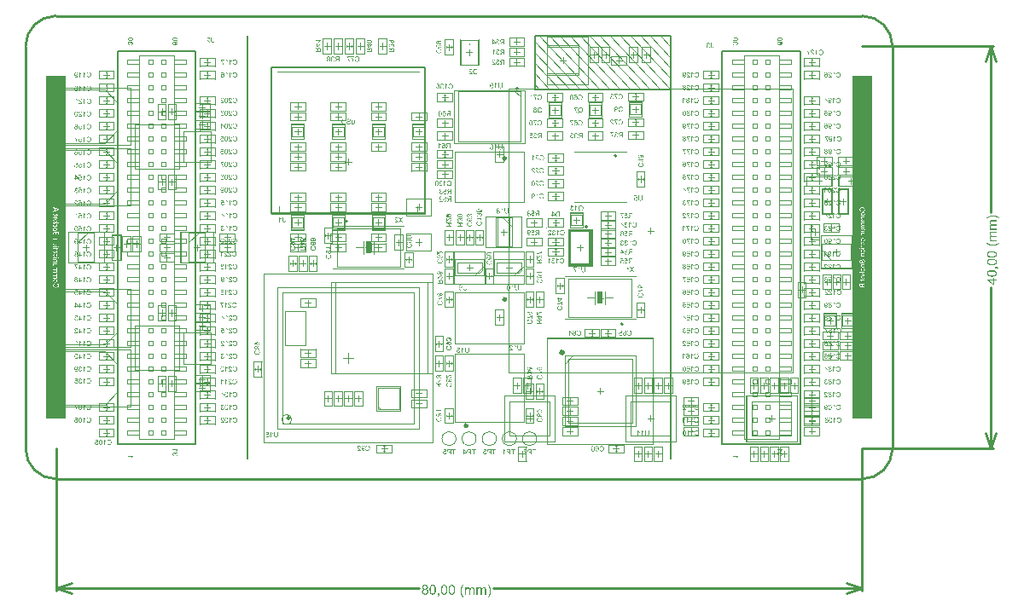
<source format=gbo>
G04*
G04 #@! TF.GenerationSoftware,Altium Limited,Altium Designer,20.0.13 (296)*
G04*
G04 Layer_Color=32896*
%FSLAX25Y25*%
%MOIN*%
G70*
G01*
G75*
%ADD10C,0.00394*%
%ADD11C,0.00787*%
%ADD12C,0.00984*%
%ADD14C,0.01575*%
%ADD15C,0.00197*%
%ADD16C,0.01000*%
%ADD17C,0.00079*%
%ADD18C,0.00394*%
%ADD108C,0.01181*%
%ADD109C,0.00787*%
%ADD110R,0.02000X0.05000*%
G36*
X59681Y160767D02*
X59730Y160762D01*
X59778Y160755D01*
X59821Y160746D01*
X59862Y160734D01*
X59900Y160722D01*
X59935Y160708D01*
X59965Y160694D01*
X59993Y160680D01*
X60017Y160666D01*
X60038Y160654D01*
X60056Y160641D01*
X60070Y160633D01*
X60079Y160626D01*
X60086Y160620D01*
X60087Y160619D01*
X60117Y160589D01*
X60145Y160557D01*
X60168Y160524D01*
X60189Y160487D01*
X60208Y160452D01*
X60224Y160416D01*
X60236Y160381D01*
X60248Y160346D01*
X60257Y160312D01*
X60264Y160283D01*
X60271Y160255D01*
X60275Y160232D01*
X60278Y160213D01*
X60280Y160197D01*
X60282Y160188D01*
Y160185D01*
X60026Y160158D01*
X60024Y160193D01*
X60021Y160225D01*
X60016Y160256D01*
X60009Y160284D01*
X60002Y160311D01*
X59993Y160335D01*
X59982Y160358D01*
X59972Y160379D01*
X59963Y160396D01*
X59953Y160412D01*
X59944Y160424D01*
X59935Y160437D01*
X59930Y160445D01*
X59925Y160451D01*
X59921Y160454D01*
X59919Y160456D01*
X59898Y160475D01*
X59876Y160491D01*
X59853Y160507D01*
X59830Y160519D01*
X59806Y160529D01*
X59783Y160538D01*
X59737Y160550D01*
X59716Y160556D01*
X59695Y160559D01*
X59678Y160561D01*
X59664Y160563D01*
X59652Y160564D01*
X59634D01*
X59603Y160563D01*
X59573Y160561D01*
X59545Y160556D01*
X59520Y160549D01*
X59496Y160542D01*
X59473Y160533D01*
X59452Y160522D01*
X59433Y160514D01*
X59415Y160505D01*
X59401Y160494D01*
X59389Y160486D01*
X59379Y160479D01*
X59370Y160472D01*
X59365Y160468D01*
X59361Y160465D01*
X59359Y160463D01*
X59340Y160444D01*
X59324Y160423D01*
X59310Y160402D01*
X59298Y160381D01*
X59288Y160360D01*
X59281Y160340D01*
X59267Y160300D01*
X59263Y160283D01*
X59260Y160267D01*
X59258Y160251D01*
X59256Y160239D01*
X59254Y160228D01*
Y160221D01*
Y160216D01*
Y160214D01*
X59256Y160188D01*
X59260Y160162D01*
X59265Y160136D01*
X59272Y160109D01*
X59291Y160059D01*
X59312Y160013D01*
X59323Y159992D01*
X59333Y159975D01*
X59344Y159957D01*
X59352Y159943D01*
X59359Y159933D01*
X59365Y159924D01*
X59368Y159919D01*
X59370Y159917D01*
X59394Y159885D01*
X59422Y159854D01*
X59454Y159819D01*
X59487Y159784D01*
X59524Y159747D01*
X59561Y159712D01*
X59599Y159677D01*
X59636Y159644D01*
X59671Y159612D01*
X59704Y159583D01*
X59734Y159556D01*
X59762Y159534D01*
X59783Y159514D01*
X59800Y159500D01*
X59811Y159492D01*
X59813Y159488D01*
X59814D01*
X59853Y159457D01*
X59890Y159425D01*
X59923Y159395D01*
X59954Y159367D01*
X59982Y159341D01*
X60010Y159315D01*
X60033Y159292D01*
X60056Y159271D01*
X60075Y159252D01*
X60091Y159234D01*
X60105Y159219D01*
X60117Y159206D01*
X60126Y159198D01*
X60133Y159189D01*
X60136Y159185D01*
X60138Y159184D01*
X60177Y159135D01*
X60210Y159086D01*
X60240Y159042D01*
X60261Y159000D01*
X60271Y158982D01*
X60278Y158967D01*
X60285Y158951D01*
X60290Y158939D01*
X60296Y158930D01*
X60299Y158923D01*
X60301Y158918D01*
Y158916D01*
X60311Y158884D01*
X60318Y158855D01*
X60324Y158825D01*
X60327Y158799D01*
X60329Y158778D01*
Y158760D01*
Y158753D01*
Y158748D01*
Y158746D01*
Y158744D01*
X58995D01*
Y158982D01*
X59984D01*
X59968Y159007D01*
X59951Y159031D01*
X59933Y159054D01*
X59918Y159073D01*
X59904Y159091D01*
X59891Y159105D01*
X59884Y159112D01*
X59881Y159115D01*
X59867Y159129D01*
X59851Y159145D01*
X59830Y159164D01*
X59809Y159184D01*
X59762Y159226D01*
X59713Y159268D01*
X59690Y159287D01*
X59667Y159306D01*
X59648Y159324D01*
X59631Y159339D01*
X59615Y159352D01*
X59604Y159360D01*
X59596Y159367D01*
X59594Y159369D01*
X59545Y159411D01*
X59501Y159450D01*
X59459Y159486D01*
X59422Y159520D01*
X59387Y159551D01*
X59358Y159581D01*
X59330Y159607D01*
X59303Y159632D01*
X59282Y159653D01*
X59265Y159672D01*
X59249Y159688D01*
X59235Y159700D01*
X59226Y159710D01*
X59219Y159719D01*
X59216Y159723D01*
X59214Y159724D01*
X59174Y159772D01*
X59139Y159817D01*
X59111Y159859D01*
X59088Y159896D01*
X59079Y159912D01*
X59071Y159926D01*
X59064Y159938D01*
X59058Y159950D01*
X59055Y159957D01*
X59051Y159964D01*
X59050Y159968D01*
Y159969D01*
X59032Y160013D01*
X59020Y160057D01*
X59011Y160097D01*
X59006Y160134D01*
X59001Y160164D01*
Y160178D01*
X58999Y160188D01*
Y160197D01*
Y160204D01*
Y160207D01*
Y160209D01*
X59001Y160253D01*
X59006Y160295D01*
X59015Y160335D01*
X59025Y160372D01*
X59037Y160407D01*
X59053Y160440D01*
X59067Y160470D01*
X59083Y160498D01*
X59100Y160522D01*
X59114Y160545D01*
X59128Y160564D01*
X59142Y160580D01*
X59153Y160592D01*
X59162Y160601D01*
X59167Y160606D01*
X59169Y160608D01*
X59202Y160636D01*
X59237Y160661D01*
X59274Y160683D01*
X59312Y160701D01*
X59351Y160717D01*
X59389Y160731D01*
X59426Y160741D01*
X59463Y160750D01*
X59496Y160755D01*
X59527Y160760D01*
X59557Y160764D01*
X59582Y160767D01*
X59601D01*
X59617Y160769D01*
X59629D01*
X59681Y160767D01*
D02*
G37*
G36*
X172650Y160083D02*
X172692Y160080D01*
X172733Y160073D01*
X172771Y160064D01*
X172806Y160054D01*
X172839Y160041D01*
X172869Y160029D01*
X172897Y160017D01*
X172922Y160003D01*
X172944Y159991D01*
X172962Y159978D01*
X172978Y159968D01*
X172992Y159959D01*
X173000Y159952D01*
X173006Y159949D01*
X173007Y159947D01*
X173035Y159921D01*
X173062Y159891D01*
X173086Y159861D01*
X173107Y159829D01*
X173126Y159796D01*
X173142Y159765D01*
X173158Y159733D01*
X173170Y159704D01*
X173181Y159674D01*
X173189Y159648D01*
X173196Y159623D01*
X173203Y159602D01*
X173207Y159586D01*
X173210Y159572D01*
X173212Y159565D01*
Y159562D01*
X172964Y159518D01*
X172958Y159551D01*
X172951Y159583D01*
X172943Y159611D01*
X172934Y159637D01*
X172923Y159661D01*
X172913Y159684D01*
X172902Y159705D01*
X172892Y159723D01*
X172883Y159739D01*
X172873Y159753D01*
X172864Y159765D01*
X172857Y159774D01*
X172850Y159782D01*
X172845Y159787D01*
X172843Y159789D01*
X172841Y159791D01*
X172822Y159807D01*
X172803Y159821D01*
X172783Y159833D01*
X172762Y159844D01*
X172722Y159859D01*
X172685Y159871D01*
X172652Y159877D01*
X172638Y159879D01*
X172626Y159880D01*
X172615Y159882D01*
X172601D01*
X172575Y159880D01*
X172549Y159879D01*
X172503Y159868D01*
X172461Y159854D01*
X172428Y159836D01*
X172412Y159828D01*
X172400Y159819D01*
X172390Y159812D01*
X172381Y159805D01*
X172372Y159800D01*
X172367Y159794D01*
X172365Y159793D01*
X172363Y159791D01*
X172348Y159774D01*
X172332Y159756D01*
X172320Y159737D01*
X172309Y159719D01*
X172293Y159681D01*
X172283Y159646D01*
X172276Y159614D01*
X172274Y159600D01*
X172272Y159590D01*
X172271Y159579D01*
Y159572D01*
Y159569D01*
Y159567D01*
X172272Y159536D01*
X172276Y159506D01*
X172283Y159479D01*
X172290Y159453D01*
X172300Y159431D01*
X172311Y159409D01*
X172321Y159392D01*
X172334Y159374D01*
X172346Y159359D01*
X172356Y159346D01*
X172367Y159336D01*
X172377Y159327D01*
X172384Y159320D01*
X172391Y159315D01*
X172395Y159313D01*
X172397Y159311D01*
X172421Y159298D01*
X172446Y159285D01*
X172495Y159264D01*
X172542Y159250D01*
X172586Y159240D01*
X172605Y159236D01*
X172624Y159234D01*
X172640Y159231D01*
X172654D01*
X172664Y159229D01*
X172692D01*
X172706Y159231D01*
X172717Y159233D01*
X172720D01*
X172748Y159016D01*
X172710Y159025D01*
X172677Y159031D01*
X172647Y159035D01*
X172621Y159038D01*
X172601Y159040D01*
X172586Y159042D01*
X172573D01*
X172542Y159040D01*
X172512Y159037D01*
X172484Y159031D01*
X172456Y159025D01*
X172432Y159016D01*
X172409Y159007D01*
X172386Y158996D01*
X172367Y158988D01*
X172349Y158977D01*
X172334Y158967D01*
X172321Y158958D01*
X172309Y158949D01*
X172302Y158942D01*
X172295Y158937D01*
X172292Y158933D01*
X172290Y158932D01*
X172271Y158911D01*
X172253Y158888D01*
X172237Y158865D01*
X172225Y158841D01*
X172215Y158818D01*
X172206Y158793D01*
X172192Y158750D01*
X172187Y158729D01*
X172183Y158710D01*
X172181Y158694D01*
X172180Y158678D01*
X172178Y158666D01*
Y158657D01*
Y158652D01*
Y158650D01*
X172180Y158617D01*
X172183Y158585D01*
X172188Y158555D01*
X172197Y158528D01*
X172206Y158501D01*
X172216Y158477D01*
X172227Y158454D01*
X172237Y158433D01*
X172250Y158415D01*
X172260Y158398D01*
X172271Y158384D01*
X172279Y158372D01*
X172288Y158363D01*
X172293Y158356D01*
X172297Y158352D01*
X172299Y158351D01*
X172321Y158330D01*
X172346Y158310D01*
X172370Y158295D01*
X172395Y158281D01*
X172421Y158268D01*
X172446Y158260D01*
X172468Y158251D01*
X172491Y158246D01*
X172514Y158240D01*
X172533Y158237D01*
X172551Y158233D01*
X172565Y158232D01*
X172577Y158230D01*
X172594D01*
X172621Y158232D01*
X172647Y158233D01*
X172696Y158244D01*
X172738Y158260D01*
X172775Y158277D01*
X172790Y158284D01*
X172804Y158293D01*
X172817Y158302D01*
X172825Y158309D01*
X172834Y158314D01*
X172839Y158319D01*
X172843Y158321D01*
X172845Y158323D01*
X172862Y158342D01*
X172880Y158363D01*
X172895Y158386D01*
X172909Y158410D01*
X172934Y158459D01*
X172955Y158510D01*
X172962Y158533D01*
X172969Y158555D01*
X172976Y158575D01*
X172979Y158592D01*
X172983Y158608D01*
X172986Y158618D01*
X172988Y158625D01*
Y158627D01*
X173237Y158594D01*
X173230Y158548D01*
X173221Y158505D01*
X173209Y158463D01*
X173195Y158424D01*
X173179Y158387D01*
X173163Y158352D01*
X173146Y158323D01*
X173128Y158295D01*
X173111Y158268D01*
X173093Y158246D01*
X173079Y158228D01*
X173065Y158212D01*
X173053Y158198D01*
X173044Y158190D01*
X173039Y158185D01*
X173037Y158183D01*
X173004Y158155D01*
X172967Y158130D01*
X172932Y158109D01*
X172894Y158092D01*
X172857Y158076D01*
X172820Y158064D01*
X172785Y158053D01*
X172750Y158045D01*
X172719Y158039D01*
X172689Y158034D01*
X172663Y158030D01*
X172640Y158027D01*
X172622D01*
X172608Y158025D01*
X172596D01*
X172542Y158027D01*
X172491Y158034D01*
X172442Y158043D01*
X172397Y158053D01*
X172353Y158067D01*
X172313Y158083D01*
X172276Y158099D01*
X172243Y158116D01*
X172213Y158134D01*
X172187Y158150D01*
X172164Y158165D01*
X172145Y158179D01*
X172129Y158190D01*
X172118Y158200D01*
X172111Y158205D01*
X172110Y158207D01*
X172075Y158242D01*
X172045Y158279D01*
X172020Y158317D01*
X171998Y158354D01*
X171978Y158393D01*
X171963Y158430D01*
X171950Y158466D01*
X171940Y158500D01*
X171931Y158533D01*
X171926Y158563D01*
X171921Y158589D01*
X171919Y158612D01*
X171917Y158629D01*
X171915Y158643D01*
Y158652D01*
Y158655D01*
X171917Y158692D01*
X171919Y158725D01*
X171924Y158758D01*
X171931Y158788D01*
X171938Y158818D01*
X171947Y158844D01*
X171956Y158869D01*
X171964Y158891D01*
X171975Y158913D01*
X171984Y158930D01*
X171992Y158944D01*
X171999Y158958D01*
X172006Y158967D01*
X172012Y158976D01*
X172013Y158979D01*
X172015Y158981D01*
X172034Y159003D01*
X172055Y159025D01*
X172078Y159046D01*
X172101Y159063D01*
X172124Y159079D01*
X172146Y159093D01*
X172192Y159116D01*
X172213Y159124D01*
X172232Y159133D01*
X172250Y159138D01*
X172264Y159143D01*
X172276Y159147D01*
X172285Y159151D01*
X172292Y159152D01*
X172293D01*
X172246Y159178D01*
X172204Y159205D01*
X172167Y159234D01*
X172139Y159261D01*
X172117Y159285D01*
X172099Y159304D01*
X172094Y159311D01*
X172090Y159317D01*
X172087Y159320D01*
Y159322D01*
X172062Y159364D01*
X172045Y159404D01*
X172033Y159444D01*
X172024Y159481D01*
X172019Y159513D01*
X172017Y159527D01*
Y159539D01*
X172015Y159548D01*
Y159555D01*
Y159558D01*
Y159560D01*
Y159586D01*
X172019Y159611D01*
X172027Y159660D01*
X172040Y159704D01*
X172052Y159742D01*
X172059Y159759D01*
X172066Y159775D01*
X172073Y159787D01*
X172078Y159800D01*
X172083Y159809D01*
X172087Y159816D01*
X172089Y159819D01*
X172090Y159821D01*
X172120Y159864D01*
X172155Y159903D01*
X172190Y159936D01*
X172223Y159962D01*
X172255Y159985D01*
X172267Y159994D01*
X172279Y160001D01*
X172288Y160006D01*
X172295Y160010D01*
X172300Y160013D01*
X172302D01*
X172355Y160038D01*
X172407Y160055D01*
X172460Y160067D01*
X172507Y160076D01*
X172528Y160080D01*
X172547Y160082D01*
X172565Y160083D01*
X172579D01*
X172591Y160085D01*
X172607D01*
X172650Y160083D01*
D02*
G37*
G36*
X282892Y160791D02*
X282941Y160789D01*
X282987Y160786D01*
X283029Y160782D01*
X283067Y160779D01*
X283104Y160773D01*
X283136Y160770D01*
X283165Y160766D01*
X283190Y160761D01*
X283211Y160758D01*
X283230Y160754D01*
X283244Y160751D01*
X283253Y160749D01*
X283260Y160747D01*
X283261D01*
X283325Y160728D01*
X283382Y160709D01*
X283409Y160698D01*
X283435Y160688D01*
X283457Y160677D01*
X283477Y160667D01*
X283496Y160658D01*
X283513Y160649D01*
X283528Y160640D01*
X283540Y160635D01*
X283548Y160628D01*
X283556Y160625D01*
X283559Y160623D01*
X283561Y160621D01*
X283605Y160590D01*
X283643Y160556D01*
X283675Y160523D01*
X283703Y160490D01*
X283723Y160462D01*
X283731Y160450D01*
X283738Y160439D01*
X283743Y160430D01*
X283746Y160423D01*
X283750Y160420D01*
Y160418D01*
X283773Y160371D01*
X283788Y160322D01*
X283801Y160275D01*
X283807Y160231D01*
X283811Y160210D01*
X283813Y160192D01*
X283815Y160177D01*
Y160163D01*
X283816Y160150D01*
Y160135D01*
X283815Y160094D01*
X283811Y160056D01*
X283806Y160019D01*
X283797Y159984D01*
X283788Y159953D01*
X283780Y159923D01*
X283767Y159895D01*
X283757Y159869D01*
X283746Y159846D01*
X283736Y159827D01*
X283725Y159809D01*
X283717Y159795D01*
X283708Y159785D01*
X283703Y159776D01*
X283699Y159771D01*
X283697Y159769D01*
X283675Y159743D01*
X283650Y159718D01*
X283596Y159673D01*
X283540Y159636D01*
X283486Y159604D01*
X283459Y159592D01*
X283436Y159582D01*
X283416Y159571D01*
X283398Y159564D01*
X283382Y159557D01*
X283372Y159554D01*
X283363Y159552D01*
X283361Y159550D01*
X283319Y159538D01*
X283274Y159526D01*
X283226Y159517D01*
X283179Y159508D01*
X283083Y159494D01*
X283036Y159491D01*
X282992Y159485D01*
X282948Y159484D01*
X282910Y159480D01*
X282875Y159478D01*
X282845D01*
X282821Y159477D01*
X282801D01*
X282794D01*
X282789D01*
X282787D01*
X282786D01*
X282733D01*
X282682Y159478D01*
X282635Y159482D01*
X282588Y159485D01*
X282542Y159491D01*
X282499Y159496D01*
X282458Y159501D01*
X282418Y159508D01*
X282345Y159522D01*
X282276Y159540D01*
X282217Y159557D01*
X282163Y159576D01*
X282115Y159596D01*
X282075Y159613D01*
X282042Y159631D01*
X282014Y159645D01*
X281993Y159659D01*
X281977Y159667D01*
X281968Y159674D01*
X281965Y159676D01*
X281928Y159709D01*
X281896Y159744D01*
X281869Y159779D01*
X281846Y159818D01*
X281825Y159856D01*
X281809Y159895D01*
X281795Y159932D01*
X281785Y159968D01*
X281776Y160002D01*
X281769Y160033D01*
X281765Y160061D01*
X281762Y160086D01*
X281760Y160107D01*
X281758Y160122D01*
Y160135D01*
X281760Y160175D01*
X281764Y160213D01*
X281769Y160250D01*
X281778Y160285D01*
X281786Y160317D01*
X281795Y160348D01*
X281805Y160374D01*
X281818Y160401D01*
X281828Y160423D01*
X281839Y160443D01*
X281848Y160460D01*
X281858Y160474D01*
X281865Y160486D01*
X281870Y160493D01*
X281874Y160499D01*
X281876Y160500D01*
X281898Y160527D01*
X281925Y160551D01*
X281979Y160597D01*
X282035Y160633D01*
X282089Y160665D01*
X282114Y160677D01*
X282136Y160688D01*
X282157Y160698D01*
X282176Y160705D01*
X282190Y160712D01*
X282203Y160716D01*
X282210Y160719D01*
X282211D01*
X282254Y160731D01*
X282299Y160744D01*
X282346Y160754D01*
X282394Y160761D01*
X282490Y160775D01*
X282535Y160780D01*
X282581Y160784D01*
X282623Y160787D01*
X282661Y160789D01*
X282696Y160791D01*
X282726D01*
X282751Y160793D01*
X282770D01*
X282777D01*
X282782D01*
X282784D01*
X282786D01*
X282840D01*
X282892Y160791D01*
D02*
G37*
G36*
X46672D02*
X46721Y160789D01*
X46766Y160786D01*
X46808Y160782D01*
X46847Y160779D01*
X46884Y160773D01*
X46915Y160770D01*
X46945Y160766D01*
X46969Y160761D01*
X46990Y160758D01*
X47010Y160754D01*
X47024Y160751D01*
X47032Y160749D01*
X47039Y160747D01*
X47041D01*
X47104Y160728D01*
X47162Y160709D01*
X47188Y160698D01*
X47214Y160688D01*
X47237Y160677D01*
X47256Y160667D01*
X47276Y160658D01*
X47293Y160649D01*
X47307Y160640D01*
X47319Y160635D01*
X47328Y160628D01*
X47335Y160625D01*
X47339Y160623D01*
X47340Y160621D01*
X47384Y160590D01*
X47423Y160556D01*
X47454Y160523D01*
X47482Y160490D01*
X47503Y160462D01*
X47510Y160450D01*
X47517Y160439D01*
X47522Y160430D01*
X47526Y160423D01*
X47529Y160420D01*
Y160418D01*
X47552Y160371D01*
X47568Y160322D01*
X47580Y160275D01*
X47587Y160231D01*
X47591Y160210D01*
X47592Y160192D01*
X47594Y160177D01*
Y160163D01*
X47596Y160150D01*
Y160135D01*
X47594Y160094D01*
X47591Y160056D01*
X47585Y160019D01*
X47577Y159984D01*
X47568Y159953D01*
X47559Y159923D01*
X47547Y159895D01*
X47536Y159869D01*
X47526Y159846D01*
X47515Y159827D01*
X47505Y159809D01*
X47496Y159795D01*
X47487Y159785D01*
X47482Y159776D01*
X47479Y159771D01*
X47477Y159769D01*
X47454Y159743D01*
X47430Y159718D01*
X47375Y159673D01*
X47319Y159636D01*
X47265Y159604D01*
X47239Y159592D01*
X47216Y159582D01*
X47195Y159571D01*
X47178Y159564D01*
X47162Y159557D01*
X47151Y159554D01*
X47143Y159552D01*
X47141Y159550D01*
X47099Y159538D01*
X47053Y159526D01*
X47006Y159517D01*
X46959Y159508D01*
X46863Y159494D01*
X46815Y159491D01*
X46772Y159485D01*
X46728Y159484D01*
X46689Y159480D01*
X46654Y159478D01*
X46625D01*
X46600Y159477D01*
X46581D01*
X46574D01*
X46569D01*
X46567D01*
X46565D01*
X46513D01*
X46462Y159478D01*
X46415Y159482D01*
X46367Y159485D01*
X46322Y159491D01*
X46278Y159496D01*
X46238Y159501D01*
X46198Y159508D01*
X46124Y159522D01*
X46056Y159540D01*
X45996Y159557D01*
X45942Y159576D01*
X45895Y159596D01*
X45855Y159613D01*
X45821Y159631D01*
X45793Y159645D01*
X45772Y159659D01*
X45757Y159667D01*
X45748Y159674D01*
X45744Y159676D01*
X45708Y159709D01*
X45676Y159744D01*
X45648Y159779D01*
X45625Y159818D01*
X45604Y159856D01*
X45589Y159895D01*
X45575Y159932D01*
X45564Y159968D01*
X45555Y160002D01*
X45548Y160033D01*
X45545Y160061D01*
X45541Y160086D01*
X45540Y160107D01*
X45538Y160122D01*
Y160135D01*
X45540Y160175D01*
X45543Y160213D01*
X45548Y160250D01*
X45557Y160285D01*
X45566Y160317D01*
X45575Y160348D01*
X45585Y160374D01*
X45597Y160401D01*
X45608Y160423D01*
X45618Y160443D01*
X45627Y160460D01*
X45638Y160474D01*
X45645Y160486D01*
X45650Y160493D01*
X45653Y160499D01*
X45655Y160500D01*
X45678Y160527D01*
X45704Y160551D01*
X45758Y160597D01*
X45814Y160633D01*
X45869Y160665D01*
X45893Y160677D01*
X45916Y160688D01*
X45937Y160698D01*
X45956Y160705D01*
X45970Y160712D01*
X45982Y160716D01*
X45989Y160719D01*
X45991D01*
X46033Y160731D01*
X46079Y160744D01*
X46126Y160754D01*
X46173Y160761D01*
X46269Y160775D01*
X46315Y160780D01*
X46360Y160784D01*
X46402Y160787D01*
X46441Y160789D01*
X46476Y160791D01*
X46506D01*
X46530Y160793D01*
X46549D01*
X46556D01*
X46562D01*
X46563D01*
X46565D01*
X46619D01*
X46672Y160791D01*
D02*
G37*
G36*
X265490Y160779D02*
X265539Y160777D01*
X265585Y160773D01*
X265627Y160770D01*
X265665Y160766D01*
X265702Y160761D01*
X265734Y160758D01*
X265763Y160754D01*
X265788Y160749D01*
X265809Y160745D01*
X265828Y160742D01*
X265842Y160738D01*
X265851Y160737D01*
X265858Y160735D01*
X265860D01*
X265923Y160716D01*
X265980Y160696D01*
X266007Y160686D01*
X266033Y160675D01*
X266055Y160665D01*
X266075Y160654D01*
X266094Y160646D01*
X266111Y160637D01*
X266126Y160628D01*
X266138Y160623D01*
X266146Y160616D01*
X266154Y160612D01*
X266157Y160611D01*
X266159Y160609D01*
X266203Y160577D01*
X266241Y160544D01*
X266273Y160511D01*
X266301Y160478D01*
X266321Y160450D01*
X266329Y160437D01*
X266336Y160427D01*
X266341Y160418D01*
X266344Y160411D01*
X266348Y160408D01*
Y160406D01*
X266371Y160359D01*
X266386Y160310D01*
X266399Y160262D01*
X266406Y160219D01*
X266409Y160198D01*
X266411Y160180D01*
X266413Y160164D01*
Y160150D01*
X266414Y160138D01*
Y160122D01*
X266413Y160082D01*
X266409Y160044D01*
X266404Y160007D01*
X266395Y159972D01*
X266386Y159940D01*
X266378Y159911D01*
X266365Y159883D01*
X266355Y159856D01*
X266344Y159834D01*
X266334Y159814D01*
X266323Y159797D01*
X266315Y159783D01*
X266306Y159772D01*
X266301Y159764D01*
X266297Y159758D01*
X266295Y159757D01*
X266273Y159730D01*
X266248Y159706D01*
X266194Y159660D01*
X266138Y159624D01*
X266084Y159592D01*
X266057Y159580D01*
X266035Y159569D01*
X266014Y159559D01*
X265996Y159552D01*
X265980Y159545D01*
X265970Y159541D01*
X265961Y159540D01*
X265959Y159538D01*
X265917Y159526D01*
X265872Y159513D01*
X265825Y159505D01*
X265777Y159496D01*
X265681Y159482D01*
X265634Y159478D01*
X265590Y159473D01*
X265546Y159471D01*
X265508Y159468D01*
X265473Y159466D01*
X265443D01*
X265419Y159464D01*
X265399D01*
X265392D01*
X265387D01*
X265385D01*
X265384D01*
X265331D01*
X265280Y159466D01*
X265233Y159470D01*
X265186Y159473D01*
X265140Y159478D01*
X265096Y159484D01*
X265056Y159489D01*
X265016Y159496D01*
X264943Y159510D01*
X264874Y159527D01*
X264815Y159545D01*
X264761Y159564D01*
X264713Y159583D01*
X264673Y159601D01*
X264640Y159618D01*
X264612Y159632D01*
X264591Y159646D01*
X264575Y159655D01*
X264566Y159662D01*
X264563Y159664D01*
X264526Y159697D01*
X264494Y159732D01*
X264467Y159767D01*
X264444Y159806D01*
X264423Y159844D01*
X264407Y159883D01*
X264393Y159919D01*
X264383Y159956D01*
X264374Y159989D01*
X264367Y160021D01*
X264363Y160049D01*
X264360Y160073D01*
X264358Y160094D01*
X264356Y160110D01*
Y160122D01*
X264358Y160163D01*
X264362Y160201D01*
X264367Y160238D01*
X264376Y160273D01*
X264384Y160304D01*
X264393Y160336D01*
X264404Y160362D01*
X264416Y160388D01*
X264426Y160411D01*
X264437Y160430D01*
X264446Y160448D01*
X264456Y160462D01*
X264463Y160474D01*
X264468Y160481D01*
X264472Y160486D01*
X264474Y160488D01*
X264496Y160514D01*
X264523Y160539D01*
X264577Y160584D01*
X264633Y160621D01*
X264687Y160653D01*
X264711Y160665D01*
X264734Y160675D01*
X264755Y160686D01*
X264774Y160693D01*
X264789Y160700D01*
X264801Y160703D01*
X264808Y160707D01*
X264809D01*
X264851Y160719D01*
X264897Y160731D01*
X264944Y160742D01*
X264992Y160749D01*
X265088Y160763D01*
X265133Y160768D01*
X265179Y160772D01*
X265221Y160775D01*
X265259Y160777D01*
X265294Y160779D01*
X265324D01*
X265349Y160780D01*
X265368D01*
X265375D01*
X265380D01*
X265382D01*
X265384D01*
X265438D01*
X265490Y160779D01*
D02*
G37*
G36*
X29270D02*
X29319Y160777D01*
X29364Y160773D01*
X29406Y160770D01*
X29445Y160766D01*
X29482Y160761D01*
X29513Y160758D01*
X29543Y160754D01*
X29567Y160749D01*
X29588Y160745D01*
X29608Y160742D01*
X29622Y160738D01*
X29630Y160737D01*
X29637Y160735D01*
X29639D01*
X29702Y160716D01*
X29760Y160696D01*
X29786Y160686D01*
X29812Y160675D01*
X29835Y160665D01*
X29854Y160654D01*
X29874Y160646D01*
X29891Y160637D01*
X29905Y160628D01*
X29917Y160623D01*
X29926Y160616D01*
X29933Y160612D01*
X29937Y160611D01*
X29938Y160609D01*
X29982Y160577D01*
X30021Y160544D01*
X30052Y160511D01*
X30080Y160478D01*
X30101Y160450D01*
X30108Y160437D01*
X30115Y160427D01*
X30120Y160418D01*
X30124Y160411D01*
X30127Y160408D01*
Y160406D01*
X30150Y160359D01*
X30166Y160310D01*
X30178Y160262D01*
X30185Y160219D01*
X30189Y160198D01*
X30190Y160180D01*
X30192Y160164D01*
Y160150D01*
X30194Y160138D01*
Y160122D01*
X30192Y160082D01*
X30189Y160044D01*
X30183Y160007D01*
X30175Y159972D01*
X30166Y159940D01*
X30157Y159911D01*
X30145Y159883D01*
X30134Y159856D01*
X30124Y159834D01*
X30113Y159814D01*
X30103Y159797D01*
X30094Y159783D01*
X30085Y159772D01*
X30080Y159764D01*
X30077Y159758D01*
X30075Y159757D01*
X30052Y159730D01*
X30028Y159706D01*
X29973Y159660D01*
X29917Y159624D01*
X29863Y159592D01*
X29837Y159580D01*
X29814Y159569D01*
X29793Y159559D01*
X29776Y159552D01*
X29760Y159545D01*
X29749Y159541D01*
X29741Y159540D01*
X29739Y159538D01*
X29697Y159526D01*
X29651Y159513D01*
X29604Y159505D01*
X29557Y159496D01*
X29461Y159482D01*
X29413Y159478D01*
X29370Y159473D01*
X29326Y159471D01*
X29287Y159468D01*
X29252Y159466D01*
X29223D01*
X29198Y159464D01*
X29179D01*
X29172D01*
X29167D01*
X29165D01*
X29163D01*
X29111D01*
X29060Y159466D01*
X29013Y159470D01*
X28965Y159473D01*
X28920Y159478D01*
X28876Y159484D01*
X28836Y159489D01*
X28796Y159496D01*
X28722Y159510D01*
X28654Y159527D01*
X28594Y159545D01*
X28540Y159564D01*
X28493Y159583D01*
X28453Y159601D01*
X28419Y159618D01*
X28391Y159632D01*
X28370Y159646D01*
X28355Y159655D01*
X28346Y159662D01*
X28342Y159664D01*
X28306Y159697D01*
X28274Y159732D01*
X28246Y159767D01*
X28223Y159806D01*
X28202Y159844D01*
X28187Y159883D01*
X28173Y159919D01*
X28162Y159956D01*
X28153Y159989D01*
X28146Y160021D01*
X28143Y160049D01*
X28139Y160073D01*
X28138Y160094D01*
X28136Y160110D01*
Y160122D01*
X28138Y160163D01*
X28141Y160201D01*
X28146Y160238D01*
X28155Y160273D01*
X28164Y160304D01*
X28173Y160336D01*
X28183Y160362D01*
X28195Y160388D01*
X28206Y160411D01*
X28216Y160430D01*
X28225Y160448D01*
X28236Y160462D01*
X28243Y160474D01*
X28248Y160481D01*
X28251Y160486D01*
X28253Y160488D01*
X28276Y160514D01*
X28302Y160539D01*
X28356Y160584D01*
X28412Y160621D01*
X28467Y160653D01*
X28491Y160665D01*
X28514Y160675D01*
X28535Y160686D01*
X28554Y160693D01*
X28568Y160700D01*
X28580Y160703D01*
X28587Y160707D01*
X28589D01*
X28631Y160719D01*
X28677Y160731D01*
X28724Y160742D01*
X28771Y160749D01*
X28867Y160763D01*
X28913Y160768D01*
X28958Y160772D01*
X29000Y160775D01*
X29039Y160777D01*
X29074Y160779D01*
X29104D01*
X29128Y160780D01*
X29147D01*
X29154D01*
X29160D01*
X29161D01*
X29163D01*
X29217D01*
X29270Y160779D01*
D02*
G37*
G36*
X103375Y159535D02*
X103350Y159523D01*
X103326Y159507D01*
X103277Y159474D01*
X103231Y159437D01*
X103189Y159400D01*
X103172Y159383D01*
X103154Y159367D01*
X103140Y159353D01*
X103128Y159341D01*
X103117Y159328D01*
X103110Y159321D01*
X103105Y159316D01*
X103103Y159314D01*
X103054Y159255D01*
X103009Y159192D01*
X102969Y159131D01*
X102949Y159103D01*
X102934Y159075D01*
X102918Y159048D01*
X102906Y159026D01*
X102893Y159005D01*
X102885Y158987D01*
X102878Y158973D01*
X102872Y158961D01*
X102869Y158954D01*
X102867Y158952D01*
X102627D01*
X102645Y158996D01*
X102666Y159041D01*
X102687Y159085D01*
X102708Y159125D01*
X102717Y159143D01*
X102727Y159160D01*
X102734Y159174D01*
X102741Y159187D01*
X102746Y159197D01*
X102752Y159204D01*
X102753Y159209D01*
X102755Y159211D01*
X102787Y159264D01*
X102818Y159309D01*
X102848Y159349D01*
X102872Y159384D01*
X102885Y159398D01*
X102895Y159411D01*
X102904Y159421D01*
X102913Y159432D01*
X102918Y159439D01*
X102923Y159444D01*
X102925Y159446D01*
X102927Y159447D01*
X101350D01*
Y159696D01*
X103375D01*
Y159535D01*
D02*
G37*
G36*
X60901Y159373D02*
Y159341D01*
X60903Y159311D01*
Y159285D01*
X60905Y159261D01*
X60908Y159238D01*
X60910Y159217D01*
X60912Y159198D01*
X60915Y159180D01*
X60917Y159166D01*
X60920Y159154D01*
X60922Y159143D01*
X60924Y159135D01*
X60926Y159128D01*
X60927Y159122D01*
X60929Y159121D01*
Y159119D01*
X60941Y159091D01*
X60957Y159066D01*
X60973Y159045D01*
X60990Y159028D01*
X61006Y159014D01*
X61018Y159003D01*
X61027Y158996D01*
X61031Y158995D01*
X61059Y158979D01*
X61088Y158968D01*
X61116Y158960D01*
X61144Y158954D01*
X61167Y158951D01*
X61186Y158949D01*
X61204D01*
X61228Y158951D01*
X61253Y158953D01*
X61295Y158963D01*
X61332Y158975D01*
X61361Y158991D01*
X61386Y159007D01*
X61403Y159021D01*
X61409Y159026D01*
X61414Y159030D01*
X61416Y159031D01*
X61417Y159033D01*
X61431Y159051D01*
X61444Y159072D01*
X61454Y159094D01*
X61463Y159119D01*
X61479Y159171D01*
X61489Y159224D01*
X61493Y159248D01*
X61496Y159273D01*
X61498Y159294D01*
X61500Y159313D01*
X61501Y159329D01*
X61503Y159339D01*
Y159348D01*
Y159350D01*
X61745Y159317D01*
Y159262D01*
X61741Y159212D01*
X61734Y159163D01*
X61727Y159119D01*
X61717Y159079D01*
X61704Y159040D01*
X61692Y159007D01*
X61680Y158977D01*
X61668Y158951D01*
X61654Y158928D01*
X61643Y158907D01*
X61633Y158891D01*
X61622Y158879D01*
X61615Y158870D01*
X61612Y158865D01*
X61610Y158863D01*
X61582Y158837D01*
X61552Y158813D01*
X61519Y158793D01*
X61486Y158776D01*
X61452Y158760D01*
X61419Y158748D01*
X61386Y158739D01*
X61353Y158730D01*
X61323Y158723D01*
X61293Y158720D01*
X61269Y158716D01*
X61246Y158713D01*
X61228D01*
X61214Y158711D01*
X61202D01*
X61137Y158715D01*
X61078Y158722D01*
X61050Y158729D01*
X61025Y158734D01*
X61001Y158741D01*
X60980Y158748D01*
X60959Y158753D01*
X60941Y158760D01*
X60927Y158767D01*
X60913Y158772D01*
X60905Y158776D01*
X60896Y158779D01*
X60892Y158783D01*
X60891D01*
X60843Y158813D01*
X60805Y158848D01*
X60770Y158883D01*
X60744Y158916D01*
X60723Y158947D01*
X60714Y158960D01*
X60709Y158972D01*
X60703Y158981D01*
X60700Y158989D01*
X60696Y158993D01*
Y158995D01*
X60686Y159023D01*
X60675Y159052D01*
X60660Y159115D01*
X60649Y159180D01*
X60640Y159243D01*
X60639Y159273D01*
X60637Y159299D01*
X60635Y159324D01*
Y159345D01*
X60633Y159362D01*
Y159376D01*
Y159383D01*
Y159387D01*
Y160762D01*
X60901D01*
Y159373D01*
D02*
G37*
G36*
X122546Y159886D02*
X122595Y159884D01*
X122641Y159880D01*
X122682Y159877D01*
X122721Y159873D01*
X122758Y159868D01*
X122789Y159865D01*
X122819Y159861D01*
X122844Y159856D01*
X122864Y159852D01*
X122884Y159849D01*
X122898Y159845D01*
X122906Y159844D01*
X122913Y159842D01*
X122915D01*
X122978Y159823D01*
X123036Y159803D01*
X123062Y159793D01*
X123088Y159782D01*
X123111Y159772D01*
X123130Y159761D01*
X123150Y159753D01*
X123167Y159744D01*
X123181Y159735D01*
X123194Y159730D01*
X123202Y159723D01*
X123209Y159719D01*
X123213Y159718D01*
X123214Y159716D01*
X123258Y159684D01*
X123297Y159651D01*
X123328Y159618D01*
X123356Y159585D01*
X123377Y159557D01*
X123384Y159544D01*
X123391Y159534D01*
X123397Y159525D01*
X123400Y159518D01*
X123403Y159515D01*
Y159513D01*
X123426Y159466D01*
X123442Y159417D01*
X123454Y159369D01*
X123461Y159326D01*
X123465Y159305D01*
X123467Y159287D01*
X123468Y159271D01*
Y159257D01*
X123470Y159245D01*
Y159229D01*
X123468Y159189D01*
X123465Y159151D01*
X123459Y159114D01*
X123451Y159079D01*
X123442Y159047D01*
X123433Y159018D01*
X123421Y158990D01*
X123410Y158963D01*
X123400Y158941D01*
X123389Y158921D01*
X123379Y158904D01*
X123370Y158890D01*
X123361Y158879D01*
X123356Y158871D01*
X123353Y158865D01*
X123351Y158864D01*
X123328Y158837D01*
X123304Y158813D01*
X123249Y158767D01*
X123194Y158731D01*
X123139Y158699D01*
X123113Y158687D01*
X123090Y158676D01*
X123069Y158666D01*
X123052Y158659D01*
X123036Y158652D01*
X123026Y158648D01*
X123017Y158647D01*
X123015Y158645D01*
X122973Y158633D01*
X122927Y158620D01*
X122880Y158612D01*
X122833Y158603D01*
X122737Y158589D01*
X122689Y158585D01*
X122646Y158580D01*
X122602Y158578D01*
X122563Y158575D01*
X122528Y158573D01*
X122499D01*
X122474Y158571D01*
X122455D01*
X122448D01*
X122443D01*
X122441D01*
X122439D01*
X122387D01*
X122336Y158573D01*
X122289Y158577D01*
X122241Y158580D01*
X122196Y158585D01*
X122152Y158591D01*
X122112Y158596D01*
X122072Y158603D01*
X121998Y158617D01*
X121930Y158634D01*
X121871Y158652D01*
X121816Y158671D01*
X121769Y158690D01*
X121729Y158708D01*
X121695Y158725D01*
X121668Y158739D01*
X121646Y158753D01*
X121631Y158762D01*
X121622Y158769D01*
X121618Y158771D01*
X121582Y158804D01*
X121550Y158839D01*
X121522Y158874D01*
X121500Y158913D01*
X121478Y158951D01*
X121463Y158990D01*
X121449Y159026D01*
X121438Y159063D01*
X121429Y159096D01*
X121423Y159128D01*
X121419Y159156D01*
X121415Y159180D01*
X121414Y159201D01*
X121412Y159217D01*
Y159229D01*
X121414Y159270D01*
X121417Y159308D01*
X121423Y159345D01*
X121431Y159380D01*
X121440Y159411D01*
X121449Y159443D01*
X121459Y159469D01*
X121472Y159495D01*
X121482Y159518D01*
X121493Y159537D01*
X121501Y159555D01*
X121512Y159569D01*
X121519Y159581D01*
X121524Y159588D01*
X121527Y159593D01*
X121529Y159595D01*
X121552Y159621D01*
X121578Y159646D01*
X121632Y159691D01*
X121688Y159728D01*
X121743Y159760D01*
X121767Y159772D01*
X121790Y159782D01*
X121811Y159793D01*
X121830Y159800D01*
X121844Y159807D01*
X121856Y159810D01*
X121863Y159814D01*
X121865D01*
X121907Y159826D01*
X121953Y159838D01*
X122000Y159849D01*
X122047Y159856D01*
X122143Y159870D01*
X122189Y159875D01*
X122234Y159879D01*
X122276Y159882D01*
X122315Y159884D01*
X122350Y159886D01*
X122380D01*
X122404Y159887D01*
X122424D01*
X122430D01*
X122436D01*
X122437D01*
X122439D01*
X122494D01*
X122546Y159886D01*
D02*
G37*
G36*
X131226Y159891D02*
X131289Y159889D01*
X131348Y159886D01*
X131403Y159879D01*
X131453Y159873D01*
X131500Y159866D01*
X131543Y159858D01*
X131581Y159851D01*
X131614Y159842D01*
X131642Y159835D01*
X131668Y159826D01*
X131688Y159821D01*
X131703Y159816D01*
X131716Y159810D01*
X131723Y159809D01*
X131725Y159807D01*
X131760Y159791D01*
X131795Y159772D01*
X131824Y159753D01*
X131854Y159733D01*
X131882Y159712D01*
X131906Y159691D01*
X131929Y159670D01*
X131948Y159651D01*
X131966Y159632D01*
X131982Y159614D01*
X131996Y159599D01*
X132006Y159585D01*
X132015Y159574D01*
X132020Y159565D01*
X132024Y159560D01*
X132026Y159558D01*
X132045Y159527D01*
X132061Y159497D01*
X132074Y159466D01*
X132087Y159434D01*
X132097Y159403D01*
X132106Y159373D01*
X132113Y159345D01*
X132118Y159319D01*
X132123Y159292D01*
X132127Y159270D01*
X132129Y159250D01*
X132131Y159233D01*
X132132Y159219D01*
Y159200D01*
X132131Y159149D01*
X132123Y159102D01*
X132115Y159056D01*
X132103Y159014D01*
X132088Y158974D01*
X132073Y158937D01*
X132057Y158902D01*
X132039Y158871D01*
X132022Y158843D01*
X132004Y158818D01*
X131989Y158797D01*
X131975Y158780D01*
X131963Y158766D01*
X131954Y158755D01*
X131947Y158748D01*
X131945Y158746D01*
X131908Y158715D01*
X131870Y158687D01*
X131830Y158662D01*
X131789Y158641D01*
X131747Y158626D01*
X131707Y158610D01*
X131667Y158598D01*
X131628Y158589D01*
X131591Y158582D01*
X131558Y158575D01*
X131528Y158571D01*
X131502Y158570D01*
X131481Y158568D01*
X131465Y158566D01*
X131455D01*
X131453D01*
X131451D01*
X131397Y158568D01*
X131345Y158573D01*
X131298Y158582D01*
X131252Y158594D01*
X131208Y158606D01*
X131170Y158620D01*
X131133Y158636D01*
X131100Y158654D01*
X131072Y158669D01*
X131045Y158685D01*
X131023Y158699D01*
X131005Y158713D01*
X130991Y158724D01*
X130981Y158732D01*
X130974Y158738D01*
X130972Y158739D01*
X130940Y158773D01*
X130912Y158808D01*
X130888Y158843D01*
X130867Y158879D01*
X130851Y158914D01*
X130835Y158949D01*
X130823Y158984D01*
X130815Y159016D01*
X130807Y159047D01*
X130800Y159075D01*
X130797Y159100D01*
X130795Y159121D01*
X130793Y159138D01*
X130792Y159152D01*
Y159163D01*
X130795Y159217D01*
X130804Y159270D01*
X130815Y159315D01*
X130828Y159357D01*
X130835Y159375D01*
X130842Y159390D01*
X130848Y159406D01*
X130853Y159417D01*
X130858Y159427D01*
X130862Y159434D01*
X130865Y159438D01*
Y159439D01*
X130895Y159485D01*
X130927Y159527D01*
X130958Y159562D01*
X130988Y159590D01*
X131016Y159614D01*
X131026Y159623D01*
X131037Y159630D01*
X131045Y159637D01*
X131051Y159641D01*
X131054Y159644D01*
X131035D01*
X131019D01*
X131010D01*
X131007D01*
X130949Y159642D01*
X130895Y159639D01*
X130844Y159632D01*
X130820Y159628D01*
X130799Y159627D01*
X130778Y159623D01*
X130760Y159620D01*
X130743Y159616D01*
X130730Y159613D01*
X130718Y159611D01*
X130711Y159609D01*
X130706Y159607D01*
X130704D01*
X130652Y159593D01*
X130605Y159578D01*
X130564Y159562D01*
X130531Y159548D01*
X130515Y159541D01*
X130503Y159534D01*
X130492Y159529D01*
X130484Y159523D01*
X130477Y159520D01*
X130472Y159516D01*
X130470Y159515D01*
X130468D01*
X130437Y159494D01*
X130409Y159469D01*
X130386Y159446D01*
X130365Y159424D01*
X130349Y159404D01*
X130339Y159389D01*
X130330Y159378D01*
X130328Y159376D01*
Y159375D01*
X130310Y159341D01*
X130298Y159306D01*
X130289Y159273D01*
X130284Y159242D01*
X130281Y159214D01*
X130279Y159203D01*
X130277Y159193D01*
Y159173D01*
X130279Y159149D01*
X130281Y159126D01*
X130289Y159082D01*
X130302Y159046D01*
X130316Y159014D01*
X130328Y158990D01*
X130335Y158979D01*
X130340Y158970D01*
X130345Y158963D01*
X130349Y158958D01*
X130352Y158956D01*
Y158955D01*
X130368Y158939D01*
X130384Y158925D01*
X130422Y158902D01*
X130463Y158881D01*
X130503Y158867D01*
X130540Y158855D01*
X130555Y158850D01*
X130570Y158846D01*
X130582Y158844D01*
X130590Y158843D01*
X130596Y158841D01*
X130597D01*
X130575Y158603D01*
X130531Y158610D01*
X130491Y158619D01*
X130452Y158631D01*
X130417Y158643D01*
X130384Y158657D01*
X130354Y158673D01*
X130326Y158689D01*
X130302Y158703D01*
X130279Y158718D01*
X130260Y158732D01*
X130244Y158746D01*
X130230Y158757D01*
X130219Y158767D01*
X130212Y158774D01*
X130207Y158780D01*
X130206Y158781D01*
X130183Y158811D01*
X130162Y158841D01*
X130144Y158872D01*
X130130Y158906D01*
X130116Y158939D01*
X130106Y158970D01*
X130097Y159002D01*
X130090Y159032D01*
X130085Y159061D01*
X130081Y159086D01*
X130078Y159110D01*
X130076Y159130D01*
Y159147D01*
X130074Y159159D01*
Y159170D01*
X130076Y159210D01*
X130079Y159250D01*
X130085Y159289D01*
X130094Y159324D01*
X130102Y159359D01*
X130113Y159390D01*
X130123Y159420D01*
X130134Y159448D01*
X130144Y159473D01*
X130157Y159494D01*
X130165Y159513D01*
X130174Y159529D01*
X130183Y159541D01*
X130188Y159551D01*
X130192Y159557D01*
X130193Y159558D01*
X130216Y159588D01*
X130242Y159616D01*
X130270Y159644D01*
X130298Y159667D01*
X130326Y159690D01*
X130356Y159711D01*
X130384Y159730D01*
X130412Y159746D01*
X130438Y159761D01*
X130463Y159774D01*
X130485Y159784D01*
X130505Y159793D01*
X130519Y159800D01*
X130531Y159805D01*
X130540Y159807D01*
X130542Y159809D01*
X130587Y159823D01*
X130634Y159837D01*
X130683Y159847D01*
X130734Y159858D01*
X130837Y159872D01*
X130888Y159877D01*
X130935Y159882D01*
X130981Y159886D01*
X131023Y159889D01*
X131061Y159891D01*
X131093D01*
X131121Y159893D01*
X131131D01*
X131140D01*
X131147D01*
X131154D01*
X131156D01*
X131158D01*
X131226Y159891D01*
D02*
G37*
G36*
X149727Y159538D02*
X149790Y159537D01*
X149849Y159533D01*
X149903Y159526D01*
X149954Y159521D01*
X150001Y159514D01*
X150043Y159505D01*
X150082Y159498D01*
X150115Y159489D01*
X150143Y159482D01*
X150169Y159474D01*
X150189Y159468D01*
X150204Y159463D01*
X150217Y159458D01*
X150224Y159456D01*
X150225Y159454D01*
X150260Y159439D01*
X150295Y159419D01*
X150325Y159400D01*
X150355Y159381D01*
X150383Y159360D01*
X150407Y159339D01*
X150430Y159318D01*
X150449Y159299D01*
X150467Y159279D01*
X150483Y159262D01*
X150497Y159246D01*
X150507Y159232D01*
X150516Y159222D01*
X150521Y159213D01*
X150525Y159208D01*
X150526Y159206D01*
X150546Y159174D01*
X150561Y159145D01*
X150575Y159113D01*
X150588Y159082D01*
X150598Y159050D01*
X150607Y159020D01*
X150614Y158992D01*
X150619Y158966D01*
X150624Y158940D01*
X150628Y158917D01*
X150630Y158898D01*
X150631Y158880D01*
X150633Y158866D01*
Y158847D01*
X150631Y158796D01*
X150624Y158749D01*
X150616Y158704D01*
X150603Y158662D01*
X150589Y158621D01*
X150574Y158585D01*
X150558Y158550D01*
X150540Y158518D01*
X150523Y158490D01*
X150505Y158466D01*
X150490Y158445D01*
X150476Y158427D01*
X150463Y158413D01*
X150455Y158403D01*
X150448Y158396D01*
X150446Y158394D01*
X150409Y158362D01*
X150371Y158334D01*
X150330Y158310D01*
X150290Y158289D01*
X150248Y158273D01*
X150208Y158257D01*
X150168Y158245D01*
X150129Y158236D01*
X150092Y158229D01*
X150059Y158222D01*
X150029Y158219D01*
X150003Y158217D01*
X149982Y158215D01*
X149966Y158214D01*
X149956D01*
X149954D01*
X149952D01*
X149898Y158215D01*
X149846Y158221D01*
X149798Y158229D01*
X149753Y158242D01*
X149709Y158254D01*
X149671Y158268D01*
X149634Y158284D01*
X149601Y158301D01*
X149573Y158317D01*
X149546Y158333D01*
X149524Y158347D01*
X149506Y158361D01*
X149492Y158371D01*
X149482Y158380D01*
X149475Y158385D01*
X149473Y158387D01*
X149441Y158420D01*
X149413Y158455D01*
X149389Y158490D01*
X149368Y158527D01*
X149352Y158562D01*
X149336Y158597D01*
X149324Y158632D01*
X149315Y158663D01*
X149308Y158695D01*
X149301Y158723D01*
X149298Y158747D01*
X149296Y158768D01*
X149294Y158786D01*
X149293Y158800D01*
Y158810D01*
X149296Y158865D01*
X149305Y158917D01*
X149315Y158963D01*
X149329Y159005D01*
X149336Y159022D01*
X149343Y159038D01*
X149349Y159054D01*
X149354Y159064D01*
X149359Y159075D01*
X149363Y159082D01*
X149366Y159085D01*
Y159087D01*
X149396Y159132D01*
X149427Y159174D01*
X149459Y159209D01*
X149489Y159237D01*
X149517Y159262D01*
X149527Y159271D01*
X149538Y159278D01*
X149546Y159285D01*
X149552Y159288D01*
X149555Y159292D01*
X149536D01*
X149520D01*
X149511D01*
X149508D01*
X149450Y159290D01*
X149396Y159286D01*
X149345Y159279D01*
X149321Y159276D01*
X149300Y159274D01*
X149279Y159271D01*
X149261Y159267D01*
X149244Y159264D01*
X149231Y159260D01*
X149219Y159258D01*
X149212Y159257D01*
X149207Y159255D01*
X149205D01*
X149153Y159241D01*
X149105Y159225D01*
X149065Y159209D01*
X149032Y159195D01*
X149016Y159188D01*
X149004Y159181D01*
X148993Y159176D01*
X148985Y159171D01*
X148978Y159167D01*
X148972Y159164D01*
X148971Y159162D01*
X148969D01*
X148937Y159141D01*
X148909Y159117D01*
X148887Y159094D01*
X148866Y159071D01*
X148850Y159052D01*
X148839Y159036D01*
X148831Y159026D01*
X148829Y159024D01*
Y159022D01*
X148811Y158989D01*
X148799Y158954D01*
X148790Y158921D01*
X148785Y158889D01*
X148782Y158861D01*
X148780Y158851D01*
X148778Y158840D01*
Y158821D01*
X148780Y158796D01*
X148782Y158774D01*
X148790Y158730D01*
X148803Y158693D01*
X148817Y158662D01*
X148829Y158637D01*
X148836Y158627D01*
X148841Y158618D01*
X148846Y158611D01*
X148850Y158606D01*
X148853Y158604D01*
Y158602D01*
X148869Y158586D01*
X148885Y158572D01*
X148923Y158550D01*
X148964Y158529D01*
X149004Y158515D01*
X149041Y158502D01*
X149056Y158497D01*
X149070Y158494D01*
X149083Y158492D01*
X149091Y158490D01*
X149097Y158488D01*
X149098D01*
X149076Y158250D01*
X149032Y158257D01*
X148992Y158266D01*
X148953Y158278D01*
X148918Y158291D01*
X148885Y158305D01*
X148855Y158320D01*
X148827Y158336D01*
X148803Y158350D01*
X148780Y158366D01*
X148761Y158380D01*
X148745Y158394D01*
X148731Y158404D01*
X148720Y158415D01*
X148713Y158422D01*
X148708Y158427D01*
X148706Y158429D01*
X148684Y158459D01*
X148663Y158488D01*
X148645Y158520D01*
X148631Y158553D01*
X148617Y158586D01*
X148607Y158618D01*
X148598Y158649D01*
X148591Y158679D01*
X148586Y158709D01*
X148582Y158733D01*
X148579Y158758D01*
X148577Y158777D01*
Y158795D01*
X148575Y158807D01*
Y158817D01*
X148577Y158858D01*
X148580Y158898D01*
X148586Y158936D01*
X148594Y158971D01*
X148603Y159006D01*
X148614Y159038D01*
X148624Y159068D01*
X148635Y159096D01*
X148645Y159120D01*
X148657Y159141D01*
X148666Y159160D01*
X148675Y159176D01*
X148684Y159188D01*
X148689Y159199D01*
X148692Y159204D01*
X148694Y159206D01*
X148717Y159236D01*
X148743Y159264D01*
X148771Y159292D01*
X148799Y159314D01*
X148827Y159337D01*
X148857Y159358D01*
X148885Y159377D01*
X148913Y159393D01*
X148939Y159409D01*
X148964Y159421D01*
X148986Y159432D01*
X149006Y159440D01*
X149020Y159447D01*
X149032Y159453D01*
X149041Y159454D01*
X149042Y159456D01*
X149088Y159470D01*
X149135Y159484D01*
X149184Y159495D01*
X149235Y159505D01*
X149338Y159519D01*
X149389Y159524D01*
X149436Y159530D01*
X149482Y159533D01*
X149524Y159537D01*
X149562Y159538D01*
X149594D01*
X149622Y159540D01*
X149632D01*
X149641D01*
X149648D01*
X149655D01*
X149657D01*
X149658D01*
X149727Y159538D01*
D02*
G37*
G36*
X254940Y158768D02*
X254982Y158765D01*
X255023Y158758D01*
X255061Y158749D01*
X255096Y158739D01*
X255129Y158726D01*
X255159Y158714D01*
X255187Y158702D01*
X255212Y158688D01*
X255234Y158676D01*
X255252Y158663D01*
X255268Y158653D01*
X255282Y158644D01*
X255290Y158637D01*
X255296Y158633D01*
X255297Y158632D01*
X255325Y158606D01*
X255352Y158576D01*
X255376Y158546D01*
X255397Y158514D01*
X255416Y158481D01*
X255432Y158450D01*
X255448Y158418D01*
X255460Y158388D01*
X255471Y158359D01*
X255479Y158333D01*
X255486Y158308D01*
X255493Y158287D01*
X255497Y158271D01*
X255500Y158257D01*
X255502Y158250D01*
Y158247D01*
X255254Y158203D01*
X255248Y158236D01*
X255241Y158268D01*
X255233Y158296D01*
X255224Y158322D01*
X255213Y158346D01*
X255203Y158369D01*
X255192Y158390D01*
X255182Y158408D01*
X255173Y158423D01*
X255163Y158438D01*
X255154Y158450D01*
X255147Y158458D01*
X255140Y158467D01*
X255135Y158473D01*
X255133Y158474D01*
X255131Y158476D01*
X255112Y158492D01*
X255093Y158506D01*
X255073Y158518D01*
X255052Y158528D01*
X255012Y158544D01*
X254975Y158556D01*
X254942Y158562D01*
X254928Y158563D01*
X254916Y158565D01*
X254905Y158567D01*
X254891D01*
X254865Y158565D01*
X254839Y158563D01*
X254793Y158553D01*
X254751Y158539D01*
X254718Y158521D01*
X254702Y158513D01*
X254690Y158504D01*
X254680Y158497D01*
X254671Y158490D01*
X254662Y158485D01*
X254657Y158479D01*
X254655Y158478D01*
X254653Y158476D01*
X254638Y158458D01*
X254622Y158441D01*
X254610Y158422D01*
X254599Y158404D01*
X254583Y158366D01*
X254573Y158331D01*
X254566Y158299D01*
X254564Y158285D01*
X254562Y158275D01*
X254561Y158264D01*
Y158257D01*
Y158254D01*
Y158252D01*
X254562Y158221D01*
X254566Y158191D01*
X254573Y158165D01*
X254580Y158138D01*
X254590Y158115D01*
X254601Y158095D01*
X254611Y158077D01*
X254624Y158060D01*
X254636Y158044D01*
X254646Y158031D01*
X254657Y158021D01*
X254667Y158012D01*
X254674Y158005D01*
X254681Y158000D01*
X254685Y157998D01*
X254687Y157996D01*
X254711Y157983D01*
X254736Y157970D01*
X254785Y157949D01*
X254832Y157935D01*
X254876Y157925D01*
X254895Y157921D01*
X254914Y157920D01*
X254930Y157916D01*
X254944D01*
X254954Y157914D01*
X254982D01*
X254996Y157916D01*
X255007Y157918D01*
X255010D01*
X255038Y157701D01*
X255000Y157710D01*
X254967Y157717D01*
X254937Y157720D01*
X254911Y157723D01*
X254891Y157725D01*
X254876Y157727D01*
X254863D01*
X254832Y157725D01*
X254802Y157722D01*
X254774Y157717D01*
X254746Y157710D01*
X254722Y157701D01*
X254699Y157692D01*
X254676Y157682D01*
X254657Y157673D01*
X254639Y157662D01*
X254624Y157652D01*
X254611Y157643D01*
X254599Y157634D01*
X254592Y157627D01*
X254585Y157622D01*
X254582Y157618D01*
X254580Y157617D01*
X254561Y157596D01*
X254543Y157573D01*
X254527Y157550D01*
X254515Y157526D01*
X254505Y157503D01*
X254496Y157478D01*
X254482Y157435D01*
X254477Y157414D01*
X254473Y157395D01*
X254471Y157379D01*
X254470Y157363D01*
X254468Y157351D01*
Y157342D01*
Y157337D01*
Y157335D01*
X254470Y157302D01*
X254473Y157270D01*
X254478Y157240D01*
X254487Y157212D01*
X254496Y157186D01*
X254506Y157162D01*
X254517Y157139D01*
X254527Y157118D01*
X254540Y157100D01*
X254550Y157083D01*
X254561Y157069D01*
X254569Y157057D01*
X254578Y157048D01*
X254583Y157041D01*
X254587Y157037D01*
X254589Y157036D01*
X254611Y157015D01*
X254636Y156995D01*
X254660Y156980D01*
X254685Y156966D01*
X254711Y156954D01*
X254736Y156945D01*
X254758Y156936D01*
X254781Y156931D01*
X254804Y156925D01*
X254823Y156922D01*
X254841Y156919D01*
X254855Y156917D01*
X254867Y156915D01*
X254884D01*
X254911Y156917D01*
X254937Y156919D01*
X254986Y156929D01*
X255028Y156945D01*
X255065Y156962D01*
X255080Y156969D01*
X255094Y156978D01*
X255107Y156987D01*
X255115Y156994D01*
X255124Y156999D01*
X255129Y157004D01*
X255133Y157006D01*
X255135Y157008D01*
X255152Y157027D01*
X255170Y157048D01*
X255185Y157071D01*
X255199Y157095D01*
X255224Y157144D01*
X255245Y157195D01*
X255252Y157218D01*
X255259Y157240D01*
X255266Y157260D01*
X255269Y157277D01*
X255273Y157293D01*
X255276Y157304D01*
X255278Y157310D01*
Y157312D01*
X255527Y157279D01*
X255520Y157234D01*
X255511Y157190D01*
X255499Y157148D01*
X255485Y157109D01*
X255469Y157072D01*
X255453Y157037D01*
X255436Y157008D01*
X255418Y156980D01*
X255401Y156954D01*
X255383Y156931D01*
X255369Y156913D01*
X255355Y156897D01*
X255343Y156884D01*
X255334Y156875D01*
X255329Y156869D01*
X255327Y156868D01*
X255294Y156840D01*
X255257Y156815D01*
X255222Y156794D01*
X255184Y156777D01*
X255147Y156761D01*
X255110Y156749D01*
X255075Y156738D01*
X255040Y156729D01*
X255009Y156724D01*
X254979Y156719D01*
X254953Y156716D01*
X254930Y156712D01*
X254912D01*
X254898Y156710D01*
X254886D01*
X254832Y156712D01*
X254781Y156719D01*
X254732Y156728D01*
X254687Y156738D01*
X254643Y156752D01*
X254603Y156768D01*
X254566Y156784D01*
X254533Y156801D01*
X254503Y156819D01*
X254477Y156834D01*
X254454Y156850D01*
X254435Y156864D01*
X254419Y156875D01*
X254408Y156885D01*
X254401Y156890D01*
X254400Y156892D01*
X254365Y156927D01*
X254335Y156964D01*
X254310Y157002D01*
X254288Y157039D01*
X254268Y157078D01*
X254253Y157115D01*
X254240Y157151D01*
X254230Y157185D01*
X254221Y157218D01*
X254216Y157247D01*
X254211Y157274D01*
X254209Y157297D01*
X254207Y157314D01*
X254205Y157328D01*
Y157337D01*
Y157340D01*
X254207Y157377D01*
X254209Y157410D01*
X254214Y157443D01*
X254221Y157473D01*
X254228Y157503D01*
X254237Y157529D01*
X254246Y157554D01*
X254254Y157577D01*
X254265Y157597D01*
X254274Y157615D01*
X254282Y157629D01*
X254289Y157643D01*
X254296Y157652D01*
X254302Y157660D01*
X254303Y157664D01*
X254305Y157666D01*
X254324Y157688D01*
X254345Y157710D01*
X254368Y157730D01*
X254391Y157748D01*
X254414Y157764D01*
X254436Y157778D01*
X254482Y157800D01*
X254503Y157809D01*
X254522Y157818D01*
X254540Y157823D01*
X254554Y157828D01*
X254566Y157832D01*
X254575Y157835D01*
X254582Y157837D01*
X254583D01*
X254536Y157863D01*
X254494Y157890D01*
X254457Y157920D01*
X254429Y157946D01*
X254407Y157970D01*
X254389Y157990D01*
X254384Y157996D01*
X254380Y158002D01*
X254377Y158005D01*
Y158007D01*
X254352Y158049D01*
X254335Y158089D01*
X254323Y158130D01*
X254314Y158166D01*
X254309Y158198D01*
X254307Y158212D01*
Y158224D01*
X254305Y158233D01*
Y158240D01*
Y158243D01*
Y158245D01*
Y158271D01*
X254309Y158296D01*
X254317Y158345D01*
X254330Y158388D01*
X254342Y158427D01*
X254349Y158444D01*
X254356Y158460D01*
X254363Y158473D01*
X254368Y158485D01*
X254373Y158493D01*
X254377Y158501D01*
X254379Y158504D01*
X254380Y158506D01*
X254410Y158549D01*
X254445Y158588D01*
X254480Y158621D01*
X254513Y158648D01*
X254545Y158670D01*
X254557Y158679D01*
X254569Y158686D01*
X254578Y158691D01*
X254585Y158695D01*
X254590Y158698D01*
X254592D01*
X254645Y158723D01*
X254697Y158740D01*
X254750Y158753D01*
X254797Y158761D01*
X254818Y158765D01*
X254837Y158766D01*
X254855Y158768D01*
X254869D01*
X254881Y158770D01*
X254897D01*
X254940Y158768D01*
D02*
G37*
G36*
X175169Y158060D02*
X174901D01*
Y158956D01*
X174556D01*
X174526Y158955D01*
X174500Y158953D01*
X174479Y158951D01*
X174463Y158949D01*
X174453Y158948D01*
X174446Y158946D01*
X174444D01*
X174421Y158939D01*
X174399Y158930D01*
X174379Y158921D01*
X174360Y158913D01*
X174346Y158904D01*
X174334Y158898D01*
X174325Y158893D01*
X174323Y158891D01*
X174301Y158876D01*
X174276Y158855D01*
X174253Y158832D01*
X174232Y158811D01*
X174213Y158790D01*
X174199Y158773D01*
X174194Y158765D01*
X174190Y158760D01*
X174187Y158758D01*
Y158757D01*
X174173Y158738D01*
X174157Y158716D01*
X174126Y158673D01*
X174092Y158627D01*
X174063Y158582D01*
X174049Y158563D01*
X174035Y158543D01*
X174024Y158526D01*
X174014Y158510D01*
X174005Y158498D01*
X174000Y158489D01*
X173996Y158482D01*
X173994Y158480D01*
X173728Y158060D01*
X173394D01*
X173744Y158610D01*
X173783Y158668D01*
X173823Y158720D01*
X173860Y158765D01*
X173877Y158785D01*
X173893Y158804D01*
X173909Y158821D01*
X173923Y158835D01*
X173935Y158848D01*
X173945Y158858D01*
X173952Y158867D01*
X173959Y158872D01*
X173963Y158876D01*
X173965Y158878D01*
X173987Y158897D01*
X174012Y158914D01*
X174040Y158932D01*
X174066Y158948D01*
X174089Y158960D01*
X174108Y158970D01*
X174115Y158974D01*
X174120Y158977D01*
X174124Y158979D01*
X174126D01*
X174073Y158988D01*
X174024Y158998D01*
X173979Y159011D01*
X173937Y159025D01*
X173898Y159038D01*
X173861Y159054D01*
X173830Y159070D01*
X173802Y159086D01*
X173777Y159101D01*
X173756Y159116D01*
X173737Y159130D01*
X173723Y159142D01*
X173711Y159151D01*
X173704Y159158D01*
X173699Y159163D01*
X173697Y159165D01*
X173672Y159193D01*
X173651Y159222D01*
X173632Y159254D01*
X173616Y159283D01*
X173602Y159315D01*
X173590Y159345D01*
X173581Y159374D01*
X173574Y159401D01*
X173569Y159427D01*
X173564Y159451D01*
X173560Y159473D01*
X173559Y159492D01*
X173557Y159506D01*
Y159518D01*
Y159525D01*
Y159527D01*
X173559Y159558D01*
X173560Y159588D01*
X173569Y159644D01*
X173583Y159696D01*
X173590Y159719D01*
X173599Y159740D01*
X173606Y159759D01*
X173615Y159777D01*
X173622Y159793D01*
X173627Y159805D01*
X173634Y159816D01*
X173637Y159822D01*
X173639Y159828D01*
X173641Y159829D01*
X173657Y159854D01*
X173674Y159877D01*
X173693Y159899D01*
X173711Y159919D01*
X173730Y159936D01*
X173749Y159952D01*
X173784Y159978D01*
X173816Y159997D01*
X173830Y160004D01*
X173842Y160011D01*
X173851Y160017D01*
X173858Y160020D01*
X173863Y160022D01*
X173865D01*
X173893Y160032D01*
X173923Y160041D01*
X173954Y160048D01*
X173987Y160055D01*
X174056Y160064D01*
X174122Y160071D01*
X174154Y160073D01*
X174182Y160074D01*
X174208Y160076D01*
X174231Y160078D01*
X175169D01*
Y158060D01*
D02*
G37*
G36*
X171753Y158771D02*
Y158543D01*
X170878D01*
Y158060D01*
X170629D01*
Y158543D01*
X170356D01*
Y158771D01*
X170629D01*
Y160078D01*
X170832D01*
X171753Y158771D01*
D02*
G37*
G36*
X265021Y159218D02*
X265055Y159216D01*
X265088Y159211D01*
X265118Y159204D01*
X265147Y159197D01*
X265174Y159188D01*
X265198Y159179D01*
X265221Y159170D01*
X265242Y159160D01*
X265259Y159151D01*
X265273Y159142D01*
X265287Y159135D01*
X265296Y159128D01*
X265305Y159123D01*
X265308Y159121D01*
X265310Y159120D01*
X265333Y159100D01*
X265354Y159079D01*
X265375Y159057D01*
X265392Y159034D01*
X265408Y159011D01*
X265422Y158988D01*
X265445Y158943D01*
X265454Y158922D01*
X265462Y158903D01*
X265468Y158885D01*
X265473Y158871D01*
X265476Y158859D01*
X265480Y158850D01*
X265482Y158843D01*
Y158841D01*
X265508Y158889D01*
X265534Y158931D01*
X265564Y158967D01*
X265590Y158995D01*
X265615Y159018D01*
X265634Y159036D01*
X265641Y159041D01*
X265646Y159044D01*
X265650Y159048D01*
X265651D01*
X265693Y159072D01*
X265734Y159090D01*
X265774Y159102D01*
X265811Y159111D01*
X265842Y159116D01*
X265856Y159118D01*
X265868D01*
X265877Y159120D01*
X265884D01*
X265888D01*
X265889D01*
X265915D01*
X265940Y159116D01*
X265989Y159107D01*
X266033Y159095D01*
X266071Y159083D01*
X266089Y159076D01*
X266105Y159069D01*
X266117Y159062D01*
X266129Y159057D01*
X266138Y159051D01*
X266145Y159048D01*
X266148Y159046D01*
X266150Y159044D01*
X266194Y159015D01*
X266232Y158980D01*
X266266Y158945D01*
X266292Y158911D01*
X266315Y158880D01*
X266323Y158868D01*
X266330Y158855D01*
X266336Y158847D01*
X266339Y158840D01*
X266342Y158834D01*
Y158833D01*
X266367Y158780D01*
X266385Y158728D01*
X266397Y158675D01*
X266406Y158628D01*
X266409Y158607D01*
X266411Y158588D01*
X266413Y158570D01*
Y158556D01*
X266414Y158544D01*
Y158528D01*
X266413Y158484D01*
X266409Y158442D01*
X266402Y158402D01*
X266393Y158364D01*
X266383Y158329D01*
X266371Y158295D01*
X266358Y158266D01*
X266346Y158238D01*
X266332Y158213D01*
X266320Y158190D01*
X266307Y158173D01*
X266297Y158157D01*
X266288Y158143D01*
X266281Y158134D01*
X266278Y158129D01*
X266276Y158127D01*
X266250Y158099D01*
X266220Y158073D01*
X266190Y158049D01*
X266159Y158028D01*
X266126Y158008D01*
X266094Y157993D01*
X266063Y157977D01*
X266033Y157965D01*
X266003Y157954D01*
X265977Y157945D01*
X265952Y157938D01*
X265931Y157931D01*
X265915Y157928D01*
X265901Y157924D01*
X265895Y157923D01*
X265891D01*
X265847Y158171D01*
X265880Y158176D01*
X265912Y158183D01*
X265940Y158192D01*
X265966Y158201D01*
X265991Y158211D01*
X266014Y158222D01*
X266035Y158232D01*
X266052Y158243D01*
X266068Y158252D01*
X266082Y158262D01*
X266094Y158271D01*
X266103Y158278D01*
X266111Y158285D01*
X266117Y158290D01*
X266119Y158292D01*
X266120Y158294D01*
X266136Y158313D01*
X266150Y158332D01*
X266162Y158351D01*
X266173Y158372D01*
X266189Y158413D01*
X266201Y158449D01*
X266206Y158483D01*
X266208Y158497D01*
X266210Y158509D01*
X266211Y158519D01*
Y158533D01*
X266210Y158560D01*
X266208Y158586D01*
X266197Y158631D01*
X266183Y158673D01*
X266166Y158707D01*
X266157Y158722D01*
X266148Y158735D01*
X266141Y158745D01*
X266134Y158754D01*
X266129Y158763D01*
X266124Y158768D01*
X266122Y158770D01*
X266120Y158771D01*
X266103Y158787D01*
X266085Y158803D01*
X266066Y158815D01*
X266049Y158826D01*
X266010Y158841D01*
X265975Y158852D01*
X265944Y158859D01*
X265930Y158861D01*
X265919Y158862D01*
X265909Y158864D01*
X265901D01*
X265898D01*
X265896D01*
X265865Y158862D01*
X265835Y158859D01*
X265809Y158852D01*
X265782Y158845D01*
X265760Y158834D01*
X265739Y158824D01*
X265721Y158813D01*
X265704Y158801D01*
X265688Y158789D01*
X265676Y158778D01*
X265665Y158768D01*
X265657Y158757D01*
X265650Y158750D01*
X265644Y158743D01*
X265642Y158740D01*
X265641Y158738D01*
X265627Y158714D01*
X265615Y158689D01*
X265594Y158640D01*
X265580Y158593D01*
X265569Y158549D01*
X265565Y158530D01*
X265564Y158511D01*
X265560Y158495D01*
Y158481D01*
X265559Y158470D01*
Y158442D01*
X265560Y158428D01*
X265562Y158418D01*
Y158414D01*
X265345Y158386D01*
X265354Y158425D01*
X265361Y158458D01*
X265364Y158488D01*
X265368Y158514D01*
X265370Y158533D01*
X265371Y158549D01*
Y158561D01*
X265370Y158593D01*
X265366Y158623D01*
X265361Y158651D01*
X265354Y158679D01*
X265345Y158703D01*
X265336Y158726D01*
X265326Y158749D01*
X265317Y158768D01*
X265307Y158785D01*
X265296Y158801D01*
X265287Y158813D01*
X265279Y158826D01*
X265271Y158833D01*
X265266Y158840D01*
X265263Y158843D01*
X265261Y158845D01*
X265240Y158864D01*
X265217Y158882D01*
X265195Y158897D01*
X265170Y158910D01*
X265147Y158920D01*
X265123Y158929D01*
X265079Y158943D01*
X265058Y158948D01*
X265039Y158952D01*
X265023Y158953D01*
X265007Y158955D01*
X264995Y158957D01*
X264986D01*
X264981D01*
X264979D01*
X264946Y158955D01*
X264915Y158952D01*
X264885Y158946D01*
X264857Y158938D01*
X264830Y158929D01*
X264806Y158918D01*
X264783Y158908D01*
X264762Y158897D01*
X264745Y158885D01*
X264727Y158875D01*
X264713Y158864D01*
X264701Y158855D01*
X264692Y158847D01*
X264685Y158841D01*
X264682Y158838D01*
X264680Y158836D01*
X264659Y158813D01*
X264640Y158789D01*
X264624Y158764D01*
X264610Y158740D01*
X264598Y158714D01*
X264589Y158689D01*
X264580Y158666D01*
X264575Y158644D01*
X264570Y158621D01*
X264566Y158602D01*
X264563Y158584D01*
X264561Y158570D01*
X264559Y158558D01*
Y158540D01*
X264561Y158514D01*
X264563Y158488D01*
X264573Y158439D01*
X264589Y158397D01*
X264607Y158360D01*
X264614Y158344D01*
X264622Y158330D01*
X264631Y158318D01*
X264638Y158309D01*
X264643Y158301D01*
X264649Y158295D01*
X264650Y158292D01*
X264652Y158290D01*
X264671Y158273D01*
X264692Y158255D01*
X264715Y158239D01*
X264740Y158225D01*
X264789Y158201D01*
X264839Y158180D01*
X264862Y158173D01*
X264885Y158166D01*
X264904Y158159D01*
X264921Y158155D01*
X264937Y158152D01*
X264948Y158148D01*
X264955Y158147D01*
X264957D01*
X264923Y157898D01*
X264878Y157905D01*
X264834Y157914D01*
X264792Y157926D01*
X264754Y157940D01*
X264717Y157956D01*
X264682Y157972D01*
X264652Y157989D01*
X264624Y158007D01*
X264598Y158024D01*
X264575Y158042D01*
X264558Y158056D01*
X264542Y158070D01*
X264528Y158082D01*
X264519Y158091D01*
X264514Y158096D01*
X264512Y158098D01*
X264484Y158131D01*
X264459Y158168D01*
X264439Y158203D01*
X264421Y158241D01*
X264405Y158278D01*
X264393Y158315D01*
X264383Y158350D01*
X264374Y158385D01*
X264369Y158416D01*
X264363Y158446D01*
X264360Y158472D01*
X264356Y158495D01*
Y158512D01*
X264355Y158526D01*
Y158539D01*
X264356Y158593D01*
X264363Y158644D01*
X264372Y158693D01*
X264383Y158738D01*
X264397Y158782D01*
X264412Y158822D01*
X264428Y158859D01*
X264446Y158892D01*
X264463Y158922D01*
X264479Y158948D01*
X264494Y158971D01*
X264509Y158990D01*
X264519Y159006D01*
X264530Y159016D01*
X264535Y159023D01*
X264536Y159025D01*
X264571Y159060D01*
X264608Y159090D01*
X264647Y159114D01*
X264684Y159137D01*
X264722Y159156D01*
X264759Y159172D01*
X264796Y159184D01*
X264829Y159195D01*
X264862Y159204D01*
X264892Y159209D01*
X264918Y159214D01*
X264941Y159216D01*
X264958Y159218D01*
X264972Y159219D01*
X264981D01*
X264984D01*
X265021Y159218D01*
D02*
G37*
G36*
X28801D02*
X28834Y159216D01*
X28867Y159211D01*
X28897Y159204D01*
X28927Y159197D01*
X28953Y159188D01*
X28978Y159179D01*
X29000Y159170D01*
X29021Y159160D01*
X29039Y159151D01*
X29053Y159142D01*
X29067Y159135D01*
X29076Y159128D01*
X29084Y159123D01*
X29088Y159121D01*
X29090Y159120D01*
X29112Y159100D01*
X29133Y159079D01*
X29154Y159057D01*
X29172Y159034D01*
X29188Y159011D01*
X29202Y158988D01*
X29224Y158943D01*
X29233Y158922D01*
X29242Y158903D01*
X29247Y158885D01*
X29252Y158871D01*
X29256Y158859D01*
X29259Y158850D01*
X29261Y158843D01*
Y158841D01*
X29287Y158889D01*
X29314Y158931D01*
X29343Y158967D01*
X29370Y158995D01*
X29394Y159018D01*
X29413Y159036D01*
X29420Y159041D01*
X29426Y159044D01*
X29429Y159048D01*
X29431D01*
X29473Y159072D01*
X29513Y159090D01*
X29553Y159102D01*
X29590Y159111D01*
X29622Y159116D01*
X29636Y159118D01*
X29648D01*
X29657Y159120D01*
X29664D01*
X29667D01*
X29669D01*
X29695D01*
X29720Y159116D01*
X29769Y159107D01*
X29812Y159095D01*
X29851Y159083D01*
X29868Y159076D01*
X29884Y159069D01*
X29896Y159062D01*
X29909Y159057D01*
X29917Y159051D01*
X29924Y159048D01*
X29928Y159046D01*
X29930Y159044D01*
X29973Y159015D01*
X30012Y158980D01*
X30045Y158945D01*
X30071Y158911D01*
X30094Y158880D01*
X30103Y158868D01*
X30110Y158855D01*
X30115Y158847D01*
X30119Y158840D01*
X30122Y158834D01*
Y158833D01*
X30147Y158780D01*
X30164Y158728D01*
X30176Y158675D01*
X30185Y158628D01*
X30189Y158607D01*
X30190Y158588D01*
X30192Y158570D01*
Y158556D01*
X30194Y158544D01*
Y158528D01*
X30192Y158484D01*
X30189Y158442D01*
X30182Y158402D01*
X30173Y158364D01*
X30162Y158329D01*
X30150Y158295D01*
X30138Y158266D01*
X30126Y158238D01*
X30112Y158213D01*
X30099Y158190D01*
X30087Y158173D01*
X30077Y158157D01*
X30068Y158143D01*
X30061Y158134D01*
X30057Y158129D01*
X30056Y158127D01*
X30029Y158099D01*
X30000Y158073D01*
X29970Y158049D01*
X29938Y158028D01*
X29905Y158008D01*
X29874Y157993D01*
X29842Y157977D01*
X29812Y157965D01*
X29783Y157954D01*
X29756Y157945D01*
X29732Y157938D01*
X29711Y157931D01*
X29695Y157928D01*
X29681Y157924D01*
X29674Y157923D01*
X29671D01*
X29627Y158171D01*
X29660Y158176D01*
X29692Y158183D01*
X29720Y158192D01*
X29746Y158201D01*
X29770Y158211D01*
X29793Y158222D01*
X29814Y158232D01*
X29832Y158243D01*
X29847Y158252D01*
X29861Y158262D01*
X29874Y158271D01*
X29882Y158278D01*
X29891Y158285D01*
X29896Y158290D01*
X29898Y158292D01*
X29900Y158294D01*
X29916Y158313D01*
X29930Y158332D01*
X29942Y158351D01*
X29952Y158372D01*
X29968Y158413D01*
X29980Y158449D01*
X29986Y158483D01*
X29987Y158497D01*
X29989Y158509D01*
X29991Y158519D01*
Y158533D01*
X29989Y158560D01*
X29987Y158586D01*
X29977Y158631D01*
X29963Y158673D01*
X29945Y158707D01*
X29937Y158722D01*
X29928Y158735D01*
X29921Y158745D01*
X29914Y158754D01*
X29909Y158763D01*
X29903Y158768D01*
X29902Y158770D01*
X29900Y158771D01*
X29882Y158787D01*
X29865Y158803D01*
X29846Y158815D01*
X29828Y158826D01*
X29790Y158841D01*
X29755Y158852D01*
X29723Y158859D01*
X29709Y158861D01*
X29699Y158862D01*
X29688Y158864D01*
X29681D01*
X29678D01*
X29676D01*
X29644Y158862D01*
X29615Y158859D01*
X29588Y158852D01*
X29562Y158845D01*
X29539Y158834D01*
X29518Y158824D01*
X29501Y158813D01*
X29483Y158801D01*
X29468Y158789D01*
X29455Y158778D01*
X29445Y158768D01*
X29436Y158757D01*
X29429Y158750D01*
X29424Y158743D01*
X29422Y158740D01*
X29420Y158738D01*
X29406Y158714D01*
X29394Y158689D01*
X29373Y158640D01*
X29359Y158593D01*
X29349Y158549D01*
X29345Y158530D01*
X29343Y158511D01*
X29340Y158495D01*
Y158481D01*
X29338Y158470D01*
Y158442D01*
X29340Y158428D01*
X29342Y158418D01*
Y158414D01*
X29125Y158386D01*
X29133Y158425D01*
X29140Y158458D01*
X29144Y158488D01*
X29147Y158514D01*
X29149Y158533D01*
X29151Y158549D01*
Y158561D01*
X29149Y158593D01*
X29146Y158623D01*
X29140Y158651D01*
X29133Y158679D01*
X29125Y158703D01*
X29116Y158726D01*
X29105Y158749D01*
X29097Y158768D01*
X29086Y158785D01*
X29076Y158801D01*
X29067Y158813D01*
X29058Y158826D01*
X29051Y158833D01*
X29046Y158840D01*
X29042Y158843D01*
X29041Y158845D01*
X29020Y158864D01*
X28997Y158882D01*
X28974Y158897D01*
X28950Y158910D01*
X28927Y158920D01*
X28902Y158929D01*
X28859Y158943D01*
X28838Y158948D01*
X28818Y158952D01*
X28803Y158953D01*
X28787Y158955D01*
X28775Y158957D01*
X28766D01*
X28761D01*
X28759D01*
X28726Y158955D01*
X28694Y158952D01*
X28664Y158946D01*
X28636Y158938D01*
X28610Y158929D01*
X28586Y158918D01*
X28563Y158908D01*
X28542Y158897D01*
X28524Y158885D01*
X28507Y158875D01*
X28493Y158864D01*
X28481Y158855D01*
X28472Y158847D01*
X28465Y158841D01*
X28461Y158838D01*
X28460Y158836D01*
X28439Y158813D01*
X28419Y158789D01*
X28404Y158764D01*
X28390Y158740D01*
X28377Y158714D01*
X28369Y158689D01*
X28360Y158666D01*
X28355Y158644D01*
X28349Y158621D01*
X28346Y158602D01*
X28342Y158584D01*
X28341Y158570D01*
X28339Y158558D01*
Y158540D01*
X28341Y158514D01*
X28342Y158488D01*
X28353Y158439D01*
X28369Y158397D01*
X28386Y158360D01*
X28393Y158344D01*
X28402Y158330D01*
X28411Y158318D01*
X28418Y158309D01*
X28423Y158301D01*
X28428Y158295D01*
X28430Y158292D01*
X28432Y158290D01*
X28451Y158273D01*
X28472Y158255D01*
X28495Y158239D01*
X28519Y158225D01*
X28568Y158201D01*
X28619Y158180D01*
X28642Y158173D01*
X28664Y158166D01*
X28684Y158159D01*
X28701Y158155D01*
X28717Y158152D01*
X28727Y158148D01*
X28734Y158147D01*
X28736D01*
X28703Y157898D01*
X28657Y157905D01*
X28614Y157914D01*
X28572Y157926D01*
X28533Y157940D01*
X28496Y157956D01*
X28461Y157972D01*
X28432Y157989D01*
X28404Y158007D01*
X28377Y158024D01*
X28355Y158042D01*
X28337Y158056D01*
X28321Y158070D01*
X28307Y158082D01*
X28299Y158091D01*
X28293Y158096D01*
X28292Y158098D01*
X28264Y158131D01*
X28239Y158168D01*
X28218Y158203D01*
X28201Y158241D01*
X28185Y158278D01*
X28173Y158315D01*
X28162Y158350D01*
X28153Y158385D01*
X28148Y158416D01*
X28143Y158446D01*
X28139Y158472D01*
X28136Y158495D01*
Y158512D01*
X28134Y158526D01*
Y158539D01*
X28136Y158593D01*
X28143Y158644D01*
X28152Y158693D01*
X28162Y158738D01*
X28176Y158782D01*
X28192Y158822D01*
X28208Y158859D01*
X28225Y158892D01*
X28243Y158922D01*
X28258Y158948D01*
X28274Y158971D01*
X28288Y158990D01*
X28299Y159006D01*
X28309Y159016D01*
X28314Y159023D01*
X28316Y159025D01*
X28351Y159060D01*
X28388Y159090D01*
X28426Y159114D01*
X28463Y159137D01*
X28502Y159156D01*
X28538Y159172D01*
X28575Y159184D01*
X28608Y159195D01*
X28642Y159204D01*
X28671Y159209D01*
X28698Y159214D01*
X28720Y159216D01*
X28738Y159218D01*
X28752Y159219D01*
X28761D01*
X28764D01*
X28801Y159218D01*
D02*
G37*
G36*
X282499Y159230D02*
X282549Y159225D01*
X282596Y159216D01*
X282642Y159204D01*
X282684Y159191D01*
X282723Y159176D01*
X282757Y159160D01*
X282789Y159144D01*
X282819Y159128D01*
X282843Y159113D01*
X282866Y159097D01*
X282884Y159085D01*
X282898Y159072D01*
X282908Y159064D01*
X282915Y159058D01*
X282917Y159057D01*
X282950Y159023D01*
X282978Y158988D01*
X283003Y158953D01*
X283024Y158917D01*
X283041Y158882D01*
X283055Y158847D01*
X283067Y158812D01*
X283078Y158780D01*
X283085Y158750D01*
X283090Y158722D01*
X283095Y158698D01*
X283097Y158677D01*
X283099Y158659D01*
X283101Y158645D01*
Y158635D01*
X283097Y158582D01*
X283090Y158533D01*
X283080Y158486D01*
X283067Y158446D01*
X283060Y158428D01*
X283055Y158413D01*
X283050Y158399D01*
X283045Y158386D01*
X283041Y158376D01*
X283038Y158369D01*
X283034Y158365D01*
Y158364D01*
X283006Y158316D01*
X282975Y158274D01*
X282941Y158238D01*
X282908Y158206D01*
X282878Y158180D01*
X282864Y158169D01*
X282854Y158161D01*
X282843Y158154D01*
X282836Y158148D01*
X282833Y158147D01*
X282831Y158145D01*
X282887Y158147D01*
X282938Y158148D01*
X282987Y158152D01*
X283032Y158157D01*
X283073Y158162D01*
X283111Y158168D01*
X283146Y158173D01*
X283178Y158180D01*
X283206Y158185D01*
X283228Y158192D01*
X283249Y158197D01*
X283267Y158203D01*
X283279Y158208D01*
X283290Y158210D01*
X283295Y158213D01*
X283296D01*
X283326Y158227D01*
X283354Y158241D01*
X283381Y158255D01*
X283405Y158271D01*
X283428Y158287D01*
X283449Y158302D01*
X283466Y158316D01*
X283484Y158332D01*
X283498Y158346D01*
X283512Y158358D01*
X283522Y158369D01*
X283531Y158379D01*
X283538Y158388D01*
X283543Y158393D01*
X283545Y158397D01*
X283547Y158399D01*
X283570Y158434D01*
X283585Y158469D01*
X283598Y158504D01*
X283605Y158537D01*
X283610Y158565D01*
X283611Y158577D01*
Y158588D01*
X283613Y158595D01*
Y158607D01*
X283611Y158633D01*
X283608Y158659D01*
X283603Y158684D01*
X283598Y158708D01*
X283580Y158750D01*
X283561Y158787D01*
X283550Y158801D01*
X283540Y158815D01*
X283531Y158827D01*
X283524Y158838D01*
X283517Y158845D01*
X283512Y158850D01*
X283508Y158854D01*
X283507Y158855D01*
X283492Y158866D01*
X283478Y158876D01*
X283445Y158896D01*
X283410Y158911D01*
X283375Y158925D01*
X283344Y158936D01*
X283330Y158941D01*
X283319Y158945D01*
X283309Y158946D01*
X283302Y158948D01*
X283296Y158950D01*
X283295D01*
X283314Y159197D01*
X283356Y159190D01*
X283398Y159179D01*
X283435Y159169D01*
X283470Y159155D01*
X283503Y159141D01*
X283533Y159125D01*
X283561Y159109D01*
X283585Y159093D01*
X283608Y159078D01*
X283627Y159064D01*
X283643Y159050D01*
X283657Y159037D01*
X283667Y159027D01*
X283676Y159020D01*
X283680Y159015D01*
X283682Y159013D01*
X283706Y158983D01*
X283725Y158952D01*
X283745Y158920D01*
X283760Y158887D01*
X283773Y158855D01*
X283783Y158822D01*
X283792Y158791D01*
X283799Y158761D01*
X283806Y158733D01*
X283809Y158707D01*
X283813Y158682D01*
X283815Y158663D01*
X283816Y158645D01*
Y158623D01*
X283815Y158565D01*
X283806Y158509D01*
X283795Y158456D01*
X283780Y158407D01*
X283762Y158362D01*
X283743Y158322D01*
X283722Y158283D01*
X283701Y158248D01*
X283680Y158217D01*
X283659Y158190D01*
X283640Y158168D01*
X283622Y158148D01*
X283606Y158133D01*
X283596Y158122D01*
X283589Y158115D01*
X283585Y158113D01*
X283559Y158094D01*
X283533Y158075D01*
X283473Y158042D01*
X283409Y158014D01*
X283340Y157989D01*
X283270Y157968D01*
X283198Y157951D01*
X283128Y157937D01*
X283060Y157924D01*
X282996Y157916D01*
X282934Y157910D01*
X282905Y157907D01*
X282878Y157905D01*
X282854Y157903D01*
X282831Y157902D01*
X282810Y157900D01*
X282791D01*
X282775D01*
X282761Y157898D01*
X282749D01*
X282742D01*
X282736D01*
X282735D01*
X282640Y157900D01*
X282553Y157907D01*
X282472Y157916D01*
X282397Y157928D01*
X282330Y157944D01*
X282269Y157959D01*
X282213Y157977D01*
X282164Y157996D01*
X282122Y158014D01*
X282086Y158031D01*
X282054Y158047D01*
X282030Y158063D01*
X282010Y158075D01*
X281996Y158084D01*
X281989Y158091D01*
X281986Y158092D01*
X281946Y158131D01*
X281911Y158171D01*
X281881Y158211D01*
X281855Y158253D01*
X281832Y158297D01*
X281814Y158339D01*
X281799Y158379D01*
X281786Y158420D01*
X281778Y158456D01*
X281771Y158490D01*
X281765Y158521D01*
X281762Y158547D01*
X281760Y158568D01*
X281758Y158584D01*
Y158598D01*
X281760Y158631D01*
X281762Y158665D01*
X281772Y158726D01*
X281778Y158754D01*
X281786Y158782D01*
X281793Y158806D01*
X281802Y158829D01*
X281809Y158850D01*
X281818Y158869D01*
X281825Y158885D01*
X281830Y158899D01*
X281837Y158910D01*
X281840Y158917D01*
X281842Y158922D01*
X281844Y158924D01*
X281861Y158950D01*
X281881Y158974D01*
X281919Y159020D01*
X281961Y159058D01*
X282001Y159090D01*
X282038Y159116D01*
X282054Y159127D01*
X282068Y159134D01*
X282079Y159141D01*
X282087Y159146D01*
X282092Y159148D01*
X282094Y159149D01*
X282126Y159163D01*
X282155Y159177D01*
X282219Y159197D01*
X282276Y159212D01*
X282304Y159218D01*
X282330Y159221D01*
X282355Y159225D01*
X282378Y159228D01*
X282397Y159230D01*
X282415D01*
X282427Y159232D01*
X282437D01*
X282444D01*
X282446D01*
X282499Y159230D01*
D02*
G37*
G36*
X46278D02*
X46329Y159225D01*
X46376Y159216D01*
X46422Y159204D01*
X46464Y159191D01*
X46502Y159176D01*
X46537Y159160D01*
X46569Y159144D01*
X46598Y159128D01*
X46623Y159113D01*
X46646Y159097D01*
X46663Y159085D01*
X46677Y159072D01*
X46688Y159064D01*
X46695Y159058D01*
X46696Y159057D01*
X46730Y159023D01*
X46758Y158988D01*
X46782Y158953D01*
X46803Y158917D01*
X46821Y158882D01*
X46835Y158847D01*
X46847Y158812D01*
X46857Y158780D01*
X46864Y158750D01*
X46870Y158722D01*
X46875Y158698D01*
X46877Y158677D01*
X46878Y158659D01*
X46880Y158645D01*
Y158635D01*
X46877Y158582D01*
X46870Y158533D01*
X46859Y158486D01*
X46847Y158446D01*
X46840Y158428D01*
X46835Y158413D01*
X46829Y158399D01*
X46824Y158386D01*
X46821Y158376D01*
X46817Y158369D01*
X46814Y158365D01*
Y158364D01*
X46786Y158316D01*
X46754Y158274D01*
X46721Y158238D01*
X46688Y158206D01*
X46658Y158180D01*
X46644Y158169D01*
X46633Y158161D01*
X46623Y158154D01*
X46616Y158148D01*
X46612Y158147D01*
X46611Y158145D01*
X46667Y158147D01*
X46717Y158148D01*
X46766Y158152D01*
X46812Y158157D01*
X46852Y158162D01*
X46891Y158168D01*
X46926Y158173D01*
X46957Y158180D01*
X46985Y158185D01*
X47008Y158192D01*
X47029Y158197D01*
X47046Y158203D01*
X47059Y158208D01*
X47069Y158210D01*
X47074Y158213D01*
X47076D01*
X47106Y158227D01*
X47134Y158241D01*
X47160Y158255D01*
X47185Y158271D01*
X47207Y158287D01*
X47228Y158302D01*
X47246Y158316D01*
X47263Y158332D01*
X47277Y158346D01*
X47291Y158358D01*
X47302Y158369D01*
X47311Y158379D01*
X47318Y158388D01*
X47323Y158393D01*
X47325Y158397D01*
X47326Y158399D01*
X47349Y158434D01*
X47365Y158469D01*
X47377Y158504D01*
X47384Y158537D01*
X47389Y158565D01*
X47391Y158577D01*
Y158588D01*
X47393Y158595D01*
Y158607D01*
X47391Y158633D01*
X47388Y158659D01*
X47382Y158684D01*
X47377Y158708D01*
X47360Y158750D01*
X47340Y158787D01*
X47330Y158801D01*
X47319Y158815D01*
X47311Y158827D01*
X47304Y158838D01*
X47297Y158845D01*
X47291Y158850D01*
X47288Y158854D01*
X47286Y158855D01*
X47272Y158866D01*
X47258Y158876D01*
X47225Y158896D01*
X47190Y158911D01*
X47155Y158925D01*
X47123Y158936D01*
X47109Y158941D01*
X47099Y158945D01*
X47088Y158946D01*
X47081Y158948D01*
X47076Y158950D01*
X47074D01*
X47094Y159197D01*
X47136Y159190D01*
X47178Y159179D01*
X47214Y159169D01*
X47249Y159155D01*
X47283Y159141D01*
X47312Y159125D01*
X47340Y159109D01*
X47365Y159093D01*
X47388Y159078D01*
X47407Y159064D01*
X47423Y159050D01*
X47437Y159037D01*
X47447Y159027D01*
X47456Y159020D01*
X47459Y159015D01*
X47461Y159013D01*
X47486Y158983D01*
X47505Y158952D01*
X47524Y158920D01*
X47540Y158887D01*
X47552Y158855D01*
X47563Y158822D01*
X47571Y158791D01*
X47578Y158761D01*
X47585Y158733D01*
X47589Y158707D01*
X47592Y158682D01*
X47594Y158663D01*
X47596Y158645D01*
Y158623D01*
X47594Y158565D01*
X47585Y158509D01*
X47575Y158456D01*
X47559Y158407D01*
X47542Y158362D01*
X47522Y158322D01*
X47501Y158283D01*
X47480Y158248D01*
X47459Y158217D01*
X47438Y158190D01*
X47419Y158168D01*
X47402Y158148D01*
X47386Y158133D01*
X47375Y158122D01*
X47368Y158115D01*
X47365Y158113D01*
X47339Y158094D01*
X47312Y158075D01*
X47253Y158042D01*
X47188Y158014D01*
X47120Y157989D01*
X47050Y157968D01*
X46978Y157951D01*
X46908Y157937D01*
X46840Y157924D01*
X46775Y157916D01*
X46714Y157910D01*
X46684Y157907D01*
X46658Y157905D01*
X46633Y157903D01*
X46611Y157902D01*
X46590Y157900D01*
X46570D01*
X46555D01*
X46541Y157898D01*
X46528D01*
X46521D01*
X46516D01*
X46514D01*
X46420Y157900D01*
X46332Y157907D01*
X46252Y157916D01*
X46177Y157928D01*
X46110Y157944D01*
X46049Y157959D01*
X45993Y157977D01*
X45944Y157996D01*
X45902Y158014D01*
X45865Y158031D01*
X45834Y158047D01*
X45809Y158063D01*
X45790Y158075D01*
X45776Y158084D01*
X45769Y158091D01*
X45765Y158092D01*
X45725Y158131D01*
X45690Y158171D01*
X45660Y158211D01*
X45634Y158253D01*
X45611Y158297D01*
X45594Y158339D01*
X45578Y158379D01*
X45566Y158420D01*
X45557Y158456D01*
X45550Y158490D01*
X45545Y158521D01*
X45541Y158547D01*
X45540Y158568D01*
X45538Y158584D01*
Y158598D01*
X45540Y158631D01*
X45541Y158665D01*
X45552Y158726D01*
X45557Y158754D01*
X45566Y158782D01*
X45573Y158806D01*
X45582Y158829D01*
X45589Y158850D01*
X45597Y158869D01*
X45604Y158885D01*
X45610Y158899D01*
X45617Y158910D01*
X45620Y158917D01*
X45622Y158922D01*
X45624Y158924D01*
X45641Y158950D01*
X45660Y158974D01*
X45699Y159020D01*
X45741Y159058D01*
X45781Y159090D01*
X45818Y159116D01*
X45834Y159127D01*
X45848Y159134D01*
X45858Y159141D01*
X45867Y159146D01*
X45872Y159148D01*
X45874Y159149D01*
X45905Y159163D01*
X45935Y159177D01*
X45998Y159197D01*
X46056Y159212D01*
X46084Y159218D01*
X46110Y159221D01*
X46135Y159225D01*
X46157Y159228D01*
X46177Y159230D01*
X46194D01*
X46206Y159232D01*
X46217D01*
X46224D01*
X46226D01*
X46278Y159230D01*
D02*
G37*
G36*
X102060Y158236D02*
X103368D01*
Y158033D01*
X102060Y157113D01*
X101833D01*
Y157988D01*
X101350D01*
Y158236D01*
X101833D01*
Y158509D01*
X102060D01*
Y158236D01*
D02*
G37*
G36*
X130739Y158319D02*
X130772Y158318D01*
X130806Y158312D01*
X130835Y158305D01*
X130865Y158298D01*
X130892Y158290D01*
X130916Y158281D01*
X130939Y158272D01*
X130960Y158262D01*
X130977Y158253D01*
X130991Y158244D01*
X131005Y158237D01*
X131014Y158230D01*
X131023Y158225D01*
X131026Y158223D01*
X131028Y158221D01*
X131051Y158202D01*
X131072Y158181D01*
X131093Y158158D01*
X131110Y158136D01*
X131126Y158113D01*
X131140Y158090D01*
X131163Y158045D01*
X131172Y158024D01*
X131180Y158004D01*
X131185Y157987D01*
X131191Y157973D01*
X131194Y157961D01*
X131198Y157952D01*
X131200Y157945D01*
Y157943D01*
X131226Y157990D01*
X131252Y158032D01*
X131282Y158069D01*
X131308Y158097D01*
X131333Y158120D01*
X131352Y158137D01*
X131359Y158143D01*
X131364Y158146D01*
X131368Y158150D01*
X131369D01*
X131411Y158174D01*
X131451Y158192D01*
X131492Y158204D01*
X131528Y158213D01*
X131560Y158218D01*
X131574Y158220D01*
X131586D01*
X131595Y158221D01*
X131602D01*
X131606D01*
X131607D01*
X131633D01*
X131658Y158218D01*
X131707Y158209D01*
X131751Y158197D01*
X131789Y158185D01*
X131807Y158178D01*
X131823Y158171D01*
X131835Y158164D01*
X131847Y158158D01*
X131856Y158153D01*
X131863Y158150D01*
X131866Y158148D01*
X131868Y158146D01*
X131912Y158116D01*
X131950Y158081D01*
X131983Y158046D01*
X132010Y158013D01*
X132033Y157982D01*
X132041Y157969D01*
X132048Y157957D01*
X132053Y157948D01*
X132057Y157941D01*
X132061Y157936D01*
Y157934D01*
X132085Y157882D01*
X132103Y157829D01*
X132115Y157777D01*
X132123Y157730D01*
X132127Y157709D01*
X132129Y157689D01*
X132131Y157672D01*
Y157658D01*
X132132Y157646D01*
Y157630D01*
X132131Y157586D01*
X132127Y157544D01*
X132120Y157504D01*
X132111Y157465D01*
X132101Y157430D01*
X132088Y157397D01*
X132076Y157367D01*
X132064Y157339D01*
X132050Y157315D01*
X132038Y157292D01*
X132026Y157275D01*
X132015Y157259D01*
X132006Y157245D01*
X131999Y157236D01*
X131996Y157231D01*
X131994Y157229D01*
X131968Y157201D01*
X131938Y157175D01*
X131908Y157150D01*
X131877Y157129D01*
X131843Y157110D01*
X131812Y157094D01*
X131781Y157079D01*
X131751Y157066D01*
X131721Y157056D01*
X131695Y157047D01*
X131670Y157040D01*
X131649Y157033D01*
X131633Y157030D01*
X131620Y157026D01*
X131613Y157024D01*
X131609D01*
X131565Y157273D01*
X131598Y157278D01*
X131630Y157285D01*
X131658Y157294D01*
X131684Y157303D01*
X131709Y157313D01*
X131731Y157324D01*
X131753Y157334D01*
X131770Y157345D01*
X131786Y157353D01*
X131800Y157364D01*
X131812Y157373D01*
X131821Y157380D01*
X131830Y157387D01*
X131835Y157392D01*
X131836Y157394D01*
X131838Y157395D01*
X131854Y157415D01*
X131868Y157434D01*
X131880Y157453D01*
X131891Y157474D01*
X131906Y157514D01*
X131919Y157551D01*
X131924Y157584D01*
X131926Y157598D01*
X131928Y157611D01*
X131929Y157621D01*
Y157635D01*
X131928Y157661D01*
X131926Y157688D01*
X131915Y157733D01*
X131901Y157775D01*
X131884Y157808D01*
X131875Y157824D01*
X131866Y157836D01*
X131859Y157847D01*
X131852Y157856D01*
X131847Y157864D01*
X131842Y157870D01*
X131840Y157871D01*
X131838Y157873D01*
X131821Y157889D01*
X131803Y157905D01*
X131784Y157917D01*
X131766Y157927D01*
X131728Y157943D01*
X131693Y157954D01*
X131661Y157961D01*
X131648Y157962D01*
X131637Y157964D01*
X131626Y157966D01*
X131620D01*
X131616D01*
X131614D01*
X131583Y157964D01*
X131553Y157961D01*
X131527Y157954D01*
X131500Y157947D01*
X131478Y157936D01*
X131457Y157926D01*
X131439Y157915D01*
X131422Y157903D01*
X131406Y157891D01*
X131394Y157880D01*
X131383Y157870D01*
X131375Y157859D01*
X131368Y157852D01*
X131362Y157845D01*
X131360Y157842D01*
X131359Y157840D01*
X131345Y157815D01*
X131333Y157791D01*
X131312Y157742D01*
X131298Y157695D01*
X131287Y157651D01*
X131283Y157632D01*
X131282Y157612D01*
X131278Y157597D01*
Y157583D01*
X131277Y157572D01*
Y157544D01*
X131278Y157530D01*
X131280Y157520D01*
Y157516D01*
X131063Y157488D01*
X131072Y157527D01*
X131079Y157560D01*
X131082Y157590D01*
X131086Y157616D01*
X131088Y157635D01*
X131089Y157651D01*
Y157663D01*
X131088Y157695D01*
X131084Y157724D01*
X131079Y157752D01*
X131072Y157780D01*
X131063Y157805D01*
X131054Y157828D01*
X131044Y157850D01*
X131035Y157870D01*
X131025Y157887D01*
X131014Y157903D01*
X131005Y157915D01*
X130997Y157927D01*
X130990Y157934D01*
X130984Y157941D01*
X130981Y157945D01*
X130979Y157947D01*
X130958Y157966D01*
X130935Y157983D01*
X130912Y157999D01*
X130888Y158011D01*
X130865Y158022D01*
X130841Y158031D01*
X130797Y158045D01*
X130776Y158050D01*
X130757Y158053D01*
X130741Y158055D01*
X130725Y158057D01*
X130713Y158059D01*
X130704D01*
X130699D01*
X130697D01*
X130664Y158057D01*
X130632Y158053D01*
X130603Y158048D01*
X130575Y158039D01*
X130549Y158031D01*
X130524Y158020D01*
X130501Y158010D01*
X130480Y157999D01*
X130463Y157987D01*
X130445Y157976D01*
X130431Y157966D01*
X130419Y157957D01*
X130410Y157948D01*
X130403Y157943D01*
X130400Y157940D01*
X130398Y157938D01*
X130377Y157915D01*
X130358Y157891D01*
X130342Y157866D01*
X130328Y157842D01*
X130316Y157815D01*
X130307Y157791D01*
X130298Y157768D01*
X130293Y157745D01*
X130288Y157723D01*
X130284Y157703D01*
X130281Y157686D01*
X130279Y157672D01*
X130277Y157660D01*
Y157642D01*
X130279Y157616D01*
X130281Y157590D01*
X130291Y157541D01*
X130307Y157499D01*
X130324Y157462D01*
X130332Y157446D01*
X130340Y157432D01*
X130349Y157420D01*
X130356Y157411D01*
X130361Y157402D01*
X130367Y157397D01*
X130368Y157394D01*
X130370Y157392D01*
X130389Y157374D01*
X130410Y157357D01*
X130433Y157341D01*
X130457Y157327D01*
X130507Y157303D01*
X130557Y157282D01*
X130580Y157275D01*
X130603Y157268D01*
X130622Y157261D01*
X130640Y157257D01*
X130655Y157254D01*
X130666Y157250D01*
X130673Y157248D01*
X130675D01*
X130641Y157000D01*
X130596Y157007D01*
X130552Y157016D01*
X130510Y157028D01*
X130472Y157042D01*
X130435Y157058D01*
X130400Y157073D01*
X130370Y157091D01*
X130342Y157108D01*
X130316Y157126D01*
X130293Y157143D01*
X130275Y157157D01*
X130260Y157171D01*
X130246Y157184D01*
X130237Y157192D01*
X130232Y157198D01*
X130230Y157199D01*
X130202Y157233D01*
X130177Y157269D01*
X130157Y157304D01*
X130139Y157343D01*
X130123Y157380D01*
X130111Y157416D01*
X130101Y157451D01*
X130092Y157486D01*
X130087Y157518D01*
X130081Y157548D01*
X130078Y157574D01*
X130074Y157597D01*
Y157614D01*
X130072Y157628D01*
Y157640D01*
X130074Y157695D01*
X130081Y157745D01*
X130090Y157794D01*
X130101Y157840D01*
X130114Y157884D01*
X130130Y157924D01*
X130146Y157961D01*
X130164Y157994D01*
X130181Y158024D01*
X130197Y158050D01*
X130212Y158073D01*
X130227Y158092D01*
X130237Y158108D01*
X130247Y158118D01*
X130253Y158125D01*
X130254Y158127D01*
X130289Y158162D01*
X130326Y158192D01*
X130365Y158216D01*
X130402Y158239D01*
X130440Y158258D01*
X130477Y158274D01*
X130514Y158286D01*
X130547Y158297D01*
X130580Y158305D01*
X130610Y158311D01*
X130636Y158316D01*
X130659Y158318D01*
X130676Y158319D01*
X130690Y158321D01*
X130699D01*
X130702D01*
X130739Y158319D01*
D02*
G37*
G36*
X122156Y158045D02*
X123463D01*
Y157842D01*
X122156Y156921D01*
X121928D01*
Y157796D01*
X121445D01*
Y158045D01*
X121928D01*
Y158318D01*
X122156D01*
Y158045D01*
D02*
G37*
G36*
X256132Y157373D02*
Y157342D01*
X256134Y157312D01*
Y157286D01*
X256136Y157262D01*
X256139Y157239D01*
X256141Y157218D01*
X256143Y157199D01*
X256146Y157181D01*
X256148Y157167D01*
X256151Y157155D01*
X256153Y157144D01*
X256155Y157135D01*
X256157Y157129D01*
X256158Y157123D01*
X256160Y157122D01*
Y157120D01*
X256172Y157092D01*
X256188Y157067D01*
X256204Y157046D01*
X256221Y157029D01*
X256237Y157015D01*
X256249Y157004D01*
X256258Y156997D01*
X256262Y156995D01*
X256290Y156980D01*
X256319Y156969D01*
X256347Y156960D01*
X256375Y156955D01*
X256398Y156952D01*
X256417Y156950D01*
X256435D01*
X256459Y156952D01*
X256484Y156954D01*
X256526Y156964D01*
X256563Y156976D01*
X256592Y156992D01*
X256617Y157008D01*
X256634Y157022D01*
X256640Y157027D01*
X256645Y157030D01*
X256647Y157032D01*
X256648Y157034D01*
X256662Y157052D01*
X256675Y157072D01*
X256685Y157095D01*
X256694Y157120D01*
X256710Y157172D01*
X256720Y157225D01*
X256724Y157249D01*
X256727Y157274D01*
X256729Y157295D01*
X256731Y157314D01*
X256732Y157330D01*
X256734Y157340D01*
Y157349D01*
Y157351D01*
X256976Y157317D01*
Y157263D01*
X256972Y157212D01*
X256965Y157164D01*
X256958Y157120D01*
X256948Y157080D01*
X256935Y157041D01*
X256923Y157008D01*
X256911Y156978D01*
X256899Y156952D01*
X256885Y156929D01*
X256874Y156908D01*
X256864Y156892D01*
X256853Y156880D01*
X256846Y156871D01*
X256843Y156866D01*
X256841Y156864D01*
X256813Y156838D01*
X256783Y156814D01*
X256750Y156794D01*
X256717Y156777D01*
X256683Y156761D01*
X256650Y156749D01*
X256617Y156740D01*
X256584Y156731D01*
X256554Y156724D01*
X256524Y156721D01*
X256500Y156717D01*
X256477Y156714D01*
X256459D01*
X256445Y156712D01*
X256433D01*
X256368Y156716D01*
X256309Y156722D01*
X256281Y156729D01*
X256256Y156735D01*
X256232Y156742D01*
X256211Y156749D01*
X256190Y156754D01*
X256172Y156761D01*
X256158Y156768D01*
X256144Y156773D01*
X256136Y156777D01*
X256127Y156780D01*
X256123Y156784D01*
X256122D01*
X256074Y156814D01*
X256036Y156849D01*
X256001Y156884D01*
X255975Y156917D01*
X255954Y156948D01*
X255945Y156960D01*
X255940Y156973D01*
X255934Y156982D01*
X255931Y156990D01*
X255927Y156994D01*
Y156995D01*
X255917Y157024D01*
X255906Y157053D01*
X255891Y157116D01*
X255880Y157181D01*
X255871Y157244D01*
X255870Y157274D01*
X255868Y157300D01*
X255866Y157325D01*
Y157345D01*
X255864Y157363D01*
Y157377D01*
Y157384D01*
Y157387D01*
Y158763D01*
X256132D01*
Y157373D01*
D02*
G37*
G36*
X149315Y157967D02*
X149366Y157962D01*
X149413Y157953D01*
X149459Y157941D01*
X149501Y157928D01*
X149539Y157913D01*
X149574Y157897D01*
X149606Y157881D01*
X149636Y157865D01*
X149660Y157850D01*
X149683Y157834D01*
X149700Y157822D01*
X149714Y157809D01*
X149725Y157801D01*
X149732Y157795D01*
X149734Y157794D01*
X149767Y157760D01*
X149795Y157725D01*
X149819Y157690D01*
X149840Y157654D01*
X149858Y157619D01*
X149872Y157584D01*
X149884Y157549D01*
X149895Y157517D01*
X149902Y157487D01*
X149907Y157459D01*
X149912Y157435D01*
X149914Y157414D01*
X149916Y157396D01*
X149917Y157382D01*
Y157372D01*
X149914Y157319D01*
X149907Y157270D01*
X149896Y157223D01*
X149884Y157183D01*
X149877Y157165D01*
X149872Y157150D01*
X149867Y157136D01*
X149861Y157123D01*
X149858Y157113D01*
X149854Y157106D01*
X149851Y157102D01*
Y157101D01*
X149823Y157053D01*
X149791Y157011D01*
X149758Y156975D01*
X149725Y156943D01*
X149695Y156917D01*
X149681Y156906D01*
X149671Y156898D01*
X149660Y156891D01*
X149653Y156885D01*
X149650Y156884D01*
X149648Y156882D01*
X149704Y156884D01*
X149755Y156885D01*
X149804Y156889D01*
X149849Y156894D01*
X149889Y156899D01*
X149928Y156905D01*
X149963Y156910D01*
X149994Y156917D01*
X150022Y156922D01*
X150045Y156929D01*
X150066Y156934D01*
X150084Y156940D01*
X150096Y156945D01*
X150106Y156947D01*
X150112Y156950D01*
X150113D01*
X150143Y156964D01*
X150171Y156978D01*
X150197Y156992D01*
X150222Y157008D01*
X150245Y157024D01*
X150266Y157039D01*
X150283Y157053D01*
X150301Y157069D01*
X150315Y157083D01*
X150329Y157095D01*
X150339Y157106D01*
X150348Y157116D01*
X150355Y157125D01*
X150360Y157130D01*
X150362Y157134D01*
X150364Y157136D01*
X150386Y157171D01*
X150402Y157206D01*
X150414Y157241D01*
X150421Y157274D01*
X150427Y157302D01*
X150428Y157314D01*
Y157325D01*
X150430Y157332D01*
Y157344D01*
X150428Y157370D01*
X150425Y157396D01*
X150420Y157421D01*
X150414Y157445D01*
X150397Y157487D01*
X150378Y157524D01*
X150367Y157538D01*
X150357Y157552D01*
X150348Y157564D01*
X150341Y157575D01*
X150334Y157582D01*
X150329Y157587D01*
X150325Y157591D01*
X150323Y157592D01*
X150309Y157603D01*
X150295Y157613D01*
X150262Y157633D01*
X150227Y157648D01*
X150192Y157662D01*
X150161Y157673D01*
X150147Y157678D01*
X150136Y157682D01*
X150126Y157683D01*
X150119Y157685D01*
X150113Y157687D01*
X150112D01*
X150131Y157934D01*
X150173Y157927D01*
X150215Y157916D01*
X150252Y157906D01*
X150287Y157892D01*
X150320Y157878D01*
X150350Y157862D01*
X150378Y157846D01*
X150402Y157830D01*
X150425Y157815D01*
X150444Y157801D01*
X150460Y157787D01*
X150474Y157774D01*
X150484Y157764D01*
X150493Y157757D01*
X150497Y157752D01*
X150498Y157750D01*
X150523Y157720D01*
X150542Y157689D01*
X150561Y157657D01*
X150577Y157624D01*
X150589Y157592D01*
X150600Y157559D01*
X150609Y157528D01*
X150616Y157498D01*
X150623Y157470D01*
X150626Y157444D01*
X150630Y157419D01*
X150631Y157400D01*
X150633Y157382D01*
Y157360D01*
X150631Y157302D01*
X150623Y157246D01*
X150612Y157193D01*
X150596Y157144D01*
X150579Y157099D01*
X150560Y157059D01*
X150539Y157020D01*
X150518Y156985D01*
X150497Y156954D01*
X150476Y156927D01*
X150456Y156905D01*
X150439Y156885D01*
X150423Y156870D01*
X150413Y156859D01*
X150406Y156852D01*
X150402Y156850D01*
X150376Y156831D01*
X150350Y156812D01*
X150290Y156779D01*
X150225Y156751D01*
X150157Y156726D01*
X150087Y156705D01*
X150015Y156688D01*
X149945Y156674D01*
X149877Y156661D01*
X149812Y156653D01*
X149751Y156647D01*
X149721Y156644D01*
X149695Y156642D01*
X149671Y156640D01*
X149648Y156639D01*
X149627Y156637D01*
X149608D01*
X149592D01*
X149578Y156635D01*
X149566D01*
X149559D01*
X149553D01*
X149552D01*
X149457Y156637D01*
X149370Y156644D01*
X149289Y156653D01*
X149214Y156665D01*
X149147Y156681D01*
X149086Y156696D01*
X149030Y156714D01*
X148981Y156733D01*
X148939Y156751D01*
X148902Y156768D01*
X148871Y156784D01*
X148846Y156800D01*
X148827Y156812D01*
X148813Y156821D01*
X148806Y156828D01*
X148803Y156829D01*
X148762Y156868D01*
X148727Y156908D01*
X148698Y156948D01*
X148671Y156990D01*
X148649Y157034D01*
X148631Y157076D01*
X148615Y157116D01*
X148603Y157157D01*
X148594Y157193D01*
X148587Y157227D01*
X148582Y157258D01*
X148579Y157284D01*
X148577Y157305D01*
X148575Y157321D01*
Y157335D01*
X148577Y157368D01*
X148579Y157402D01*
X148589Y157463D01*
X148594Y157491D01*
X148603Y157519D01*
X148610Y157543D01*
X148619Y157566D01*
X148626Y157587D01*
X148635Y157606D01*
X148642Y157622D01*
X148647Y157636D01*
X148654Y157647D01*
X148657Y157654D01*
X148659Y157659D01*
X148661Y157661D01*
X148678Y157687D01*
X148698Y157711D01*
X148736Y157757D01*
X148778Y157795D01*
X148818Y157827D01*
X148855Y157853D01*
X148871Y157864D01*
X148885Y157871D01*
X148895Y157878D01*
X148904Y157883D01*
X148909Y157885D01*
X148911Y157886D01*
X148943Y157900D01*
X148972Y157914D01*
X149035Y157934D01*
X149093Y157949D01*
X149121Y157955D01*
X149147Y157958D01*
X149172Y157962D01*
X149195Y157965D01*
X149214Y157967D01*
X149231D01*
X149244Y157969D01*
X149254D01*
X149261D01*
X149263D01*
X149315Y157967D01*
D02*
G37*
G36*
X172697Y156146D02*
X172739Y156143D01*
X172780Y156136D01*
X172818Y156127D01*
X172853Y156116D01*
X172886Y156104D01*
X172916Y156092D01*
X172944Y156080D01*
X172968Y156066D01*
X172991Y156053D01*
X173009Y156041D01*
X173024Y156031D01*
X173038Y156022D01*
X173047Y156015D01*
X173053Y156011D01*
X173054Y156010D01*
X173082Y155983D01*
X173108Y155954D01*
X173133Y155924D01*
X173154Y155893D01*
X173173Y155859D01*
X173189Y155828D01*
X173205Y155796D01*
X173217Y155766D01*
X173228Y155737D01*
X173236Y155710D01*
X173243Y155686D01*
X173250Y155665D01*
X173254Y155649D01*
X173257Y155635D01*
X173259Y155628D01*
Y155625D01*
X173011Y155581D01*
X173005Y155614D01*
X172998Y155646D01*
X172989Y155674D01*
X172981Y155700D01*
X172970Y155725D01*
X172960Y155747D01*
X172949Y155768D01*
X172939Y155786D01*
X172930Y155801D01*
X172919Y155815D01*
X172911Y155828D01*
X172904Y155836D01*
X172897Y155845D01*
X172891Y155851D01*
X172890Y155852D01*
X172888Y155854D01*
X172869Y155870D01*
X172850Y155884D01*
X172830Y155896D01*
X172809Y155906D01*
X172769Y155922D01*
X172732Y155935D01*
X172699Y155940D01*
X172685Y155941D01*
X172673Y155943D01*
X172662Y155945D01*
X172648D01*
X172622Y155943D01*
X172596Y155941D01*
X172550Y155931D01*
X172508Y155917D01*
X172475Y155900D01*
X172459Y155891D01*
X172447Y155882D01*
X172436Y155875D01*
X172428Y155868D01*
X172419Y155863D01*
X172414Y155858D01*
X172412Y155856D01*
X172410Y155854D01*
X172395Y155836D01*
X172379Y155819D01*
X172366Y155800D01*
X172356Y155782D01*
X172340Y155744D01*
X172330Y155709D01*
X172323Y155677D01*
X172321Y155663D01*
X172319Y155653D01*
X172318Y155642D01*
Y155635D01*
Y155632D01*
Y155630D01*
X172319Y155598D01*
X172323Y155569D01*
X172330Y155543D01*
X172337Y155516D01*
X172347Y155493D01*
X172358Y155473D01*
X172368Y155455D01*
X172380Y155438D01*
X172393Y155422D01*
X172403Y155410D01*
X172414Y155399D01*
X172424Y155390D01*
X172431Y155383D01*
X172438Y155378D01*
X172442Y155376D01*
X172443Y155375D01*
X172468Y155360D01*
X172493Y155348D01*
X172541Y155327D01*
X172589Y155313D01*
X172633Y155303D01*
X172652Y155299D01*
X172671Y155298D01*
X172687Y155294D01*
X172701D01*
X172711Y155292D01*
X172739D01*
X172753Y155294D01*
X172764Y155296D01*
X172767D01*
X172795Y155079D01*
X172757Y155087D01*
X172723Y155095D01*
X172694Y155098D01*
X172668Y155102D01*
X172648Y155103D01*
X172633Y155105D01*
X172620D01*
X172589Y155103D01*
X172559Y155100D01*
X172531Y155095D01*
X172503Y155087D01*
X172478Y155079D01*
X172456Y155070D01*
X172433Y155060D01*
X172414Y155051D01*
X172396Y155040D01*
X172380Y155030D01*
X172368Y155021D01*
X172356Y155012D01*
X172349Y155005D01*
X172342Y155000D01*
X172338Y154997D01*
X172337Y154995D01*
X172318Y154974D01*
X172300Y154951D01*
X172284Y154928D01*
X172272Y154904D01*
X172262Y154881D01*
X172253Y154857D01*
X172239Y154813D01*
X172233Y154792D01*
X172230Y154772D01*
X172228Y154757D01*
X172227Y154741D01*
X172225Y154729D01*
Y154720D01*
Y154715D01*
Y154713D01*
X172227Y154680D01*
X172230Y154648D01*
X172235Y154619D01*
X172244Y154590D01*
X172253Y154564D01*
X172263Y154540D01*
X172274Y154517D01*
X172284Y154496D01*
X172297Y154479D01*
X172307Y154461D01*
X172318Y154447D01*
X172326Y154435D01*
X172335Y154426D01*
X172340Y154419D01*
X172344Y154416D01*
X172345Y154414D01*
X172368Y154393D01*
X172393Y154374D01*
X172417Y154358D01*
X172442Y154344D01*
X172468Y154332D01*
X172493Y154323D01*
X172515Y154314D01*
X172538Y154309D01*
X172561Y154304D01*
X172580Y154300D01*
X172598Y154297D01*
X172611Y154295D01*
X172624Y154293D01*
X172641D01*
X172668Y154295D01*
X172694Y154297D01*
X172743Y154307D01*
X172785Y154323D01*
X172821Y154340D01*
X172837Y154347D01*
X172851Y154356D01*
X172863Y154365D01*
X172872Y154372D01*
X172881Y154377D01*
X172886Y154382D01*
X172890Y154384D01*
X172891Y154386D01*
X172909Y154405D01*
X172926Y154426D01*
X172942Y154449D01*
X172956Y154473D01*
X172981Y154522D01*
X173002Y154573D01*
X173009Y154596D01*
X173016Y154619D01*
X173023Y154638D01*
X173026Y154655D01*
X173030Y154671D01*
X173033Y154682D01*
X173035Y154689D01*
Y154690D01*
X173284Y154657D01*
X173276Y154612D01*
X173268Y154568D01*
X173256Y154526D01*
X173241Y154487D01*
X173226Y154451D01*
X173210Y154416D01*
X173193Y154386D01*
X173175Y154358D01*
X173158Y154332D01*
X173140Y154309D01*
X173126Y154291D01*
X173112Y154276D01*
X173100Y154262D01*
X173091Y154253D01*
X173086Y154247D01*
X173084Y154246D01*
X173051Y154218D01*
X173014Y154193D01*
X172979Y154172D01*
X172941Y154155D01*
X172904Y154139D01*
X172867Y154127D01*
X172832Y154116D01*
X172797Y154107D01*
X172766Y154102D01*
X172736Y154097D01*
X172710Y154094D01*
X172687Y154090D01*
X172669D01*
X172655Y154088D01*
X172643D01*
X172589Y154090D01*
X172538Y154097D01*
X172489Y154106D01*
X172443Y154116D01*
X172400Y154130D01*
X172360Y154146D01*
X172323Y154162D01*
X172290Y154179D01*
X172260Y154197D01*
X172233Y154212D01*
X172211Y154228D01*
X172192Y154242D01*
X172176Y154253D01*
X172165Y154263D01*
X172158Y154269D01*
X172157Y154270D01*
X172122Y154305D01*
X172092Y154342D01*
X172067Y154381D01*
X172045Y154417D01*
X172025Y154456D01*
X172010Y154492D01*
X171997Y154529D01*
X171987Y154562D01*
X171978Y154596D01*
X171973Y154625D01*
X171967Y154652D01*
X171966Y154674D01*
X171964Y154692D01*
X171962Y154706D01*
Y154715D01*
Y154718D01*
X171964Y154755D01*
X171966Y154788D01*
X171971Y154822D01*
X171978Y154851D01*
X171985Y154881D01*
X171994Y154907D01*
X172002Y154932D01*
X172011Y154955D01*
X172022Y154975D01*
X172030Y154993D01*
X172039Y155007D01*
X172046Y155021D01*
X172053Y155030D01*
X172058Y155038D01*
X172060Y155042D01*
X172062Y155044D01*
X172081Y155067D01*
X172102Y155087D01*
X172125Y155108D01*
X172148Y155126D01*
X172170Y155142D01*
X172193Y155156D01*
X172239Y155178D01*
X172260Y155187D01*
X172279Y155196D01*
X172297Y155201D01*
X172310Y155207D01*
X172323Y155210D01*
X172332Y155213D01*
X172338Y155215D01*
X172340D01*
X172293Y155242D01*
X172251Y155268D01*
X172214Y155298D01*
X172186Y155324D01*
X172163Y155348D01*
X172146Y155368D01*
X172141Y155375D01*
X172137Y155380D01*
X172134Y155383D01*
Y155385D01*
X172109Y155427D01*
X172092Y155467D01*
X172080Y155508D01*
X172071Y155544D01*
X172065Y155576D01*
X172064Y155590D01*
Y155602D01*
X172062Y155611D01*
Y155618D01*
Y155621D01*
Y155623D01*
Y155649D01*
X172065Y155674D01*
X172074Y155723D01*
X172087Y155766D01*
X172099Y155805D01*
X172106Y155823D01*
X172113Y155838D01*
X172120Y155851D01*
X172125Y155863D01*
X172130Y155871D01*
X172134Y155878D01*
X172135Y155882D01*
X172137Y155884D01*
X172167Y155928D01*
X172202Y155966D01*
X172237Y155999D01*
X172270Y156026D01*
X172302Y156048D01*
X172314Y156057D01*
X172326Y156064D01*
X172335Y156069D01*
X172342Y156073D01*
X172347Y156076D01*
X172349D01*
X172401Y156101D01*
X172454Y156118D01*
X172506Y156131D01*
X172554Y156139D01*
X172575Y156143D01*
X172594Y156144D01*
X172611Y156146D01*
X172626D01*
X172638Y156148D01*
X172653D01*
X172697Y156146D01*
D02*
G37*
G36*
X295539Y156013D02*
X295588Y156008D01*
X295636Y156001D01*
X295679Y155992D01*
X295720Y155980D01*
X295758Y155968D01*
X295793Y155954D01*
X295823Y155940D01*
X295851Y155926D01*
X295875Y155912D01*
X295896Y155900D01*
X295914Y155887D01*
X295928Y155878D01*
X295936Y155871D01*
X295943Y155866D01*
X295945Y155865D01*
X295975Y155835D01*
X296003Y155803D01*
X296026Y155770D01*
X296047Y155733D01*
X296066Y155698D01*
X296082Y155661D01*
X296094Y155626D01*
X296106Y155591D01*
X296115Y155558D01*
X296122Y155528D01*
X296129Y155500D01*
X296132Y155478D01*
X296136Y155458D01*
X296138Y155443D01*
X296140Y155434D01*
Y155430D01*
X295884Y155404D01*
X295882Y155439D01*
X295879Y155471D01*
X295873Y155502D01*
X295866Y155530D01*
X295860Y155556D01*
X295851Y155581D01*
X295840Y155604D01*
X295830Y155625D01*
X295821Y155642D01*
X295811Y155658D01*
X295802Y155670D01*
X295793Y155683D01*
X295788Y155691D01*
X295782Y155696D01*
X295779Y155700D01*
X295777Y155702D01*
X295756Y155721D01*
X295733Y155737D01*
X295711Y155753D01*
X295688Y155765D01*
X295663Y155775D01*
X295641Y155784D01*
X295595Y155796D01*
X295574Y155801D01*
X295553Y155805D01*
X295536Y155807D01*
X295522Y155808D01*
X295510Y155810D01*
X295492D01*
X295461Y155808D01*
X295431Y155807D01*
X295403Y155801D01*
X295378Y155795D01*
X295354Y155788D01*
X295331Y155779D01*
X295310Y155768D01*
X295291Y155760D01*
X295273Y155751D01*
X295259Y155740D01*
X295247Y155731D01*
X295236Y155725D01*
X295228Y155718D01*
X295222Y155714D01*
X295219Y155710D01*
X295217Y155709D01*
X295198Y155690D01*
X295182Y155668D01*
X295168Y155648D01*
X295156Y155626D01*
X295146Y155605D01*
X295139Y155586D01*
X295125Y155546D01*
X295121Y155528D01*
X295117Y155513D01*
X295116Y155497D01*
X295114Y155485D01*
X295112Y155474D01*
Y155467D01*
Y155462D01*
Y155460D01*
X295114Y155434D01*
X295117Y155408D01*
X295123Y155382D01*
X295130Y155355D01*
X295149Y155305D01*
X295170Y155259D01*
X295181Y155238D01*
X295191Y155220D01*
X295201Y155203D01*
X295210Y155189D01*
X295217Y155178D01*
X295222Y155170D01*
X295226Y155165D01*
X295228Y155163D01*
X295252Y155131D01*
X295280Y155100D01*
X295312Y155065D01*
X295345Y155030D01*
X295382Y154993D01*
X295419Y154958D01*
X295457Y154923D01*
X295494Y154890D01*
X295529Y154858D01*
X295562Y154829D01*
X295592Y154802D01*
X295620Y154780D01*
X295641Y154760D01*
X295658Y154746D01*
X295669Y154737D01*
X295671Y154734D01*
X295672D01*
X295711Y154702D01*
X295747Y154671D01*
X295781Y154641D01*
X295812Y154613D01*
X295840Y154587D01*
X295868Y154561D01*
X295891Y154538D01*
X295914Y154517D01*
X295933Y154498D01*
X295949Y154480D01*
X295963Y154464D01*
X295975Y154452D01*
X295984Y154444D01*
X295991Y154435D01*
X295994Y154431D01*
X295996Y154429D01*
X296035Y154381D01*
X296068Y154332D01*
X296097Y154288D01*
X296118Y154246D01*
X296129Y154228D01*
X296136Y154212D01*
X296143Y154197D01*
X296148Y154184D01*
X296153Y154176D01*
X296157Y154169D01*
X296159Y154164D01*
Y154162D01*
X296169Y154130D01*
X296176Y154101D01*
X296182Y154071D01*
X296185Y154044D01*
X296187Y154024D01*
Y154006D01*
Y153999D01*
Y153994D01*
Y153992D01*
Y153990D01*
X294853D01*
Y154228D01*
X295842D01*
X295826Y154253D01*
X295809Y154277D01*
X295791Y154300D01*
X295776Y154319D01*
X295761Y154337D01*
X295749Y154351D01*
X295742Y154358D01*
X295739Y154361D01*
X295725Y154375D01*
X295709Y154391D01*
X295688Y154410D01*
X295667Y154429D01*
X295620Y154472D01*
X295571Y154514D01*
X295548Y154533D01*
X295525Y154552D01*
X295506Y154569D01*
X295489Y154585D01*
X295473Y154597D01*
X295462Y154606D01*
X295454Y154613D01*
X295452Y154615D01*
X295403Y154657D01*
X295359Y154695D01*
X295317Y154732D01*
X295280Y154765D01*
X295245Y154797D01*
X295216Y154827D01*
X295187Y154853D01*
X295161Y154877D01*
X295140Y154899D01*
X295123Y154918D01*
X295107Y154934D01*
X295093Y154946D01*
X295084Y154956D01*
X295077Y154965D01*
X295074Y154969D01*
X295072Y154970D01*
X295032Y155017D01*
X294997Y155063D01*
X294969Y155105D01*
X294946Y155142D01*
X294937Y155157D01*
X294929Y155172D01*
X294921Y155184D01*
X294916Y155196D01*
X294913Y155203D01*
X294909Y155210D01*
X294907Y155213D01*
Y155215D01*
X294890Y155259D01*
X294878Y155303D01*
X294869Y155343D01*
X294864Y155380D01*
X294859Y155410D01*
Y155423D01*
X294857Y155434D01*
Y155443D01*
Y155450D01*
Y155453D01*
Y155455D01*
X294859Y155499D01*
X294864Y155541D01*
X294872Y155581D01*
X294883Y155618D01*
X294895Y155653D01*
X294911Y155686D01*
X294925Y155716D01*
X294941Y155744D01*
X294958Y155768D01*
X294972Y155791D01*
X294986Y155810D01*
X295000Y155826D01*
X295011Y155838D01*
X295020Y155847D01*
X295025Y155852D01*
X295026Y155854D01*
X295060Y155882D01*
X295095Y155906D01*
X295131Y155929D01*
X295170Y155947D01*
X295209Y155963D01*
X295247Y155976D01*
X295284Y155987D01*
X295321Y155996D01*
X295354Y156001D01*
X295385Y156006D01*
X295415Y156010D01*
X295440Y156013D01*
X295459D01*
X295475Y156015D01*
X295487D01*
X295539Y156013D01*
D02*
G37*
G36*
X170958Y156123D02*
X170974Y156099D01*
X171007Y156050D01*
X171044Y156005D01*
X171080Y155963D01*
X171098Y155945D01*
X171114Y155928D01*
X171127Y155913D01*
X171140Y155901D01*
X171152Y155891D01*
X171159Y155884D01*
X171164Y155878D01*
X171166Y155877D01*
X171226Y155828D01*
X171289Y155782D01*
X171350Y155742D01*
X171378Y155723D01*
X171406Y155707D01*
X171432Y155691D01*
X171455Y155679D01*
X171476Y155667D01*
X171493Y155658D01*
X171507Y155651D01*
X171519Y155646D01*
X171527Y155642D01*
X171528Y155640D01*
Y155401D01*
X171484Y155418D01*
X171439Y155439D01*
X171395Y155460D01*
X171355Y155481D01*
X171337Y155490D01*
X171320Y155500D01*
X171306Y155508D01*
X171294Y155515D01*
X171283Y155520D01*
X171276Y155525D01*
X171271Y155527D01*
X171269Y155528D01*
X171217Y155560D01*
X171171Y155591D01*
X171131Y155621D01*
X171096Y155646D01*
X171082Y155658D01*
X171070Y155668D01*
X171059Y155677D01*
X171049Y155686D01*
X171042Y155691D01*
X171037Y155696D01*
X171035Y155698D01*
X171033Y155700D01*
Y154123D01*
X170784D01*
Y156148D01*
X170946D01*
X170958Y156123D01*
D02*
G37*
G36*
X296964Y155991D02*
X296979Y155966D01*
X297013Y155917D01*
X297049Y155871D01*
X297086Y155830D01*
X297104Y155812D01*
X297119Y155795D01*
X297133Y155780D01*
X297146Y155768D01*
X297158Y155758D01*
X297165Y155751D01*
X297170Y155745D01*
X297172Y155744D01*
X297232Y155695D01*
X297294Y155649D01*
X297356Y155609D01*
X297384Y155590D01*
X297412Y155574D01*
X297438Y155558D01*
X297461Y155546D01*
X297482Y155534D01*
X297499Y155525D01*
X297513Y155518D01*
X297526Y155513D01*
X297533Y155509D01*
X297534Y155508D01*
Y155268D01*
X297491Y155285D01*
X297445Y155306D01*
X297401Y155327D01*
X297361Y155348D01*
X297343Y155357D01*
X297326Y155368D01*
X297312Y155375D01*
X297300Y155382D01*
X297289Y155387D01*
X297282Y155392D01*
X297277Y155394D01*
X297275Y155395D01*
X297223Y155427D01*
X297177Y155458D01*
X297137Y155488D01*
X297102Y155513D01*
X297088Y155525D01*
X297076Y155535D01*
X297065Y155544D01*
X297055Y155553D01*
X297048Y155558D01*
X297042Y155563D01*
X297041Y155565D01*
X297039Y155567D01*
Y153990D01*
X296791D01*
Y156015D01*
X296952D01*
X296964Y155991D01*
D02*
G37*
G36*
X101899Y156689D02*
X101957Y156651D01*
X102010Y156611D01*
X102055Y156574D01*
X102074Y156556D01*
X102094Y156541D01*
X102111Y156525D01*
X102125Y156511D01*
X102137Y156499D01*
X102148Y156488D01*
X102157Y156481D01*
X102162Y156474D01*
X102165Y156471D01*
X102167Y156469D01*
X102186Y156446D01*
X102204Y156422D01*
X102221Y156394D01*
X102237Y156367D01*
X102249Y156345D01*
X102260Y156325D01*
X102263Y156318D01*
X102267Y156313D01*
X102269Y156310D01*
Y156308D01*
X102277Y156360D01*
X102288Y156409D01*
X102300Y156455D01*
X102314Y156497D01*
X102328Y156535D01*
X102344Y156572D01*
X102360Y156604D01*
X102375Y156632D01*
X102391Y156656D01*
X102405Y156677D01*
X102419Y156696D01*
X102431Y156710D01*
X102440Y156723D01*
X102447Y156730D01*
X102452Y156735D01*
X102454Y156737D01*
X102482Y156761D01*
X102512Y156782D01*
X102543Y156801D01*
X102573Y156817D01*
X102605Y156831D01*
X102634Y156843D01*
X102664Y156852D01*
X102690Y156859D01*
X102717Y156864D01*
X102741Y156870D01*
X102762Y156873D01*
X102781Y156875D01*
X102795Y156877D01*
X102808D01*
X102815D01*
X102816D01*
X102848Y156875D01*
X102878Y156873D01*
X102934Y156864D01*
X102986Y156850D01*
X103009Y156843D01*
X103030Y156835D01*
X103049Y156828D01*
X103067Y156819D01*
X103082Y156812D01*
X103095Y156807D01*
X103105Y156800D01*
X103112Y156796D01*
X103117Y156794D01*
X103119Y156793D01*
X103144Y156777D01*
X103166Y156759D01*
X103189Y156740D01*
X103208Y156723D01*
X103226Y156703D01*
X103242Y156684D01*
X103268Y156649D01*
X103287Y156618D01*
X103294Y156604D01*
X103301Y156591D01*
X103306Y156583D01*
X103310Y156576D01*
X103312Y156570D01*
Y156569D01*
X103322Y156541D01*
X103331Y156511D01*
X103338Y156479D01*
X103345Y156446D01*
X103354Y156378D01*
X103361Y156311D01*
X103362Y156280D01*
X103364Y156252D01*
X103366Y156226D01*
X103368Y156203D01*
Y155265D01*
X101350D01*
Y155533D01*
X102246D01*
Y155877D01*
X102244Y155907D01*
X102242Y155933D01*
X102241Y155954D01*
X102239Y155970D01*
X102237Y155981D01*
X102235Y155988D01*
Y155989D01*
X102228Y156012D01*
X102220Y156035D01*
X102211Y156054D01*
X102202Y156073D01*
X102193Y156087D01*
X102188Y156100D01*
X102183Y156108D01*
X102181Y156110D01*
X102165Y156133D01*
X102144Y156157D01*
X102122Y156180D01*
X102101Y156201D01*
X102080Y156220D01*
X102062Y156234D01*
X102055Y156240D01*
X102050Y156243D01*
X102048Y156247D01*
X102046D01*
X102027Y156261D01*
X102006Y156276D01*
X101962Y156308D01*
X101917Y156341D01*
X101871Y156371D01*
X101852Y156385D01*
X101833Y156399D01*
X101815Y156409D01*
X101800Y156420D01*
X101787Y156429D01*
X101779Y156434D01*
X101772Y156437D01*
X101770Y156439D01*
X101350Y156705D01*
Y157039D01*
X101899Y156689D01*
D02*
G37*
G36*
X121995Y156498D02*
X122052Y156459D01*
X122105Y156419D01*
X122151Y156382D01*
X122170Y156365D01*
X122189Y156349D01*
X122206Y156333D01*
X122221Y156319D01*
X122233Y156307D01*
X122243Y156296D01*
X122252Y156289D01*
X122257Y156282D01*
X122261Y156279D01*
X122262Y156277D01*
X122282Y156254D01*
X122299Y156230D01*
X122317Y156202D01*
X122332Y156176D01*
X122345Y156153D01*
X122355Y156134D01*
X122359Y156127D01*
X122362Y156121D01*
X122364Y156118D01*
Y156116D01*
X122373Y156169D01*
X122383Y156218D01*
X122396Y156263D01*
X122409Y156305D01*
X122424Y156344D01*
X122439Y156380D01*
X122455Y156412D01*
X122471Y156440D01*
X122486Y156464D01*
X122501Y156485D01*
X122514Y156505D01*
X122527Y156519D01*
X122535Y156531D01*
X122543Y156538D01*
X122548Y156543D01*
X122549Y156545D01*
X122577Y156569D01*
X122607Y156590D01*
X122639Y156610D01*
X122669Y156625D01*
X122700Y156639D01*
X122730Y156652D01*
X122759Y156660D01*
X122786Y156667D01*
X122812Y156673D01*
X122836Y156678D01*
X122857Y156681D01*
X122877Y156683D01*
X122891Y156685D01*
X122903D01*
X122910D01*
X122912D01*
X122943Y156683D01*
X122973Y156681D01*
X123029Y156673D01*
X123081Y156659D01*
X123104Y156652D01*
X123125Y156643D01*
X123144Y156636D01*
X123162Y156627D01*
X123178Y156620D01*
X123190Y156615D01*
X123201Y156608D01*
X123207Y156604D01*
X123213Y156603D01*
X123214Y156601D01*
X123239Y156585D01*
X123262Y156568D01*
X123284Y156548D01*
X123304Y156531D01*
X123321Y156512D01*
X123337Y156492D01*
X123363Y156457D01*
X123382Y156426D01*
X123389Y156412D01*
X123397Y156400D01*
X123402Y156391D01*
X123405Y156384D01*
X123407Y156379D01*
Y156377D01*
X123417Y156349D01*
X123426Y156319D01*
X123433Y156288D01*
X123440Y156254D01*
X123449Y156186D01*
X123456Y156120D01*
X123458Y156088D01*
X123459Y156060D01*
X123461Y156034D01*
X123463Y156011D01*
Y155073D01*
X121445D01*
Y155341D01*
X122341D01*
Y155686D01*
X122339Y155715D01*
X122338Y155742D01*
X122336Y155763D01*
X122334Y155778D01*
X122332Y155789D01*
X122331Y155796D01*
Y155798D01*
X122324Y155820D01*
X122315Y155843D01*
X122306Y155862D01*
X122298Y155882D01*
X122289Y155896D01*
X122283Y155908D01*
X122278Y155917D01*
X122276Y155918D01*
X122261Y155941D01*
X122240Y155966D01*
X122217Y155988D01*
X122196Y156009D01*
X122175Y156029D01*
X122157Y156043D01*
X122151Y156048D01*
X122145Y156051D01*
X122143Y156055D01*
X122142D01*
X122123Y156069D01*
X122101Y156085D01*
X122058Y156116D01*
X122012Y156149D01*
X121967Y156179D01*
X121948Y156193D01*
X121928Y156207D01*
X121911Y156218D01*
X121895Y156228D01*
X121883Y156237D01*
X121874Y156242D01*
X121867Y156246D01*
X121865Y156247D01*
X121445Y156513D01*
Y156848D01*
X121995Y156498D01*
D02*
G37*
G36*
X130657Y156492D02*
X130715Y156454D01*
X130767Y156414D01*
X130813Y156377D01*
X130832Y156359D01*
X130851Y156344D01*
X130869Y156328D01*
X130883Y156314D01*
X130895Y156302D01*
X130905Y156291D01*
X130914Y156284D01*
X130920Y156277D01*
X130923Y156274D01*
X130925Y156272D01*
X130944Y156249D01*
X130962Y156225D01*
X130979Y156197D01*
X130995Y156170D01*
X131007Y156148D01*
X131017Y156128D01*
X131021Y156121D01*
X131025Y156116D01*
X131026Y156113D01*
Y156111D01*
X131035Y156163D01*
X131045Y156212D01*
X131058Y156258D01*
X131072Y156300D01*
X131086Y156338D01*
X131102Y156375D01*
X131117Y156407D01*
X131133Y156435D01*
X131149Y156459D01*
X131163Y156480D01*
X131177Y156499D01*
X131189Y156513D01*
X131198Y156526D01*
X131205Y156533D01*
X131210Y156538D01*
X131212Y156540D01*
X131240Y156564D01*
X131270Y156585D01*
X131301Y156604D01*
X131331Y156620D01*
X131362Y156634D01*
X131392Y156646D01*
X131422Y156655D01*
X131448Y156662D01*
X131474Y156667D01*
X131499Y156673D01*
X131520Y156676D01*
X131539Y156678D01*
X131553Y156680D01*
X131565D01*
X131572D01*
X131574D01*
X131606Y156678D01*
X131635Y156676D01*
X131691Y156667D01*
X131744Y156653D01*
X131766Y156646D01*
X131788Y156638D01*
X131807Y156631D01*
X131824Y156622D01*
X131840Y156615D01*
X131852Y156610D01*
X131863Y156603D01*
X131870Y156599D01*
X131875Y156597D01*
X131877Y156596D01*
X131901Y156580D01*
X131924Y156562D01*
X131947Y156543D01*
X131966Y156526D01*
X131983Y156506D01*
X131999Y156487D01*
X132026Y156452D01*
X132045Y156421D01*
X132052Y156407D01*
X132059Y156394D01*
X132064Y156386D01*
X132068Y156379D01*
X132069Y156373D01*
Y156372D01*
X132080Y156344D01*
X132088Y156314D01*
X132096Y156282D01*
X132103Y156249D01*
X132111Y156181D01*
X132118Y156114D01*
X132120Y156083D01*
X132122Y156055D01*
X132123Y156029D01*
X132125Y156006D01*
Y155068D01*
X130107D01*
Y155336D01*
X131003D01*
Y155680D01*
X131002Y155710D01*
X131000Y155736D01*
X130998Y155757D01*
X130997Y155773D01*
X130995Y155784D01*
X130993Y155791D01*
Y155792D01*
X130986Y155815D01*
X130977Y155838D01*
X130968Y155857D01*
X130960Y155876D01*
X130951Y155890D01*
X130946Y155903D01*
X130940Y155911D01*
X130939Y155913D01*
X130923Y155936D01*
X130902Y155960D01*
X130879Y155983D01*
X130858Y156004D01*
X130837Y156023D01*
X130820Y156037D01*
X130813Y156043D01*
X130807Y156046D01*
X130806Y156050D01*
X130804D01*
X130785Y156064D01*
X130764Y156079D01*
X130720Y156111D01*
X130675Y156144D01*
X130629Y156174D01*
X130610Y156188D01*
X130590Y156202D01*
X130573Y156212D01*
X130557Y156223D01*
X130545Y156232D01*
X130536Y156237D01*
X130529Y156240D01*
X130527Y156242D01*
X130107Y156508D01*
Y156842D01*
X130657Y156492D01*
D02*
G37*
G36*
X149315Y156149D02*
X149270Y156136D01*
X149226Y156124D01*
X149186Y156108D01*
X149149Y156093D01*
X149114Y156075D01*
X149083Y156058D01*
X149055Y156040D01*
X149028Y156023D01*
X149006Y156005D01*
X148986Y155989D01*
X148971Y155975D01*
X148957Y155961D01*
X148946Y155951D01*
X148937Y155944D01*
X148934Y155939D01*
X148932Y155937D01*
X148909Y155907D01*
X148890Y155876D01*
X148873Y155844D01*
X148859Y155813D01*
X148846Y155779D01*
X148836Y155748D01*
X148827Y155718D01*
X148820Y155688D01*
X148815Y155662D01*
X148811Y155636D01*
X148808Y155613D01*
X148806Y155594D01*
Y155578D01*
X148804Y155568D01*
Y155557D01*
X148806Y155524D01*
X148808Y155489D01*
X148818Y155426D01*
X148827Y155396D01*
X148834Y155368D01*
X148843Y155342D01*
X148852Y155317D01*
X148860Y155295D01*
X148869Y155274D01*
X148878Y155256D01*
X148885Y155242D01*
X148890Y155230D01*
X148895Y155221D01*
X148897Y155216D01*
X148899Y155214D01*
X148918Y155186D01*
X148939Y155158D01*
X148960Y155134D01*
X148983Y155111D01*
X149007Y155090D01*
X149030Y155071D01*
X149055Y155055D01*
X149077Y155039D01*
X149098Y155025D01*
X149119Y155013D01*
X149137Y155004D01*
X149153Y154995D01*
X149167Y154990D01*
X149175Y154985D01*
X149182Y154983D01*
X149184Y154981D01*
X149259Y154957D01*
X149336Y154939D01*
X149412Y154925D01*
X149447Y154922D01*
X149482Y154917D01*
X149513Y154915D01*
X149543Y154911D01*
X149569Y154910D01*
X149590D01*
X149609Y154908D01*
X149623D01*
X149630D01*
X149634D01*
X149707Y154911D01*
X149779Y154918D01*
X149812Y154922D01*
X149844Y154927D01*
X149874Y154934D01*
X149902Y154939D01*
X149928Y154945D01*
X149951Y154952D01*
X149972Y154957D01*
X149989Y154960D01*
X150001Y154966D01*
X150012Y154967D01*
X150019Y154971D01*
X150021D01*
X150056Y154983D01*
X150087Y154999D01*
X150119Y155015D01*
X150147Y155032D01*
X150173Y155050D01*
X150197Y155067D01*
X150220Y155086D01*
X150241Y155104D01*
X150259Y155121D01*
X150274Y155137D01*
X150288Y155151D01*
X150299Y155165D01*
X150308Y155176D01*
X150315Y155183D01*
X150318Y155188D01*
X150320Y155190D01*
X150339Y155219D01*
X150357Y155251D01*
X150372Y155284D01*
X150385Y155316D01*
X150395Y155349D01*
X150404Y155380D01*
X150413Y155412D01*
X150418Y155442D01*
X150423Y155470D01*
X150427Y155496D01*
X150428Y155519D01*
X150430Y155540D01*
X150432Y155555D01*
Y155578D01*
X150430Y155615D01*
X150428Y155652D01*
X150423Y155685D01*
X150416Y155716D01*
X150409Y155746D01*
X150400Y155774D01*
X150390Y155799D01*
X150381Y155823D01*
X150372Y155842D01*
X150362Y155862D01*
X150353Y155877D01*
X150346Y155890D01*
X150339Y155900D01*
X150336Y155909D01*
X150332Y155912D01*
X150330Y155914D01*
X150311Y155939D01*
X150288Y155961D01*
X150264Y155982D01*
X150238Y156002D01*
X150185Y156037D01*
X150133Y156066D01*
X150108Y156079D01*
X150085Y156089D01*
X150064Y156098D01*
X150047Y156105D01*
X150031Y156112D01*
X150021Y156115D01*
X150012Y156119D01*
X150010D01*
X150071Y156381D01*
X150122Y156364D01*
X150171Y156345D01*
X150215Y156324D01*
X150257Y156301D01*
X150295Y156278D01*
X150332Y156254D01*
X150364Y156229D01*
X150393Y156206D01*
X150420Y156184D01*
X150442Y156163D01*
X150462Y156143D01*
X150477Y156126D01*
X150490Y156112D01*
X150498Y156101D01*
X150504Y156094D01*
X150505Y156093D01*
X150533Y156052D01*
X150556Y156012D01*
X150577Y155968D01*
X150595Y155926D01*
X150610Y155883D01*
X150623Y155841D01*
X150633Y155800D01*
X150642Y155760D01*
X150649Y155723D01*
X150652Y155690D01*
X150656Y155660D01*
X150659Y155634D01*
Y155613D01*
X150661Y155597D01*
Y155583D01*
X150659Y155534D01*
X150656Y155485D01*
X150651Y155440D01*
X150642Y155394D01*
X150633Y155352D01*
X150623Y155312D01*
X150612Y155274D01*
X150600Y155240D01*
X150589Y155207D01*
X150577Y155179D01*
X150567Y155155D01*
X150558Y155134D01*
X150549Y155118D01*
X150544Y155106D01*
X150540Y155097D01*
X150539Y155095D01*
X150514Y155055D01*
X150488Y155016D01*
X150460Y154981D01*
X150432Y154948D01*
X150402Y154917D01*
X150372Y154889D01*
X150343Y154864D01*
X150315Y154840D01*
X150287Y154820D01*
X150262Y154803D01*
X150239Y154787D01*
X150220Y154775D01*
X150204Y154764D01*
X150192Y154757D01*
X150185Y154754D01*
X150182Y154752D01*
X150136Y154731D01*
X150091Y154714D01*
X150043Y154698D01*
X149996Y154684D01*
X149951Y154672D01*
X149905Y154663D01*
X149861Y154654D01*
X149819Y154649D01*
X149779Y154644D01*
X149744Y154640D01*
X149713Y154637D01*
X149685Y154635D01*
X149664Y154633D01*
X149646D01*
X149636D01*
X149634D01*
X149632D01*
X149578Y154635D01*
X149525Y154638D01*
X149475Y154644D01*
X149426Y154649D01*
X149378Y154658D01*
X149335Y154666D01*
X149293Y154675D01*
X149254Y154686D01*
X149217Y154696D01*
X149186Y154705D01*
X149158Y154714D01*
X149135Y154722D01*
X149116Y154728D01*
X149104Y154733D01*
X149095Y154736D01*
X149091Y154738D01*
X149046Y154759D01*
X149002Y154782D01*
X148962Y154806D01*
X148925Y154833D01*
X148890Y154857D01*
X148859Y154883D01*
X148831Y154910D01*
X148804Y154934D01*
X148782Y154957D01*
X148762Y154980D01*
X148745Y154999D01*
X148731Y155016D01*
X148720Y155030D01*
X148713Y155041D01*
X148708Y155048D01*
X148706Y155050D01*
X148684Y155090D01*
X148663Y155132D01*
X148645Y155174D01*
X148631Y155219D01*
X148617Y155263D01*
X148607Y155307D01*
X148598Y155351D01*
X148591Y155391D01*
X148586Y155431D01*
X148582Y155466D01*
X148579Y155498D01*
X148577Y155526D01*
Y155548D01*
X148575Y155566D01*
Y155580D01*
X148577Y155638D01*
X148582Y155694D01*
X148591Y155746D01*
X148601Y155797D01*
X148615Y155844D01*
X148629Y155888D01*
X148645Y155928D01*
X148661Y155965D01*
X148677Y155998D01*
X148692Y156028D01*
X148706Y156054D01*
X148720Y156075D01*
X148731Y156091D01*
X148740Y156103D01*
X148745Y156112D01*
X148747Y156114D01*
X148782Y156154D01*
X148818Y156189D01*
X148857Y156222D01*
X148899Y156254D01*
X148939Y156282D01*
X148981Y156306D01*
X149023Y156327D01*
X149063Y156346D01*
X149100Y156364D01*
X149135Y156378D01*
X149167Y156390D01*
X149195Y156401D01*
X149217Y156408D01*
X149235Y156413D01*
X149240Y156415D01*
X149245D01*
X149247Y156416D01*
X149249D01*
X149315Y156149D01*
D02*
G37*
G36*
X298834Y156041D02*
X298884Y156038D01*
X298929Y156033D01*
X298974Y156024D01*
X299016Y156015D01*
X299057Y156005D01*
X299095Y155994D01*
X299129Y155982D01*
X299162Y155971D01*
X299190Y155959D01*
X299214Y155948D01*
X299235Y155940D01*
X299251Y155931D01*
X299263Y155926D01*
X299272Y155922D01*
X299274Y155921D01*
X299314Y155896D01*
X299353Y155870D01*
X299388Y155842D01*
X299421Y155814D01*
X299452Y155784D01*
X299480Y155754D01*
X299505Y155725D01*
X299529Y155696D01*
X299549Y155668D01*
X299566Y155644D01*
X299582Y155621D01*
X299594Y155602D01*
X299605Y155586D01*
X299611Y155574D01*
X299615Y155567D01*
X299617Y155563D01*
X299638Y155518D01*
X299655Y155473D01*
X299671Y155425D01*
X299685Y155378D01*
X299697Y155333D01*
X299706Y155287D01*
X299715Y155243D01*
X299720Y155201D01*
X299725Y155161D01*
X299729Y155126D01*
X299732Y155095D01*
X299734Y155067D01*
X299736Y155045D01*
Y155028D01*
Y155017D01*
Y155016D01*
Y155014D01*
X299734Y154960D01*
X299730Y154907D01*
X299725Y154857D01*
X299720Y154807D01*
X299711Y154760D01*
X299703Y154717D01*
X299694Y154674D01*
X299683Y154636D01*
X299673Y154599D01*
X299664Y154568D01*
X299655Y154540D01*
X299646Y154517D01*
X299641Y154498D01*
X299636Y154485D01*
X299633Y154477D01*
X299631Y154473D01*
X299610Y154428D01*
X299587Y154384D01*
X299563Y154344D01*
X299536Y154307D01*
X299512Y154272D01*
X299485Y154241D01*
X299459Y154212D01*
X299435Y154186D01*
X299412Y154164D01*
X299389Y154144D01*
X299370Y154127D01*
X299353Y154113D01*
X299339Y154102D01*
X299328Y154095D01*
X299321Y154090D01*
X299319Y154088D01*
X299279Y154066D01*
X299237Y154044D01*
X299195Y154027D01*
X299149Y154013D01*
X299106Y153999D01*
X299062Y153989D01*
X299018Y153980D01*
X298978Y153973D01*
X298938Y153967D01*
X298903Y153964D01*
X298871Y153961D01*
X298843Y153959D01*
X298820D01*
X298803Y153957D01*
X298789D01*
X298731Y153959D01*
X298675Y153964D01*
X298623Y153973D01*
X298572Y153983D01*
X298525Y153997D01*
X298481Y154011D01*
X298441Y154027D01*
X298404Y154043D01*
X298371Y154059D01*
X298341Y154074D01*
X298315Y154088D01*
X298294Y154102D01*
X298278Y154113D01*
X298266Y154121D01*
X298257Y154127D01*
X298255Y154129D01*
X298215Y154164D01*
X298180Y154200D01*
X298147Y154239D01*
X298115Y154281D01*
X298087Y154321D01*
X298063Y154363D01*
X298042Y154405D01*
X298023Y154445D01*
X298005Y154482D01*
X297991Y154517D01*
X297979Y154549D01*
X297968Y154577D01*
X297961Y154599D01*
X297956Y154617D01*
X297954Y154622D01*
Y154627D01*
X297953Y154629D01*
Y154631D01*
X298220Y154697D01*
X298233Y154652D01*
X298245Y154608D01*
X298260Y154568D01*
X298276Y154531D01*
X298294Y154496D01*
X298311Y154464D01*
X298329Y154437D01*
X298346Y154410D01*
X298364Y154387D01*
X298379Y154368D01*
X298394Y154352D01*
X298408Y154339D01*
X298418Y154328D01*
X298425Y154319D01*
X298430Y154316D01*
X298432Y154314D01*
X298462Y154291D01*
X298493Y154272D01*
X298525Y154254D01*
X298556Y154241D01*
X298589Y154228D01*
X298621Y154218D01*
X298651Y154209D01*
X298680Y154202D01*
X298707Y154197D01*
X298733Y154193D01*
X298756Y154190D01*
X298775Y154188D01*
X298791D01*
X298801Y154186D01*
X298812D01*
X298845Y154188D01*
X298880Y154190D01*
X298943Y154200D01*
X298973Y154209D01*
X299001Y154216D01*
X299027Y154225D01*
X299051Y154234D01*
X299074Y154242D01*
X299095Y154251D01*
X299113Y154260D01*
X299127Y154267D01*
X299139Y154272D01*
X299148Y154277D01*
X299153Y154279D01*
X299155Y154281D01*
X299183Y154300D01*
X299211Y154321D01*
X299235Y154342D01*
X299258Y154365D01*
X299279Y154389D01*
X299298Y154412D01*
X299314Y154437D01*
X299330Y154459D01*
X299344Y154480D01*
X299356Y154501D01*
X299365Y154519D01*
X299374Y154534D01*
X299379Y154549D01*
X299384Y154557D01*
X299386Y154564D01*
X299388Y154566D01*
X299412Y154641D01*
X299429Y154718D01*
X299444Y154794D01*
X299447Y154829D01*
X299452Y154864D01*
X299454Y154895D01*
X299458Y154925D01*
X299459Y154951D01*
Y154972D01*
X299461Y154991D01*
Y155005D01*
Y155012D01*
Y155016D01*
X299458Y155089D01*
X299450Y155161D01*
X299447Y155194D01*
X299442Y155226D01*
X299435Y155255D01*
X299429Y155283D01*
X299424Y155310D01*
X299417Y155333D01*
X299412Y155353D01*
X299409Y155371D01*
X299403Y155383D01*
X299401Y155394D01*
X299398Y155401D01*
Y155403D01*
X299386Y155438D01*
X299370Y155469D01*
X299354Y155500D01*
X299337Y155528D01*
X299319Y155555D01*
X299302Y155579D01*
X299283Y155602D01*
X299265Y155623D01*
X299248Y155640D01*
X299232Y155656D01*
X299218Y155670D01*
X299204Y155681D01*
X299193Y155690D01*
X299186Y155696D01*
X299181Y155700D01*
X299179Y155702D01*
X299149Y155721D01*
X299118Y155738D01*
X299085Y155754D01*
X299053Y155766D01*
X299020Y155777D01*
X298989Y155786D01*
X298957Y155795D01*
X298927Y155800D01*
X298899Y155805D01*
X298873Y155808D01*
X298850Y155810D01*
X298829Y155812D01*
X298814Y155814D01*
X298791D01*
X298754Y155812D01*
X298717Y155810D01*
X298684Y155805D01*
X298653Y155798D01*
X298623Y155791D01*
X298595Y155782D01*
X298570Y155772D01*
X298546Y155763D01*
X298527Y155754D01*
X298507Y155744D01*
X298492Y155735D01*
X298479Y155728D01*
X298469Y155721D01*
X298460Y155718D01*
X298457Y155714D01*
X298455Y155712D01*
X298430Y155693D01*
X298408Y155670D01*
X298387Y155646D01*
X298367Y155620D01*
X298332Y155567D01*
X298303Y155515D01*
X298290Y155490D01*
X298280Y155467D01*
X298271Y155446D01*
X298264Y155429D01*
X298257Y155413D01*
X298253Y155403D01*
X298250Y155394D01*
Y155392D01*
X297988Y155453D01*
X298005Y155504D01*
X298024Y155553D01*
X298045Y155597D01*
X298068Y155639D01*
X298091Y155677D01*
X298115Y155714D01*
X298140Y155745D01*
X298163Y155775D01*
X298185Y155801D01*
X298206Y155824D01*
X298225Y155843D01*
X298243Y155859D01*
X298257Y155871D01*
X298268Y155880D01*
X298274Y155886D01*
X298276Y155887D01*
X298317Y155915D01*
X298357Y155938D01*
X298400Y155959D01*
X298443Y155976D01*
X298486Y155992D01*
X298528Y156005D01*
X298569Y156015D01*
X298609Y156024D01*
X298645Y156031D01*
X298679Y156034D01*
X298709Y156038D01*
X298735Y156041D01*
X298756D01*
X298772Y156043D01*
X298785D01*
X298834Y156041D01*
D02*
G37*
G36*
X175215Y154123D02*
X174948D01*
Y155019D01*
X174603D01*
X174573Y155017D01*
X174547Y155016D01*
X174526Y155014D01*
X174510Y155012D01*
X174500Y155010D01*
X174493Y155009D01*
X174491D01*
X174468Y155002D01*
X174445Y154993D01*
X174426Y154984D01*
X174407Y154975D01*
X174393Y154967D01*
X174381Y154962D01*
X174372Y154956D01*
X174370Y154955D01*
X174347Y154939D01*
X174323Y154918D01*
X174300Y154895D01*
X174279Y154874D01*
X174260Y154853D01*
X174246Y154835D01*
X174241Y154829D01*
X174237Y154823D01*
X174234Y154822D01*
Y154820D01*
X174220Y154800D01*
X174204Y154780D01*
X174172Y154736D01*
X174139Y154690D01*
X174109Y154645D01*
X174095Y154625D01*
X174082Y154606D01*
X174071Y154589D01*
X174060Y154573D01*
X174052Y154561D01*
X174047Y154552D01*
X174043Y154545D01*
X174041Y154543D01*
X173775Y154123D01*
X173441D01*
X173791Y154673D01*
X173829Y154730D01*
X173870Y154783D01*
X173907Y154829D01*
X173924Y154848D01*
X173940Y154867D01*
X173956Y154885D01*
X173969Y154899D01*
X173982Y154911D01*
X173992Y154921D01*
X173999Y154930D01*
X174006Y154935D01*
X174010Y154939D01*
X174012Y154940D01*
X174034Y154960D01*
X174059Y154977D01*
X174087Y154995D01*
X174113Y155010D01*
X174136Y155023D01*
X174155Y155033D01*
X174162Y155037D01*
X174167Y155040D01*
X174171Y155042D01*
X174172D01*
X174120Y155051D01*
X174071Y155061D01*
X174025Y155073D01*
X173984Y155087D01*
X173945Y155102D01*
X173908Y155117D01*
X173877Y155133D01*
X173849Y155149D01*
X173824Y155165D01*
X173803Y155178D01*
X173784Y155192D01*
X173770Y155205D01*
X173758Y155213D01*
X173751Y155220D01*
X173746Y155226D01*
X173744Y155227D01*
X173719Y155255D01*
X173698Y155285D01*
X173679Y155317D01*
X173663Y155347D01*
X173649Y155378D01*
X173637Y155408D01*
X173628Y155438D01*
X173621Y155464D01*
X173616Y155490D01*
X173611Y155515D01*
X173607Y155535D01*
X173606Y155555D01*
X173604Y155569D01*
Y155581D01*
Y155588D01*
Y155590D01*
X173606Y155621D01*
X173607Y155651D01*
X173616Y155707D01*
X173630Y155760D01*
X173637Y155782D01*
X173646Y155803D01*
X173653Y155823D01*
X173661Y155840D01*
X173669Y155856D01*
X173674Y155868D01*
X173681Y155878D01*
X173684Y155886D01*
X173686Y155891D01*
X173688Y155893D01*
X173704Y155917D01*
X173721Y155940D01*
X173740Y155963D01*
X173758Y155982D01*
X173777Y155999D01*
X173796Y156015D01*
X173831Y156041D01*
X173863Y156061D01*
X173877Y156068D01*
X173889Y156075D01*
X173898Y156080D01*
X173905Y156083D01*
X173910Y156085D01*
X173912D01*
X173940Y156096D01*
X173969Y156104D01*
X174001Y156111D01*
X174034Y156118D01*
X174102Y156127D01*
X174169Y156134D01*
X174200Y156136D01*
X174229Y156138D01*
X174255Y156139D01*
X174277Y156141D01*
X175215D01*
Y154123D01*
D02*
G37*
G36*
X294571Y155744D02*
X293583D01*
X293618Y155702D01*
X293653Y155660D01*
X293718Y155570D01*
X293749Y155525D01*
X293779Y155481D01*
X293807Y155439D01*
X293831Y155399D01*
X293856Y155360D01*
X293877Y155325D01*
X293894Y155294D01*
X293910Y155268D01*
X293922Y155245D01*
X293933Y155229D01*
X293938Y155219D01*
X293940Y155217D01*
Y155215D01*
X293969Y155156D01*
X293999Y155098D01*
X294025Y155038D01*
X294050Y154981D01*
X294075Y154925D01*
X294095Y154872D01*
X294115Y154820D01*
X294130Y154772D01*
X294146Y154729D01*
X294160Y154689D01*
X294171Y154652D01*
X294180Y154622D01*
X294188Y154597D01*
X294194Y154580D01*
X294195Y154573D01*
Y154568D01*
X294197Y154566D01*
Y154564D01*
X294213Y154503D01*
X294227Y154444D01*
X294239Y154386D01*
X294250Y154333D01*
X294258Y154282D01*
X294265Y154235D01*
X294272Y154192D01*
X294278Y154151D01*
X294281Y154114D01*
X294285Y154083D01*
X294286Y154055D01*
X294288Y154032D01*
Y154015D01*
X294290Y154001D01*
Y153994D01*
Y153990D01*
X294034D01*
X294024Y154101D01*
X294019Y154153D01*
X294011Y154204D01*
X294005Y154253D01*
X293996Y154298D01*
X293987Y154340D01*
X293980Y154381D01*
X293971Y154416D01*
X293964Y154447D01*
X293957Y154475D01*
X293952Y154499D01*
X293947Y154519D01*
X293943Y154533D01*
X293940Y154540D01*
Y154543D01*
X293919Y154610D01*
X293898Y154676D01*
X293875Y154741D01*
X293850Y154804D01*
X293826Y154865D01*
X293801Y154923D01*
X293779Y154977D01*
X293754Y155028D01*
X293733Y155075D01*
X293712Y155117D01*
X293695Y155154D01*
X293679Y155185D01*
X293665Y155210D01*
X293660Y155220D01*
X293656Y155227D01*
X293653Y155235D01*
X293649Y155240D01*
X293648Y155242D01*
Y155243D01*
X293613Y155305D01*
X293578Y155364D01*
X293543Y155420D01*
X293508Y155471D01*
X293474Y155520D01*
X293443Y155565D01*
X293413Y155605D01*
X293385Y155642D01*
X293359Y155675D01*
X293336Y155705D01*
X293315Y155730D01*
X293298Y155751D01*
X293284Y155766D01*
X293273Y155779D01*
X293266Y155786D01*
X293264Y155788D01*
Y155982D01*
X294571D01*
Y155744D01*
D02*
G37*
G36*
X108162Y153390D02*
X108204Y153387D01*
X108244Y153380D01*
X108283Y153371D01*
X108318Y153361D01*
X108351Y153348D01*
X108381Y153336D01*
X108409Y153324D01*
X108433Y153310D01*
X108456Y153298D01*
X108473Y153285D01*
X108489Y153275D01*
X108503Y153266D01*
X108512Y153259D01*
X108517Y153256D01*
X108519Y153254D01*
X108547Y153228D01*
X108573Y153198D01*
X108598Y153168D01*
X108619Y153137D01*
X108638Y153103D01*
X108654Y153072D01*
X108669Y153040D01*
X108682Y153011D01*
X108692Y152981D01*
X108701Y152955D01*
X108708Y152930D01*
X108715Y152909D01*
X108718Y152893D01*
X108722Y152879D01*
X108724Y152872D01*
Y152869D01*
X108475Y152825D01*
X108470Y152858D01*
X108463Y152890D01*
X108454Y152918D01*
X108445Y152944D01*
X108435Y152969D01*
X108424Y152991D01*
X108414Y153012D01*
X108403Y153030D01*
X108395Y153046D01*
X108384Y153060D01*
X108375Y153072D01*
X108368Y153081D01*
X108361Y153089D01*
X108356Y153095D01*
X108354Y153096D01*
X108353Y153098D01*
X108333Y153114D01*
X108314Y153128D01*
X108295Y153140D01*
X108274Y153151D01*
X108234Y153166D01*
X108197Y153179D01*
X108164Y153184D01*
X108150Y153186D01*
X108137Y153187D01*
X108127Y153189D01*
X108113D01*
X108087Y153187D01*
X108060Y153186D01*
X108015Y153175D01*
X107973Y153161D01*
X107940Y153144D01*
X107924Y153135D01*
X107912Y153126D01*
X107901Y153119D01*
X107892Y153112D01*
X107884Y153107D01*
X107878Y153102D01*
X107877Y153100D01*
X107875Y153098D01*
X107859Y153081D01*
X107843Y153063D01*
X107831Y153044D01*
X107821Y153026D01*
X107805Y152988D01*
X107794Y152953D01*
X107787Y152921D01*
X107786Y152907D01*
X107784Y152897D01*
X107782Y152886D01*
Y152879D01*
Y152876D01*
Y152874D01*
X107784Y152843D01*
X107787Y152813D01*
X107794Y152787D01*
X107801Y152760D01*
X107812Y152738D01*
X107822Y152717D01*
X107833Y152699D01*
X107845Y152682D01*
X107857Y152666D01*
X107868Y152654D01*
X107878Y152643D01*
X107889Y152634D01*
X107896Y152627D01*
X107903Y152622D01*
X107906Y152620D01*
X107908Y152619D01*
X107933Y152605D01*
X107957Y152592D01*
X108006Y152571D01*
X108053Y152557D01*
X108097Y152547D01*
X108116Y152543D01*
X108136Y152542D01*
X108151Y152538D01*
X108165D01*
X108176Y152536D01*
X108204D01*
X108218Y152538D01*
X108228Y152540D01*
X108232D01*
X108260Y152323D01*
X108221Y152332D01*
X108188Y152339D01*
X108158Y152342D01*
X108132Y152346D01*
X108113Y152347D01*
X108097Y152349D01*
X108085D01*
X108053Y152347D01*
X108024Y152344D01*
X107996Y152339D01*
X107968Y152332D01*
X107943Y152323D01*
X107920Y152314D01*
X107898Y152304D01*
X107878Y152295D01*
X107861Y152284D01*
X107845Y152274D01*
X107833Y152265D01*
X107821Y152256D01*
X107814Y152249D01*
X107807Y152244D01*
X107803Y152241D01*
X107801Y152239D01*
X107782Y152218D01*
X107765Y152195D01*
X107749Y152172D01*
X107737Y152148D01*
X107726Y152125D01*
X107717Y152101D01*
X107703Y152057D01*
X107698Y152036D01*
X107695Y152017D01*
X107693Y152001D01*
X107691Y151985D01*
X107689Y151973D01*
Y151964D01*
Y151959D01*
Y151957D01*
X107691Y151924D01*
X107695Y151892D01*
X107700Y151863D01*
X107709Y151835D01*
X107717Y151808D01*
X107728Y151784D01*
X107738Y151761D01*
X107749Y151740D01*
X107761Y151723D01*
X107772Y151705D01*
X107782Y151691D01*
X107791Y151679D01*
X107800Y151670D01*
X107805Y151663D01*
X107808Y151660D01*
X107810Y151658D01*
X107833Y151637D01*
X107857Y151618D01*
X107882Y151602D01*
X107906Y151588D01*
X107933Y151576D01*
X107957Y151567D01*
X107980Y151558D01*
X108003Y151553D01*
X108025Y151548D01*
X108045Y151544D01*
X108062Y151541D01*
X108076Y151539D01*
X108088Y151537D01*
X108106D01*
X108132Y151539D01*
X108158Y151541D01*
X108207Y151551D01*
X108249Y151567D01*
X108286Y151584D01*
X108302Y151591D01*
X108316Y151600D01*
X108328Y151609D01*
X108337Y151616D01*
X108346Y151621D01*
X108351Y151626D01*
X108354Y151628D01*
X108356Y151630D01*
X108374Y151649D01*
X108391Y151670D01*
X108407Y151693D01*
X108421Y151717D01*
X108445Y151766D01*
X108466Y151817D01*
X108473Y151840D01*
X108480Y151863D01*
X108487Y151882D01*
X108491Y151899D01*
X108494Y151915D01*
X108498Y151926D01*
X108500Y151933D01*
Y151934D01*
X108748Y151901D01*
X108741Y151856D01*
X108732Y151812D01*
X108720Y151770D01*
X108706Y151731D01*
X108690Y151695D01*
X108675Y151660D01*
X108657Y151630D01*
X108640Y151602D01*
X108622Y151576D01*
X108605Y151553D01*
X108591Y151535D01*
X108577Y151520D01*
X108564Y151506D01*
X108556Y151497D01*
X108550Y151492D01*
X108549Y151490D01*
X108515Y151462D01*
X108479Y151437D01*
X108444Y151416D01*
X108405Y151399D01*
X108368Y151383D01*
X108332Y151371D01*
X108297Y151360D01*
X108262Y151352D01*
X108230Y151346D01*
X108200Y151341D01*
X108174Y151338D01*
X108151Y151334D01*
X108134D01*
X108120Y151332D01*
X108108D01*
X108053Y151334D01*
X108003Y151341D01*
X107954Y151350D01*
X107908Y151360D01*
X107864Y151374D01*
X107824Y151390D01*
X107787Y151406D01*
X107754Y151423D01*
X107724Y151441D01*
X107698Y151457D01*
X107675Y151472D01*
X107656Y151486D01*
X107640Y151497D01*
X107630Y151507D01*
X107623Y151513D01*
X107621Y151514D01*
X107586Y151549D01*
X107556Y151586D01*
X107532Y151625D01*
X107509Y151661D01*
X107490Y151700D01*
X107474Y151737D01*
X107462Y151773D01*
X107451Y151807D01*
X107443Y151840D01*
X107437Y151870D01*
X107432Y151896D01*
X107430Y151919D01*
X107429Y151936D01*
X107427Y151950D01*
Y151959D01*
Y151962D01*
X107429Y151999D01*
X107430Y152032D01*
X107436Y152066D01*
X107443Y152095D01*
X107450Y152125D01*
X107458Y152151D01*
X107467Y152176D01*
X107476Y152199D01*
X107486Y152220D01*
X107495Y152237D01*
X107504Y152251D01*
X107511Y152265D01*
X107518Y152274D01*
X107523Y152283D01*
X107525Y152286D01*
X107527Y152288D01*
X107546Y152311D01*
X107567Y152332D01*
X107590Y152353D01*
X107612Y152370D01*
X107635Y152386D01*
X107658Y152400D01*
X107703Y152423D01*
X107724Y152431D01*
X107744Y152440D01*
X107761Y152445D01*
X107775Y152451D01*
X107787Y152454D01*
X107796Y152458D01*
X107803Y152459D01*
X107805D01*
X107758Y152486D01*
X107716Y152512D01*
X107679Y152542D01*
X107651Y152568D01*
X107628Y152592D01*
X107611Y152612D01*
X107605Y152619D01*
X107602Y152624D01*
X107598Y152627D01*
Y152629D01*
X107574Y152671D01*
X107556Y152711D01*
X107544Y152752D01*
X107535Y152788D01*
X107530Y152820D01*
X107528Y152834D01*
Y152846D01*
X107527Y152855D01*
Y152862D01*
Y152865D01*
Y152867D01*
Y152893D01*
X107530Y152918D01*
X107539Y152967D01*
X107551Y153011D01*
X107563Y153049D01*
X107570Y153067D01*
X107577Y153082D01*
X107584Y153095D01*
X107590Y153107D01*
X107595Y153116D01*
X107598Y153123D01*
X107600Y153126D01*
X107602Y153128D01*
X107632Y153172D01*
X107667Y153210D01*
X107702Y153243D01*
X107735Y153270D01*
X107766Y153292D01*
X107779Y153301D01*
X107791Y153308D01*
X107800Y153313D01*
X107807Y153317D01*
X107812Y153320D01*
X107814D01*
X107866Y153345D01*
X107919Y153362D01*
X107971Y153375D01*
X108018Y153383D01*
X108039Y153387D01*
X108059Y153389D01*
X108076Y153390D01*
X108090D01*
X108102Y153392D01*
X108118D01*
X108162Y153390D01*
D02*
G37*
G36*
X172652Y152209D02*
X172694Y152206D01*
X172734Y152199D01*
X172773Y152190D01*
X172808Y152180D01*
X172841Y152167D01*
X172871Y152155D01*
X172899Y152143D01*
X172923Y152129D01*
X172946Y152117D01*
X172963Y152104D01*
X172979Y152094D01*
X172993Y152085D01*
X173002Y152078D01*
X173007Y152075D01*
X173009Y152073D01*
X173037Y152047D01*
X173063Y152017D01*
X173088Y151987D01*
X173109Y151955D01*
X173128Y151922D01*
X173144Y151891D01*
X173159Y151859D01*
X173172Y151830D01*
X173182Y151800D01*
X173191Y151774D01*
X173198Y151749D01*
X173205Y151728D01*
X173208Y151712D01*
X173212Y151698D01*
X173214Y151691D01*
Y151688D01*
X172965Y151644D01*
X172960Y151677D01*
X172953Y151709D01*
X172944Y151737D01*
X172935Y151763D01*
X172925Y151787D01*
X172914Y151810D01*
X172904Y151831D01*
X172893Y151849D01*
X172885Y151865D01*
X172874Y151878D01*
X172865Y151891D01*
X172858Y151900D01*
X172851Y151908D01*
X172846Y151913D01*
X172844Y151915D01*
X172843Y151917D01*
X172823Y151933D01*
X172804Y151947D01*
X172785Y151959D01*
X172764Y151970D01*
X172724Y151985D01*
X172687Y151997D01*
X172654Y152003D01*
X172640Y152005D01*
X172627Y152006D01*
X172617Y152008D01*
X172603D01*
X172577Y152006D01*
X172550Y152005D01*
X172505Y151994D01*
X172463Y151980D01*
X172430Y151962D01*
X172414Y151954D01*
X172402Y151945D01*
X172391Y151938D01*
X172382Y151931D01*
X172374Y151926D01*
X172368Y151920D01*
X172367Y151919D01*
X172365Y151917D01*
X172349Y151900D01*
X172333Y151882D01*
X172321Y151863D01*
X172311Y151845D01*
X172295Y151807D01*
X172284Y151772D01*
X172277Y151740D01*
X172276Y151726D01*
X172274Y151716D01*
X172272Y151705D01*
Y151698D01*
Y151695D01*
Y151693D01*
X172274Y151662D01*
X172277Y151632D01*
X172284Y151605D01*
X172291Y151579D01*
X172302Y151557D01*
X172312Y151535D01*
X172323Y151518D01*
X172335Y151500D01*
X172347Y151485D01*
X172358Y151472D01*
X172368Y151462D01*
X172379Y151453D01*
X172386Y151446D01*
X172393Y151441D01*
X172396Y151439D01*
X172398Y151437D01*
X172423Y151424D01*
X172447Y151411D01*
X172496Y151390D01*
X172543Y151376D01*
X172587Y151366D01*
X172606Y151362D01*
X172626Y151360D01*
X172641Y151357D01*
X172655D01*
X172666Y151355D01*
X172694D01*
X172708Y151357D01*
X172718Y151359D01*
X172722D01*
X172750Y151142D01*
X172711Y151151D01*
X172678Y151157D01*
X172648Y151161D01*
X172622Y151164D01*
X172603Y151166D01*
X172587Y151168D01*
X172575D01*
X172543Y151166D01*
X172514Y151163D01*
X172486Y151157D01*
X172458Y151151D01*
X172433Y151142D01*
X172410Y151133D01*
X172388Y151122D01*
X172368Y151114D01*
X172351Y151103D01*
X172335Y151093D01*
X172323Y151084D01*
X172311Y151075D01*
X172304Y151068D01*
X172297Y151063D01*
X172293Y151059D01*
X172291Y151058D01*
X172272Y151037D01*
X172255Y151014D01*
X172239Y150991D01*
X172227Y150967D01*
X172216Y150944D01*
X172207Y150919D01*
X172193Y150876D01*
X172188Y150855D01*
X172185Y150836D01*
X172183Y150820D01*
X172181Y150804D01*
X172179Y150792D01*
Y150783D01*
Y150778D01*
Y150776D01*
X172181Y150743D01*
X172185Y150711D01*
X172190Y150681D01*
X172199Y150654D01*
X172207Y150627D01*
X172218Y150603D01*
X172228Y150580D01*
X172239Y150559D01*
X172251Y150541D01*
X172262Y150524D01*
X172272Y150510D01*
X172281Y150498D01*
X172290Y150489D01*
X172295Y150482D01*
X172298Y150478D01*
X172300Y150477D01*
X172323Y150456D01*
X172347Y150436D01*
X172372Y150421D01*
X172396Y150407D01*
X172423Y150394D01*
X172447Y150386D01*
X172470Y150377D01*
X172493Y150372D01*
X172515Y150366D01*
X172535Y150363D01*
X172552Y150359D01*
X172566Y150358D01*
X172578Y150356D01*
X172596D01*
X172622Y150358D01*
X172648Y150359D01*
X172697Y150370D01*
X172739Y150386D01*
X172776Y150403D01*
X172792Y150410D01*
X172806Y150419D01*
X172818Y150428D01*
X172827Y150435D01*
X172836Y150440D01*
X172841Y150445D01*
X172844Y150447D01*
X172846Y150449D01*
X172864Y150468D01*
X172881Y150489D01*
X172897Y150512D01*
X172911Y150536D01*
X172935Y150585D01*
X172956Y150636D01*
X172963Y150659D01*
X172970Y150681D01*
X172977Y150701D01*
X172981Y150718D01*
X172984Y150734D01*
X172988Y150744D01*
X172990Y150751D01*
Y150753D01*
X173238Y150720D01*
X173231Y150674D01*
X173222Y150631D01*
X173210Y150589D01*
X173196Y150550D01*
X173180Y150514D01*
X173165Y150478D01*
X173147Y150449D01*
X173130Y150421D01*
X173112Y150394D01*
X173095Y150372D01*
X173081Y150354D01*
X173067Y150338D01*
X173054Y150324D01*
X173046Y150316D01*
X173040Y150311D01*
X173039Y150309D01*
X173005Y150281D01*
X172969Y150256D01*
X172934Y150235D01*
X172895Y150218D01*
X172858Y150202D01*
X172822Y150190D01*
X172787Y150179D01*
X172752Y150171D01*
X172720Y150165D01*
X172690Y150160D01*
X172664Y150156D01*
X172641Y150153D01*
X172624D01*
X172610Y150151D01*
X172598D01*
X172543Y150153D01*
X172493Y150160D01*
X172444Y150169D01*
X172398Y150179D01*
X172354Y150193D01*
X172314Y150209D01*
X172277Y150225D01*
X172244Y150242D01*
X172214Y150260D01*
X172188Y150276D01*
X172165Y150291D01*
X172146Y150305D01*
X172130Y150316D01*
X172120Y150326D01*
X172113Y150331D01*
X172111Y150333D01*
X172076Y150368D01*
X172046Y150405D01*
X172022Y150443D01*
X171999Y150480D01*
X171980Y150519D01*
X171964Y150556D01*
X171952Y150592D01*
X171941Y150626D01*
X171933Y150659D01*
X171927Y150689D01*
X171922Y150715D01*
X171920Y150738D01*
X171919Y150755D01*
X171917Y150769D01*
Y150778D01*
Y150781D01*
X171919Y150818D01*
X171920Y150851D01*
X171926Y150884D01*
X171933Y150914D01*
X171940Y150944D01*
X171948Y150970D01*
X171957Y150995D01*
X171966Y151017D01*
X171976Y151039D01*
X171985Y151056D01*
X171994Y151070D01*
X172001Y151084D01*
X172008Y151093D01*
X172013Y151102D01*
X172015Y151105D01*
X172017Y151107D01*
X172036Y151129D01*
X172057Y151151D01*
X172080Y151172D01*
X172102Y151189D01*
X172125Y151205D01*
X172148Y151219D01*
X172193Y151242D01*
X172214Y151250D01*
X172234Y151259D01*
X172251Y151264D01*
X172265Y151269D01*
X172277Y151273D01*
X172286Y151277D01*
X172293Y151278D01*
X172295D01*
X172248Y151304D01*
X172206Y151331D01*
X172169Y151360D01*
X172141Y151387D01*
X172118Y151411D01*
X172101Y151430D01*
X172095Y151437D01*
X172092Y151443D01*
X172088Y151446D01*
Y151448D01*
X172064Y151490D01*
X172046Y151530D01*
X172034Y151570D01*
X172025Y151607D01*
X172020Y151639D01*
X172018Y151653D01*
Y151665D01*
X172017Y151674D01*
Y151681D01*
Y151684D01*
Y151686D01*
Y151712D01*
X172020Y151737D01*
X172029Y151786D01*
X172041Y151830D01*
X172053Y151868D01*
X172060Y151885D01*
X172067Y151901D01*
X172074Y151913D01*
X172080Y151926D01*
X172085Y151935D01*
X172088Y151942D01*
X172090Y151945D01*
X172092Y151947D01*
X172122Y151990D01*
X172157Y152029D01*
X172192Y152062D01*
X172225Y152088D01*
X172256Y152111D01*
X172269Y152120D01*
X172281Y152127D01*
X172290Y152132D01*
X172297Y152136D01*
X172302Y152139D01*
X172304D01*
X172356Y152164D01*
X172409Y152181D01*
X172461Y152193D01*
X172508Y152202D01*
X172529Y152206D01*
X172549Y152208D01*
X172566Y152209D01*
X172580D01*
X172592Y152211D01*
X172608D01*
X172652Y152209D01*
D02*
G37*
G36*
X171056D02*
X171105Y152204D01*
X171152Y152197D01*
X171196Y152188D01*
X171236Y152176D01*
X171275Y152164D01*
X171310Y152150D01*
X171339Y152136D01*
X171367Y152122D01*
X171392Y152108D01*
X171413Y152095D01*
X171430Y152083D01*
X171444Y152075D01*
X171453Y152067D01*
X171460Y152062D01*
X171462Y152060D01*
X171492Y152031D01*
X171520Y151999D01*
X171542Y151966D01*
X171563Y151929D01*
X171583Y151894D01*
X171598Y151857D01*
X171611Y151822D01*
X171623Y151787D01*
X171632Y151754D01*
X171639Y151725D01*
X171646Y151697D01*
X171649Y151674D01*
X171653Y151655D01*
X171654Y151639D01*
X171656Y151630D01*
Y151627D01*
X171401Y151600D01*
X171399Y151635D01*
X171395Y151667D01*
X171390Y151698D01*
X171383Y151726D01*
X171376Y151752D01*
X171367Y151777D01*
X171357Y151800D01*
X171346Y151821D01*
X171338Y151838D01*
X171327Y151854D01*
X171318Y151866D01*
X171310Y151878D01*
X171304Y151887D01*
X171299Y151892D01*
X171296Y151896D01*
X171294Y151898D01*
X171273Y151917D01*
X171250Y151933D01*
X171227Y151948D01*
X171205Y151961D01*
X171180Y151971D01*
X171157Y151980D01*
X171112Y151992D01*
X171091Y151997D01*
X171070Y152001D01*
X171052Y152003D01*
X171038Y152005D01*
X171026Y152006D01*
X171009D01*
X170977Y152005D01*
X170947Y152003D01*
X170919Y151997D01*
X170895Y151990D01*
X170870Y151983D01*
X170848Y151975D01*
X170827Y151964D01*
X170807Y151955D01*
X170790Y151947D01*
X170776Y151936D01*
X170764Y151927D01*
X170753Y151920D01*
X170744Y151913D01*
X170739Y151910D01*
X170736Y151907D01*
X170734Y151905D01*
X170715Y151885D01*
X170699Y151865D01*
X170685Y151844D01*
X170673Y151822D01*
X170662Y151802D01*
X170655Y151782D01*
X170641Y151742D01*
X170638Y151725D01*
X170634Y151709D01*
X170632Y151693D01*
X170631Y151681D01*
X170629Y151670D01*
Y151663D01*
Y151658D01*
Y151656D01*
X170631Y151630D01*
X170634Y151604D01*
X170639Y151577D01*
X170646Y151551D01*
X170666Y151500D01*
X170687Y151455D01*
X170697Y151434D01*
X170708Y151417D01*
X170718Y151399D01*
X170727Y151385D01*
X170734Y151374D01*
X170739Y151366D01*
X170743Y151360D01*
X170744Y151359D01*
X170769Y151327D01*
X170797Y151296D01*
X170828Y151261D01*
X170862Y151226D01*
X170898Y151189D01*
X170935Y151154D01*
X170974Y151119D01*
X171010Y151086D01*
X171045Y151054D01*
X171079Y151024D01*
X171108Y150998D01*
X171136Y150976D01*
X171157Y150956D01*
X171175Y150942D01*
X171185Y150934D01*
X171187Y150930D01*
X171189D01*
X171227Y150899D01*
X171264Y150867D01*
X171297Y150837D01*
X171329Y150809D01*
X171357Y150783D01*
X171385Y150757D01*
X171408Y150734D01*
X171430Y150713D01*
X171450Y150694D01*
X171465Y150676D01*
X171479Y150661D01*
X171492Y150648D01*
X171500Y150639D01*
X171507Y150631D01*
X171511Y150627D01*
X171513Y150626D01*
X171551Y150576D01*
X171584Y150528D01*
X171614Y150484D01*
X171635Y150442D01*
X171646Y150424D01*
X171653Y150408D01*
X171660Y150393D01*
X171665Y150381D01*
X171670Y150372D01*
X171674Y150365D01*
X171675Y150359D01*
Y150358D01*
X171686Y150326D01*
X171693Y150296D01*
X171698Y150267D01*
X171702Y150241D01*
X171703Y150220D01*
Y150202D01*
Y150195D01*
Y150190D01*
Y150188D01*
Y150186D01*
X170370D01*
Y150424D01*
X171359D01*
X171343Y150449D01*
X171325Y150473D01*
X171308Y150496D01*
X171292Y150515D01*
X171278Y150533D01*
X171266Y150547D01*
X171259Y150554D01*
X171255Y150557D01*
X171241Y150571D01*
X171226Y150587D01*
X171205Y150606D01*
X171184Y150626D01*
X171136Y150668D01*
X171087Y150709D01*
X171065Y150729D01*
X171042Y150748D01*
X171023Y150766D01*
X171005Y150781D01*
X170989Y150794D01*
X170979Y150802D01*
X170970Y150809D01*
X170968Y150811D01*
X170919Y150853D01*
X170876Y150891D01*
X170834Y150928D01*
X170797Y150961D01*
X170762Y150993D01*
X170732Y151023D01*
X170704Y151049D01*
X170678Y151074D01*
X170657Y151094D01*
X170639Y151114D01*
X170624Y151129D01*
X170610Y151142D01*
X170601Y151152D01*
X170594Y151161D01*
X170590Y151164D01*
X170589Y151166D01*
X170548Y151214D01*
X170513Y151259D01*
X170485Y151301D01*
X170463Y151338D01*
X170454Y151354D01*
X170445Y151367D01*
X170438Y151380D01*
X170433Y151392D01*
X170429Y151399D01*
X170426Y151406D01*
X170424Y151409D01*
Y151411D01*
X170407Y151455D01*
X170394Y151499D01*
X170386Y151539D01*
X170380Y151576D01*
X170375Y151605D01*
Y151620D01*
X170373Y151630D01*
Y151639D01*
Y151646D01*
Y151649D01*
Y151651D01*
X170375Y151695D01*
X170380Y151737D01*
X170389Y151777D01*
X170400Y151814D01*
X170412Y151849D01*
X170428Y151882D01*
X170442Y151912D01*
X170457Y151940D01*
X170475Y151964D01*
X170489Y151987D01*
X170503Y152006D01*
X170517Y152022D01*
X170527Y152034D01*
X170536Y152043D01*
X170541Y152048D01*
X170543Y152050D01*
X170576Y152078D01*
X170611Y152102D01*
X170648Y152125D01*
X170687Y152143D01*
X170725Y152158D01*
X170764Y152173D01*
X170800Y152183D01*
X170837Y152192D01*
X170870Y152197D01*
X170902Y152202D01*
X170932Y152206D01*
X170956Y152209D01*
X170975D01*
X170991Y152211D01*
X171003D01*
X171056Y152209D01*
D02*
G37*
G36*
X117692Y153403D02*
X117741Y153400D01*
X117787Y153395D01*
X117832Y153386D01*
X117874Y153377D01*
X117914Y153367D01*
X117953Y153356D01*
X117986Y153344D01*
X118019Y153333D01*
X118047Y153321D01*
X118072Y153311D01*
X118093Y153302D01*
X118109Y153293D01*
X118121Y153288D01*
X118130Y153284D01*
X118131Y153283D01*
X118172Y153258D01*
X118210Y153232D01*
X118245Y153204D01*
X118279Y153176D01*
X118310Y153146D01*
X118338Y153117D01*
X118362Y153087D01*
X118387Y153059D01*
X118406Y153031D01*
X118424Y153006D01*
X118439Y152983D01*
X118452Y152964D01*
X118462Y152948D01*
X118469Y152936D01*
X118473Y152929D01*
X118474Y152926D01*
X118496Y152880D01*
X118513Y152835D01*
X118529Y152787D01*
X118543Y152740D01*
X118555Y152695D01*
X118564Y152649D01*
X118572Y152605D01*
X118578Y152563D01*
X118583Y152523D01*
X118587Y152488D01*
X118590Y152457D01*
X118592Y152429D01*
X118594Y152408D01*
Y152390D01*
Y152380D01*
Y152378D01*
Y152376D01*
X118592Y152322D01*
X118588Y152269D01*
X118583Y152219D01*
X118578Y152170D01*
X118569Y152122D01*
X118560Y152079D01*
X118552Y152037D01*
X118541Y151998D01*
X118530Y151961D01*
X118522Y151930D01*
X118513Y151902D01*
X118504Y151879D01*
X118499Y151860D01*
X118494Y151848D01*
X118490Y151839D01*
X118489Y151835D01*
X118467Y151790D01*
X118445Y151746D01*
X118420Y151706D01*
X118394Y151669D01*
X118369Y151634D01*
X118343Y151603D01*
X118317Y151575D01*
X118292Y151549D01*
X118270Y151526D01*
X118247Y151506D01*
X118228Y151489D01*
X118210Y151475D01*
X118196Y151464D01*
X118186Y151457D01*
X118179Y151452D01*
X118177Y151451D01*
X118137Y151428D01*
X118095Y151407D01*
X118053Y151389D01*
X118007Y151375D01*
X117964Y151361D01*
X117920Y151351D01*
X117876Y151342D01*
X117836Y151335D01*
X117796Y151330D01*
X117761Y151326D01*
X117729Y151323D01*
X117701Y151321D01*
X117678D01*
X117661Y151319D01*
X117647D01*
X117589Y151321D01*
X117533Y151326D01*
X117481Y151335D01*
X117430Y151346D01*
X117383Y151359D01*
X117339Y151374D01*
X117298Y151389D01*
X117262Y151405D01*
X117228Y151421D01*
X117199Y151436D01*
X117173Y151451D01*
X117151Y151464D01*
X117136Y151475D01*
X117123Y151484D01*
X117115Y151489D01*
X117113Y151491D01*
X117073Y151526D01*
X117038Y151562D01*
X117005Y151601D01*
X116973Y151643D01*
X116945Y151683D01*
X116920Y151725D01*
X116900Y151767D01*
X116880Y151807D01*
X116863Y151844D01*
X116849Y151879D01*
X116837Y151911D01*
X116826Y151939D01*
X116819Y151961D01*
X116814Y151979D01*
X116812Y151984D01*
Y151989D01*
X116810Y151991D01*
Y151993D01*
X117078Y152059D01*
X117090Y152014D01*
X117103Y151970D01*
X117118Y151930D01*
X117134Y151893D01*
X117151Y151858D01*
X117169Y151827D01*
X117186Y151799D01*
X117204Y151772D01*
X117221Y151750D01*
X117237Y151730D01*
X117251Y151715D01*
X117265Y151701D01*
X117276Y151690D01*
X117283Y151681D01*
X117288Y151678D01*
X117290Y151676D01*
X117320Y151653D01*
X117351Y151634D01*
X117383Y151617D01*
X117414Y151603D01*
X117447Y151591D01*
X117479Y151580D01*
X117508Y151571D01*
X117538Y151564D01*
X117564Y151559D01*
X117591Y151555D01*
X117613Y151552D01*
X117633Y151550D01*
X117648D01*
X117659Y151549D01*
X117669D01*
X117703Y151550D01*
X117738Y151552D01*
X117801Y151562D01*
X117831Y151571D01*
X117859Y151578D01*
X117885Y151587D01*
X117909Y151596D01*
X117932Y151604D01*
X117953Y151613D01*
X117971Y151622D01*
X117984Y151629D01*
X117997Y151634D01*
X118006Y151639D01*
X118011Y151641D01*
X118012Y151643D01*
X118041Y151662D01*
X118069Y151683D01*
X118093Y151704D01*
X118116Y151727D01*
X118137Y151751D01*
X118156Y151774D01*
X118172Y151799D01*
X118187Y151821D01*
X118201Y151842D01*
X118214Y151863D01*
X118222Y151881D01*
X118231Y151897D01*
X118236Y151911D01*
X118242Y151919D01*
X118244Y151926D01*
X118245Y151928D01*
X118270Y152003D01*
X118287Y152080D01*
X118301Y152156D01*
X118305Y152191D01*
X118310Y152226D01*
X118312Y152257D01*
X118315Y152287D01*
X118317Y152313D01*
Y152334D01*
X118319Y152353D01*
Y152367D01*
Y152374D01*
Y152378D01*
X118315Y152451D01*
X118308Y152523D01*
X118305Y152556D01*
X118299Y152588D01*
X118292Y152618D01*
X118287Y152646D01*
X118282Y152672D01*
X118275Y152695D01*
X118270Y152716D01*
X118266Y152733D01*
X118261Y152745D01*
X118259Y152756D01*
X118256Y152763D01*
Y152765D01*
X118244Y152800D01*
X118228Y152831D01*
X118212Y152863D01*
X118194Y152891D01*
X118177Y152917D01*
X118159Y152942D01*
X118140Y152964D01*
X118123Y152985D01*
X118105Y153003D01*
X118089Y153018D01*
X118076Y153032D01*
X118061Y153043D01*
X118051Y153052D01*
X118044Y153059D01*
X118039Y153062D01*
X118037Y153064D01*
X118007Y153083D01*
X117976Y153101D01*
X117943Y153117D01*
X117911Y153129D01*
X117878Y153139D01*
X117846Y153148D01*
X117815Y153157D01*
X117785Y153162D01*
X117757Y153167D01*
X117731Y153171D01*
X117708Y153173D01*
X117687Y153174D01*
X117671Y153176D01*
X117648D01*
X117612Y153174D01*
X117575Y153173D01*
X117542Y153167D01*
X117510Y153160D01*
X117481Y153153D01*
X117453Y153145D01*
X117428Y153134D01*
X117403Y153125D01*
X117384Y153117D01*
X117365Y153106D01*
X117349Y153097D01*
X117337Y153090D01*
X117326Y153083D01*
X117318Y153080D01*
X117314Y153076D01*
X117313Y153075D01*
X117288Y153055D01*
X117265Y153032D01*
X117244Y153008D01*
X117225Y152982D01*
X117190Y152929D01*
X117160Y152877D01*
X117148Y152852D01*
X117138Y152829D01*
X117129Y152808D01*
X117122Y152791D01*
X117115Y152775D01*
X117111Y152765D01*
X117108Y152756D01*
Y152754D01*
X116845Y152815D01*
X116863Y152866D01*
X116882Y152915D01*
X116903Y152959D01*
X116926Y153001D01*
X116948Y153040D01*
X116973Y153076D01*
X116998Y153108D01*
X117020Y153137D01*
X117043Y153164D01*
X117064Y153186D01*
X117083Y153206D01*
X117101Y153221D01*
X117115Y153234D01*
X117125Y153243D01*
X117132Y153248D01*
X117134Y153250D01*
X117174Y153277D01*
X117215Y153300D01*
X117258Y153321D01*
X117300Y153339D01*
X117344Y153354D01*
X117386Y153367D01*
X117426Y153377D01*
X117466Y153386D01*
X117503Y153393D01*
X117536Y153396D01*
X117566Y153400D01*
X117593Y153403D01*
X117613D01*
X117629Y153405D01*
X117643D01*
X117692Y153403D01*
D02*
G37*
G36*
X68114Y152212D02*
X68130Y152187D01*
X68163Y152138D01*
X68200Y152093D01*
X68237Y152051D01*
X68254Y152033D01*
X68270Y152016D01*
X68284Y152002D01*
X68296Y151989D01*
X68308Y151979D01*
X68315Y151972D01*
X68321Y151967D01*
X68322Y151965D01*
X68382Y151916D01*
X68445Y151870D01*
X68506Y151830D01*
X68534Y151811D01*
X68562Y151795D01*
X68588Y151779D01*
X68611Y151767D01*
X68632Y151755D01*
X68650Y151746D01*
X68664Y151739D01*
X68676Y151734D01*
X68683Y151730D01*
X68685Y151729D01*
Y151489D01*
X68641Y151506D01*
X68595Y151527D01*
X68552Y151548D01*
X68511Y151569D01*
X68494Y151578D01*
X68476Y151589D01*
X68462Y151596D01*
X68450Y151603D01*
X68440Y151608D01*
X68433Y151613D01*
X68427Y151615D01*
X68426Y151617D01*
X68373Y151648D01*
X68328Y151680D01*
X68287Y151709D01*
X68252Y151734D01*
X68238Y151746D01*
X68226Y151757D01*
X68216Y151765D01*
X68205Y151774D01*
X68198Y151779D01*
X68193Y151785D01*
X68191Y151786D01*
X68189Y151788D01*
Y150211D01*
X67941D01*
Y152236D01*
X68102D01*
X68114Y152212D01*
D02*
G37*
G36*
X66546D02*
X66562Y152187D01*
X66595Y152138D01*
X66632Y152093D01*
X66669Y152051D01*
X66686Y152033D01*
X66702Y152016D01*
X66716Y152002D01*
X66728Y151989D01*
X66740Y151979D01*
X66747Y151972D01*
X66753Y151967D01*
X66754Y151965D01*
X66814Y151916D01*
X66877Y151870D01*
X66938Y151830D01*
X66966Y151811D01*
X66994Y151795D01*
X67020Y151779D01*
X67043Y151767D01*
X67064Y151755D01*
X67082Y151746D01*
X67096Y151739D01*
X67108Y151734D01*
X67115Y151730D01*
X67117Y151729D01*
Y151489D01*
X67073Y151506D01*
X67027Y151527D01*
X66984Y151548D01*
X66943Y151569D01*
X66926Y151578D01*
X66908Y151589D01*
X66894Y151596D01*
X66882Y151603D01*
X66872Y151608D01*
X66865Y151613D01*
X66859Y151615D01*
X66858Y151617D01*
X66805Y151648D01*
X66760Y151680D01*
X66719Y151709D01*
X66684Y151734D01*
X66670Y151746D01*
X66658Y151757D01*
X66648Y151765D01*
X66637Y151774D01*
X66630Y151779D01*
X66625Y151785D01*
X66623Y151786D01*
X66621Y151788D01*
Y150211D01*
X66373D01*
Y152236D01*
X66534D01*
X66546Y152212D01*
D02*
G37*
G36*
X110680Y151367D02*
X110412D01*
Y152263D01*
X110068D01*
X110038Y152262D01*
X110012Y152260D01*
X109991Y152258D01*
X109975Y152256D01*
X109964Y152255D01*
X109957Y152253D01*
X109956D01*
X109933Y152246D01*
X109910Y152237D01*
X109891Y152228D01*
X109872Y152220D01*
X109858Y152211D01*
X109845Y152206D01*
X109837Y152200D01*
X109835Y152199D01*
X109812Y152183D01*
X109788Y152162D01*
X109765Y152139D01*
X109744Y152118D01*
X109725Y152097D01*
X109711Y152080D01*
X109705Y152073D01*
X109702Y152067D01*
X109698Y152066D01*
Y152064D01*
X109684Y152045D01*
X109669Y152024D01*
X109637Y151980D01*
X109604Y151934D01*
X109574Y151889D01*
X109560Y151870D01*
X109546Y151850D01*
X109536Y151833D01*
X109525Y151817D01*
X109516Y151805D01*
X109511Y151796D01*
X109508Y151789D01*
X109506Y151787D01*
X109240Y151367D01*
X108906D01*
X109256Y151917D01*
X109294Y151975D01*
X109334Y152027D01*
X109371Y152073D01*
X109389Y152092D01*
X109404Y152111D01*
X109420Y152129D01*
X109434Y152143D01*
X109446Y152155D01*
X109457Y152165D01*
X109464Y152174D01*
X109471Y152179D01*
X109474Y152183D01*
X109476Y152185D01*
X109499Y152204D01*
X109523Y152221D01*
X109551Y152239D01*
X109578Y152255D01*
X109600Y152267D01*
X109620Y152277D01*
X109627Y152281D01*
X109632Y152284D01*
X109635Y152286D01*
X109637D01*
X109585Y152295D01*
X109536Y152305D01*
X109490Y152318D01*
X109448Y152332D01*
X109410Y152346D01*
X109373Y152361D01*
X109341Y152377D01*
X109313Y152393D01*
X109289Y152409D01*
X109268Y152423D01*
X109249Y152437D01*
X109235Y152449D01*
X109222Y152458D01*
X109215Y152465D01*
X109210Y152470D01*
X109208Y152472D01*
X109184Y152500D01*
X109163Y152529D01*
X109144Y152561D01*
X109128Y152591D01*
X109114Y152622D01*
X109102Y152652D01*
X109093Y152682D01*
X109086Y152708D01*
X109081Y152734D01*
X109075Y152759D01*
X109072Y152780D01*
X109070Y152799D01*
X109068Y152813D01*
Y152825D01*
Y152832D01*
Y152834D01*
X109070Y152865D01*
X109072Y152895D01*
X109081Y152951D01*
X109095Y153004D01*
X109102Y153026D01*
X109110Y153047D01*
X109117Y153067D01*
X109126Y153084D01*
X109133Y153100D01*
X109138Y153112D01*
X109145Y153123D01*
X109149Y153130D01*
X109151Y153135D01*
X109152Y153137D01*
X109168Y153161D01*
X109186Y153184D01*
X109205Y153207D01*
X109222Y153226D01*
X109242Y153243D01*
X109261Y153259D01*
X109296Y153285D01*
X109327Y153305D01*
X109341Y153312D01*
X109354Y153319D01*
X109362Y153324D01*
X109369Y153327D01*
X109375Y153329D01*
X109376D01*
X109404Y153340D01*
X109434Y153348D01*
X109466Y153355D01*
X109499Y153362D01*
X109567Y153371D01*
X109634Y153378D01*
X109665Y153380D01*
X109693Y153382D01*
X109719Y153383D01*
X109742Y153385D01*
X110680D01*
Y151367D01*
D02*
G37*
G36*
X116565Y153106D02*
X115577D01*
X115612Y153064D01*
X115647Y153022D01*
X115711Y152933D01*
X115743Y152887D01*
X115772Y152843D01*
X115800Y152801D01*
X115825Y152761D01*
X115849Y152723D01*
X115870Y152688D01*
X115888Y152656D01*
X115904Y152630D01*
X115916Y152607D01*
X115927Y152592D01*
X115932Y152581D01*
X115934Y152579D01*
Y152577D01*
X115963Y152518D01*
X115993Y152460D01*
X116019Y152401D01*
X116044Y152343D01*
X116068Y152287D01*
X116089Y152234D01*
X116109Y152182D01*
X116124Y152135D01*
X116140Y152091D01*
X116154Y152051D01*
X116165Y152014D01*
X116173Y151984D01*
X116182Y151960D01*
X116187Y151942D01*
X116189Y151935D01*
Y151930D01*
X116191Y151928D01*
Y151926D01*
X116207Y151865D01*
X116220Y151806D01*
X116233Y151748D01*
X116243Y151696D01*
X116252Y151645D01*
X116259Y151597D01*
X116266Y151554D01*
X116271Y151513D01*
X116275Y151477D01*
X116278Y151445D01*
X116280Y151417D01*
X116282Y151394D01*
Y151377D01*
X116284Y151363D01*
Y151356D01*
Y151352D01*
X116028D01*
X116017Y151463D01*
X116012Y151515D01*
X116005Y151566D01*
X115998Y151615D01*
X115989Y151660D01*
X115981Y151702D01*
X115974Y151743D01*
X115965Y151778D01*
X115958Y151809D01*
X115951Y151837D01*
X115946Y151862D01*
X115940Y151881D01*
X115937Y151895D01*
X115934Y151902D01*
Y151905D01*
X115912Y151972D01*
X115892Y152038D01*
X115869Y152103D01*
X115844Y152166D01*
X115820Y152227D01*
X115795Y152285D01*
X115772Y152339D01*
X115748Y152390D01*
X115727Y152437D01*
X115706Y152479D01*
X115689Y152516D01*
X115673Y152548D01*
X115659Y152572D01*
X115654Y152583D01*
X115650Y152590D01*
X115647Y152597D01*
X115643Y152602D01*
X115641Y152604D01*
Y152605D01*
X115606Y152667D01*
X115571Y152726D01*
X115536Y152782D01*
X115501Y152833D01*
X115468Y152882D01*
X115436Y152927D01*
X115407Y152968D01*
X115379Y153004D01*
X115352Y153038D01*
X115330Y153068D01*
X115309Y153092D01*
X115291Y153113D01*
X115277Y153129D01*
X115267Y153141D01*
X115260Y153148D01*
X115258Y153150D01*
Y153344D01*
X116565D01*
Y153106D01*
D02*
G37*
G36*
X114997D02*
X114008D01*
X114043Y153064D01*
X114078Y153022D01*
X114143Y152933D01*
X114175Y152887D01*
X114205Y152843D01*
X114233Y152801D01*
X114257Y152761D01*
X114281Y152723D01*
X114303Y152688D01*
X114320Y152656D01*
X114336Y152630D01*
X114348Y152607D01*
X114358Y152592D01*
X114364Y152581D01*
X114365Y152579D01*
Y152577D01*
X114395Y152518D01*
X114425Y152460D01*
X114451Y152401D01*
X114476Y152343D01*
X114500Y152287D01*
X114521Y152234D01*
X114541Y152182D01*
X114556Y152135D01*
X114572Y152091D01*
X114586Y152051D01*
X114596Y152014D01*
X114605Y151984D01*
X114614Y151960D01*
X114619Y151942D01*
X114621Y151935D01*
Y151930D01*
X114623Y151928D01*
Y151926D01*
X114638Y151865D01*
X114653Y151806D01*
X114665Y151748D01*
X114675Y151696D01*
X114684Y151645D01*
X114691Y151597D01*
X114698Y151554D01*
X114703Y151513D01*
X114707Y151477D01*
X114710Y151445D01*
X114712Y151417D01*
X114714Y151394D01*
Y151377D01*
X114716Y151363D01*
Y151356D01*
Y151352D01*
X114460D01*
X114450Y151463D01*
X114444Y151515D01*
X114437Y151566D01*
X114430Y151615D01*
X114421Y151660D01*
X114413Y151702D01*
X114406Y151743D01*
X114397Y151778D01*
X114390Y151809D01*
X114383Y151837D01*
X114378Y151862D01*
X114373Y151881D01*
X114369Y151895D01*
X114365Y151902D01*
Y151905D01*
X114345Y151972D01*
X114323Y152038D01*
X114301Y152103D01*
X114276Y152166D01*
X114252Y152227D01*
X114227Y152285D01*
X114205Y152339D01*
X114180Y152390D01*
X114159Y152437D01*
X114138Y152479D01*
X114120Y152516D01*
X114105Y152548D01*
X114091Y152572D01*
X114085Y152583D01*
X114082Y152590D01*
X114078Y152597D01*
X114075Y152602D01*
X114073Y152604D01*
Y152605D01*
X114038Y152667D01*
X114003Y152726D01*
X113968Y152782D01*
X113933Y152833D01*
X113900Y152882D01*
X113868Y152927D01*
X113839Y152968D01*
X113811Y153004D01*
X113785Y153038D01*
X113762Y153068D01*
X113741Y153092D01*
X113723Y153113D01*
X113709Y153129D01*
X113699Y153141D01*
X113692Y153148D01*
X113690Y153150D01*
Y153344D01*
X114997D01*
Y153106D01*
D02*
G37*
G36*
X106573Y153390D02*
X106618Y153385D01*
X106662Y153378D01*
X106702Y153369D01*
X106739Y153357D01*
X106774Y153345D01*
X106806Y153331D01*
X106835Y153317D01*
X106860Y153303D01*
X106883Y153289D01*
X106902Y153277D01*
X106918Y153264D01*
X106932Y153256D01*
X106940Y153249D01*
X106946Y153243D01*
X106947Y153242D01*
X106975Y153212D01*
X107000Y153182D01*
X107021Y153152D01*
X107038Y153121D01*
X107054Y153089D01*
X107066Y153058D01*
X107077Y153028D01*
X107086Y153000D01*
X107091Y152974D01*
X107096Y152949D01*
X107100Y152928D01*
X107103Y152909D01*
Y152893D01*
X107105Y152883D01*
Y152874D01*
Y152872D01*
X107101Y152820D01*
X107093Y152773D01*
X107082Y152729D01*
X107068Y152692D01*
X107061Y152676D01*
X107054Y152662D01*
X107049Y152650D01*
X107044Y152641D01*
X107038Y152633D01*
X107035Y152627D01*
X107031Y152624D01*
Y152622D01*
X107016Y152603D01*
X107000Y152585D01*
X106963Y152552D01*
X106925Y152526D01*
X106888Y152503D01*
X106853Y152484D01*
X106839Y152477D01*
X106827Y152472D01*
X106814Y152466D01*
X106807Y152465D01*
X106802Y152461D01*
X106800D01*
X106834Y152451D01*
X106865Y152440D01*
X106895Y152426D01*
X106923Y152414D01*
X106949Y152398D01*
X106972Y152384D01*
X106993Y152368D01*
X107012Y152353D01*
X107030Y152339D01*
X107044Y152326D01*
X107058Y152312D01*
X107066Y152302D01*
X107075Y152293D01*
X107080Y152286D01*
X107084Y152283D01*
X107086Y152281D01*
X107103Y152255D01*
X107119Y152228D01*
X107131Y152200D01*
X107143Y152172D01*
X107152Y152146D01*
X107161Y152118D01*
X107173Y152066D01*
X107177Y152041D01*
X107180Y152020D01*
X107182Y152001D01*
X107184Y151983D01*
X107185Y151969D01*
Y151959D01*
Y151952D01*
Y151950D01*
X107184Y151901D01*
X107177Y151856D01*
X107168Y151812D01*
X107157Y151772D01*
X107143Y151731D01*
X107128Y151696D01*
X107112Y151663D01*
X107094Y151632D01*
X107077Y151605D01*
X107061Y151581D01*
X107045Y151560D01*
X107031Y151542D01*
X107021Y151528D01*
X107010Y151520D01*
X107005Y151513D01*
X107003Y151511D01*
X106968Y151479D01*
X106930Y151453D01*
X106891Y151429D01*
X106851Y151409D01*
X106809Y151392D01*
X106769Y151378D01*
X106730Y151366D01*
X106694Y151357D01*
X106657Y151348D01*
X106625Y151343D01*
X106596Y151339D01*
X106569Y151338D01*
X106548Y151336D01*
X106534Y151334D01*
X106520D01*
X106466Y151336D01*
X106414Y151341D01*
X106365Y151350D01*
X106319Y151362D01*
X106277Y151374D01*
X106237Y151390D01*
X106202Y151406D01*
X106169Y151422D01*
X106139Y151437D01*
X106113Y151453D01*
X106092Y151469D01*
X106072Y151481D01*
X106058Y151493D01*
X106048Y151502D01*
X106041Y151507D01*
X106039Y151509D01*
X106006Y151542D01*
X105978Y151579D01*
X105953Y151616D01*
X105932Y151653D01*
X105915Y151689D01*
X105901Y151724D01*
X105889Y151759D01*
X105878Y151793D01*
X105871Y151824D01*
X105866Y151854D01*
X105861Y151880D01*
X105859Y151901D01*
X105857Y151920D01*
X105855Y151933D01*
Y151941D01*
Y151945D01*
X105857Y151980D01*
X105859Y152011D01*
X105871Y152073D01*
X105878Y152101D01*
X105887Y152129D01*
X105896Y152151D01*
X105904Y152174D01*
X105913Y152195D01*
X105922Y152213D01*
X105931Y152228D01*
X105938Y152241D01*
X105945Y152251D01*
X105950Y152260D01*
X105952Y152263D01*
X105953Y152265D01*
X105973Y152290D01*
X105994Y152312D01*
X106039Y152353D01*
X106086Y152386D01*
X106132Y152414D01*
X106153Y152424D01*
X106172Y152435D01*
X106191Y152444D01*
X106207Y152449D01*
X106219Y152454D01*
X106228Y152458D01*
X106235Y152461D01*
X106237D01*
X106209Y152472D01*
X106184Y152484D01*
X106160Y152496D01*
X106139Y152510D01*
X106118Y152522D01*
X106100Y152536D01*
X106083Y152549D01*
X106069Y152563D01*
X106055Y152573D01*
X106044Y152585D01*
X106034Y152594D01*
X106027Y152603D01*
X106020Y152610D01*
X106016Y152615D01*
X106013Y152619D01*
Y152620D01*
X105999Y152640D01*
X105988Y152661D01*
X105969Y152703D01*
X105955Y152745D01*
X105946Y152783D01*
X105941Y152816D01*
X105939Y152830D01*
Y152843D01*
X105938Y152851D01*
Y152858D01*
Y152864D01*
Y152865D01*
X105939Y152906D01*
X105945Y152944D01*
X105953Y152981D01*
X105962Y153016D01*
X105976Y153049D01*
X105988Y153079D01*
X106004Y153109D01*
X106018Y153133D01*
X106034Y153158D01*
X106050Y153179D01*
X106062Y153196D01*
X106074Y153210D01*
X106085Y153222D01*
X106093Y153231D01*
X106099Y153236D01*
X106100Y153238D01*
X106132Y153266D01*
X106165Y153289D01*
X106200Y153310D01*
X106235Y153327D01*
X106270Y153341D01*
X106305Y153355D01*
X106340Y153364D01*
X106373Y153373D01*
X106405Y153380D01*
X106433Y153383D01*
X106459Y153387D01*
X106482Y153390D01*
X106499D01*
X106513Y153392D01*
X106526D01*
X106573Y153390D01*
D02*
G37*
G36*
X69985Y152262D02*
X70034Y152259D01*
X70079Y152254D01*
X70125Y152245D01*
X70167Y152236D01*
X70207Y152226D01*
X70246Y152215D01*
X70279Y152203D01*
X70312Y152192D01*
X70340Y152180D01*
X70365Y152170D01*
X70386Y152161D01*
X70401Y152152D01*
X70414Y152147D01*
X70422Y152143D01*
X70424Y152142D01*
X70464Y152117D01*
X70503Y152091D01*
X70538Y152063D01*
X70571Y152035D01*
X70603Y152005D01*
X70631Y151975D01*
X70655Y151946D01*
X70680Y151918D01*
X70699Y151890D01*
X70716Y151865D01*
X70732Y151842D01*
X70744Y151823D01*
X70755Y151807D01*
X70762Y151795D01*
X70765Y151788D01*
X70767Y151785D01*
X70788Y151739D01*
X70806Y151694D01*
X70821Y151646D01*
X70835Y151599D01*
X70848Y151554D01*
X70856Y151508D01*
X70865Y151464D01*
X70870Y151422D01*
X70876Y151382D01*
X70879Y151347D01*
X70883Y151316D01*
X70884Y151288D01*
X70886Y151267D01*
Y151249D01*
Y151239D01*
Y151237D01*
Y151235D01*
X70884Y151181D01*
X70881Y151128D01*
X70876Y151078D01*
X70870Y151029D01*
X70862Y150981D01*
X70853Y150938D01*
X70844Y150896D01*
X70834Y150857D01*
X70823Y150820D01*
X70814Y150789D01*
X70806Y150761D01*
X70797Y150738D01*
X70792Y150719D01*
X70786Y150707D01*
X70783Y150698D01*
X70781Y150694D01*
X70760Y150649D01*
X70737Y150605D01*
X70713Y150565D01*
X70687Y150528D01*
X70662Y150493D01*
X70636Y150462D01*
X70610Y150434D01*
X70585Y150407D01*
X70562Y150385D01*
X70540Y150365D01*
X70520Y150348D01*
X70503Y150334D01*
X70489Y150323D01*
X70478Y150316D01*
X70471Y150311D01*
X70470Y150309D01*
X70429Y150287D01*
X70387Y150266D01*
X70345Y150248D01*
X70300Y150234D01*
X70256Y150220D01*
X70212Y150210D01*
X70169Y150201D01*
X70128Y150194D01*
X70088Y150189D01*
X70053Y150185D01*
X70022Y150182D01*
X69994Y150180D01*
X69971D01*
X69953Y150178D01*
X69939D01*
X69882Y150180D01*
X69826Y150185D01*
X69773Y150194D01*
X69722Y150204D01*
X69675Y150218D01*
X69631Y150232D01*
X69591Y150248D01*
X69554Y150264D01*
X69521Y150280D01*
X69491Y150295D01*
X69465Y150309D01*
X69444Y150323D01*
X69428Y150334D01*
X69416Y150343D01*
X69407Y150348D01*
X69406Y150350D01*
X69365Y150385D01*
X69330Y150421D01*
X69297Y150460D01*
X69266Y150502D01*
X69238Y150542D01*
X69213Y150584D01*
X69192Y150626D01*
X69173Y150666D01*
X69155Y150703D01*
X69141Y150738D01*
X69129Y150770D01*
X69119Y150798D01*
X69112Y150820D01*
X69106Y150838D01*
X69105Y150843D01*
Y150848D01*
X69103Y150850D01*
Y150852D01*
X69371Y150918D01*
X69383Y150873D01*
X69395Y150829D01*
X69411Y150789D01*
X69427Y150752D01*
X69444Y150717D01*
X69462Y150686D01*
X69479Y150658D01*
X69497Y150631D01*
X69514Y150609D01*
X69530Y150589D01*
X69544Y150574D01*
X69558Y150560D01*
X69568Y150549D01*
X69575Y150540D01*
X69581Y150537D01*
X69582Y150535D01*
X69612Y150512D01*
X69644Y150493D01*
X69675Y150476D01*
X69707Y150462D01*
X69740Y150449D01*
X69771Y150439D01*
X69801Y150430D01*
X69831Y150423D01*
X69857Y150418D01*
X69883Y150414D01*
X69906Y150411D01*
X69925Y150409D01*
X69941D01*
X69952Y150407D01*
X69962D01*
X69995Y150409D01*
X70030Y150411D01*
X70093Y150421D01*
X70123Y150430D01*
X70151Y150437D01*
X70177Y150446D01*
X70202Y150455D01*
X70225Y150463D01*
X70246Y150472D01*
X70263Y150481D01*
X70277Y150488D01*
X70289Y150493D01*
X70298Y150498D01*
X70303Y150500D01*
X70305Y150502D01*
X70333Y150521D01*
X70361Y150542D01*
X70386Y150563D01*
X70408Y150586D01*
X70429Y150610D01*
X70449Y150633D01*
X70464Y150658D01*
X70480Y150680D01*
X70494Y150701D01*
X70506Y150722D01*
X70515Y150740D01*
X70524Y150756D01*
X70529Y150770D01*
X70534Y150778D01*
X70536Y150785D01*
X70538Y150787D01*
X70562Y150862D01*
X70580Y150939D01*
X70594Y151015D01*
X70597Y151050D01*
X70603Y151085D01*
X70604Y151116D01*
X70608Y151146D01*
X70610Y151172D01*
Y151193D01*
X70611Y151212D01*
Y151226D01*
Y151233D01*
Y151237D01*
X70608Y151310D01*
X70601Y151382D01*
X70597Y151415D01*
X70592Y151447D01*
X70585Y151477D01*
X70580Y151505D01*
X70575Y151531D01*
X70568Y151554D01*
X70562Y151575D01*
X70559Y151592D01*
X70554Y151604D01*
X70552Y151615D01*
X70548Y151622D01*
Y151624D01*
X70536Y151659D01*
X70520Y151690D01*
X70505Y151722D01*
X70487Y151750D01*
X70470Y151776D01*
X70452Y151800D01*
X70433Y151823D01*
X70415Y151844D01*
X70398Y151862D01*
X70382Y151877D01*
X70368Y151891D01*
X70354Y151902D01*
X70344Y151911D01*
X70337Y151918D01*
X70331Y151921D01*
X70330Y151923D01*
X70300Y151942D01*
X70268Y151960D01*
X70235Y151975D01*
X70204Y151988D01*
X70170Y151998D01*
X70139Y152007D01*
X70107Y152016D01*
X70078Y152021D01*
X70050Y152026D01*
X70023Y152030D01*
X70001Y152031D01*
X69980Y152033D01*
X69964Y152035D01*
X69941D01*
X69904Y152033D01*
X69868Y152031D01*
X69834Y152026D01*
X69803Y152019D01*
X69773Y152012D01*
X69745Y152003D01*
X69721Y151993D01*
X69696Y151984D01*
X69677Y151975D01*
X69658Y151965D01*
X69642Y151956D01*
X69630Y151949D01*
X69619Y151942D01*
X69610Y151939D01*
X69607Y151935D01*
X69605Y151933D01*
X69581Y151914D01*
X69558Y151891D01*
X69537Y151867D01*
X69518Y151841D01*
X69483Y151788D01*
X69453Y151736D01*
X69441Y151711D01*
X69430Y151688D01*
X69421Y151667D01*
X69414Y151650D01*
X69407Y151634D01*
X69404Y151624D01*
X69400Y151615D01*
Y151613D01*
X69138Y151674D01*
X69155Y151725D01*
X69175Y151774D01*
X69196Y151818D01*
X69218Y151860D01*
X69241Y151898D01*
X69266Y151935D01*
X69290Y151967D01*
X69313Y151996D01*
X69336Y152023D01*
X69357Y152045D01*
X69376Y152065D01*
X69393Y152080D01*
X69407Y152093D01*
X69418Y152101D01*
X69425Y152107D01*
X69427Y152108D01*
X69467Y152136D01*
X69507Y152159D01*
X69551Y152180D01*
X69593Y152198D01*
X69637Y152213D01*
X69679Y152226D01*
X69719Y152236D01*
X69759Y152245D01*
X69796Y152252D01*
X69829Y152255D01*
X69859Y152259D01*
X69885Y152262D01*
X69906D01*
X69922Y152264D01*
X69936D01*
X69985Y152262D01*
D02*
G37*
G36*
X65722Y151965D02*
X64733D01*
X64768Y151923D01*
X64803Y151881D01*
X64868Y151792D01*
X64899Y151746D01*
X64929Y151702D01*
X64957Y151660D01*
X64982Y151620D01*
X65006Y151582D01*
X65027Y151547D01*
X65045Y151515D01*
X65060Y151489D01*
X65073Y151466D01*
X65083Y151450D01*
X65088Y151440D01*
X65090Y151438D01*
Y151436D01*
X65120Y151377D01*
X65150Y151319D01*
X65176Y151260D01*
X65200Y151202D01*
X65225Y151146D01*
X65246Y151093D01*
X65265Y151041D01*
X65281Y150994D01*
X65297Y150950D01*
X65311Y150910D01*
X65321Y150873D01*
X65330Y150843D01*
X65339Y150819D01*
X65344Y150801D01*
X65346Y150794D01*
Y150789D01*
X65347Y150787D01*
Y150785D01*
X65363Y150724D01*
X65377Y150665D01*
X65389Y150607D01*
X65400Y150554D01*
X65409Y150504D01*
X65416Y150456D01*
X65423Y150413D01*
X65428Y150372D01*
X65431Y150336D01*
X65435Y150304D01*
X65437Y150276D01*
X65438Y150253D01*
Y150236D01*
X65440Y150222D01*
Y150215D01*
Y150211D01*
X65185D01*
X65174Y150322D01*
X65169Y150374D01*
X65162Y150425D01*
X65155Y150474D01*
X65146Y150519D01*
X65137Y150561D01*
X65130Y150602D01*
X65122Y150637D01*
X65115Y150668D01*
X65108Y150696D01*
X65102Y150721D01*
X65097Y150740D01*
X65094Y150754D01*
X65090Y150761D01*
Y150764D01*
X65069Y150831D01*
X65048Y150897D01*
X65025Y150962D01*
X65001Y151025D01*
X64976Y151086D01*
X64952Y151144D01*
X64929Y151198D01*
X64905Y151249D01*
X64884Y151296D01*
X64863Y151338D01*
X64845Y151375D01*
X64829Y151407D01*
X64815Y151431D01*
X64810Y151442D01*
X64807Y151449D01*
X64803Y151456D01*
X64800Y151461D01*
X64798Y151463D01*
Y151464D01*
X64763Y151526D01*
X64728Y151585D01*
X64693Y151641D01*
X64658Y151692D01*
X64625Y151741D01*
X64593Y151786D01*
X64563Y151827D01*
X64535Y151863D01*
X64509Y151897D01*
X64486Y151926D01*
X64465Y151951D01*
X64448Y151972D01*
X64434Y151988D01*
X64423Y152000D01*
X64416Y152007D01*
X64415Y152009D01*
Y152203D01*
X65722D01*
Y151965D01*
D02*
G37*
G36*
X175170Y150186D02*
X174902D01*
Y151082D01*
X174558D01*
X174528Y151081D01*
X174502Y151079D01*
X174481Y151077D01*
X174465Y151075D01*
X174454Y151074D01*
X174447Y151072D01*
X174446D01*
X174423Y151065D01*
X174400Y151056D01*
X174381Y151047D01*
X174362Y151039D01*
X174348Y151030D01*
X174335Y151024D01*
X174327Y151019D01*
X174325Y151017D01*
X174302Y151002D01*
X174278Y150981D01*
X174255Y150958D01*
X174234Y150937D01*
X174215Y150916D01*
X174201Y150899D01*
X174195Y150891D01*
X174192Y150886D01*
X174188Y150884D01*
Y150883D01*
X174174Y150864D01*
X174159Y150842D01*
X174127Y150799D01*
X174094Y150753D01*
X174064Y150708D01*
X174050Y150689D01*
X174036Y150669D01*
X174026Y150652D01*
X174015Y150636D01*
X174006Y150624D01*
X174001Y150615D01*
X173998Y150608D01*
X173996Y150606D01*
X173730Y150186D01*
X173396D01*
X173746Y150736D01*
X173784Y150794D01*
X173824Y150846D01*
X173861Y150891D01*
X173879Y150911D01*
X173894Y150930D01*
X173910Y150947D01*
X173924Y150961D01*
X173936Y150974D01*
X173947Y150984D01*
X173954Y150993D01*
X173961Y150998D01*
X173964Y151002D01*
X173966Y151004D01*
X173989Y151023D01*
X174013Y151040D01*
X174041Y151058D01*
X174068Y151074D01*
X174090Y151086D01*
X174110Y151096D01*
X174117Y151100D01*
X174122Y151103D01*
X174125Y151105D01*
X174127D01*
X174075Y151114D01*
X174026Y151124D01*
X173980Y151137D01*
X173938Y151151D01*
X173900Y151164D01*
X173863Y151180D01*
X173831Y151196D01*
X173803Y151212D01*
X173779Y151227D01*
X173758Y151242D01*
X173739Y151256D01*
X173725Y151268D01*
X173712Y151277D01*
X173705Y151284D01*
X173700Y151289D01*
X173698Y151291D01*
X173674Y151319D01*
X173653Y151348D01*
X173634Y151380D01*
X173618Y151409D01*
X173604Y151441D01*
X173592Y151471D01*
X173583Y151500D01*
X173576Y151527D01*
X173571Y151553D01*
X173565Y151577D01*
X173562Y151599D01*
X173560Y151618D01*
X173558Y151632D01*
Y151644D01*
Y151651D01*
Y151653D01*
X173560Y151684D01*
X173562Y151714D01*
X173571Y151770D01*
X173585Y151822D01*
X173592Y151845D01*
X173600Y151866D01*
X173607Y151885D01*
X173616Y151903D01*
X173623Y151919D01*
X173628Y151931D01*
X173635Y151942D01*
X173639Y151948D01*
X173641Y151954D01*
X173642Y151955D01*
X173658Y151980D01*
X173676Y152003D01*
X173695Y152025D01*
X173712Y152045D01*
X173732Y152062D01*
X173751Y152078D01*
X173786Y152104D01*
X173817Y152123D01*
X173831Y152130D01*
X173844Y152137D01*
X173852Y152143D01*
X173859Y152146D01*
X173865Y152148D01*
X173866D01*
X173894Y152158D01*
X173924Y152167D01*
X173956Y152174D01*
X173989Y152181D01*
X174057Y152190D01*
X174124Y152197D01*
X174155Y152199D01*
X174183Y152200D01*
X174209Y152202D01*
X174232Y152204D01*
X175170D01*
Y150186D01*
D02*
G37*
G36*
X162067Y148511D02*
X162116Y148505D01*
X162163Y148498D01*
X162207Y148490D01*
X162248Y148477D01*
X162286Y148465D01*
X162321Y148451D01*
X162351Y148437D01*
X162379Y148423D01*
X162403Y148409D01*
X162424Y148397D01*
X162442Y148385D01*
X162456Y148376D01*
X162464Y148369D01*
X162471Y148364D01*
X162473Y148362D01*
X162503Y148332D01*
X162531Y148301D01*
X162554Y148267D01*
X162575Y148231D01*
X162594Y148196D01*
X162610Y148159D01*
X162622Y148124D01*
X162634Y148089D01*
X162643Y148056D01*
X162650Y148026D01*
X162657Y147998D01*
X162661Y147975D01*
X162664Y147956D01*
X162666Y147940D01*
X162668Y147931D01*
Y147928D01*
X162412Y147902D01*
X162410Y147937D01*
X162407Y147968D01*
X162401Y148000D01*
X162394Y148028D01*
X162388Y148054D01*
X162379Y148078D01*
X162368Y148101D01*
X162358Y148122D01*
X162349Y148140D01*
X162338Y148155D01*
X162330Y148168D01*
X162321Y148180D01*
X162316Y148189D01*
X162311Y148194D01*
X162307Y148197D01*
X162305Y148199D01*
X162284Y148218D01*
X162261Y148234D01*
X162239Y148250D01*
X162216Y148262D01*
X162191Y148273D01*
X162169Y148281D01*
X162123Y148294D01*
X162102Y148299D01*
X162081Y148302D01*
X162064Y148304D01*
X162050Y148306D01*
X162038Y148308D01*
X162020D01*
X161988Y148306D01*
X161959Y148304D01*
X161931Y148299D01*
X161906Y148292D01*
X161882Y148285D01*
X161859Y148276D01*
X161838Y148266D01*
X161819Y148257D01*
X161801Y148248D01*
X161787Y148238D01*
X161775Y148229D01*
X161765Y148222D01*
X161756Y148215D01*
X161750Y148211D01*
X161747Y148208D01*
X161745Y148206D01*
X161726Y148187D01*
X161710Y148166D01*
X161696Y148145D01*
X161684Y148124D01*
X161673Y148103D01*
X161667Y148084D01*
X161653Y148043D01*
X161649Y148026D01*
X161645Y148010D01*
X161644Y147994D01*
X161642Y147982D01*
X161640Y147972D01*
Y147965D01*
Y147959D01*
Y147958D01*
X161642Y147931D01*
X161645Y147905D01*
X161651Y147879D01*
X161658Y147853D01*
X161677Y147802D01*
X161698Y147756D01*
X161708Y147735D01*
X161719Y147718D01*
X161730Y147700D01*
X161738Y147686D01*
X161745Y147676D01*
X161750Y147667D01*
X161754Y147662D01*
X161756Y147660D01*
X161780Y147629D01*
X161808Y147597D01*
X161840Y147562D01*
X161873Y147527D01*
X161910Y147490D01*
X161946Y147455D01*
X161985Y147420D01*
X162022Y147387D01*
X162057Y147356D01*
X162090Y147326D01*
X162120Y147300D01*
X162148Y147277D01*
X162169Y147258D01*
X162186Y147244D01*
X162197Y147235D01*
X162198Y147231D01*
X162200D01*
X162239Y147200D01*
X162276Y147168D01*
X162309Y147139D01*
X162340Y147111D01*
X162368Y147084D01*
X162396Y147058D01*
X162419Y147035D01*
X162442Y147014D01*
X162461Y146995D01*
X162477Y146978D01*
X162491Y146962D01*
X162503Y146950D01*
X162512Y146941D01*
X162519Y146932D01*
X162522Y146929D01*
X162524Y146927D01*
X162563Y146878D01*
X162596Y146829D01*
X162626Y146785D01*
X162646Y146743D01*
X162657Y146726D01*
X162664Y146710D01*
X162671Y146694D01*
X162676Y146682D01*
X162681Y146673D01*
X162685Y146666D01*
X162687Y146661D01*
Y146659D01*
X162697Y146628D01*
X162704Y146598D01*
X162709Y146568D01*
X162713Y146542D01*
X162715Y146521D01*
Y146503D01*
Y146496D01*
Y146491D01*
Y146489D01*
Y146488D01*
X161381D01*
Y146726D01*
X162370D01*
X162354Y146750D01*
X162337Y146775D01*
X162319Y146797D01*
X162303Y146817D01*
X162290Y146834D01*
X162277Y146848D01*
X162270Y146855D01*
X162267Y146859D01*
X162253Y146873D01*
X162237Y146888D01*
X162216Y146908D01*
X162195Y146927D01*
X162148Y146969D01*
X162099Y147011D01*
X162076Y147030D01*
X162053Y147049D01*
X162034Y147067D01*
X162016Y147083D01*
X162001Y147095D01*
X161990Y147104D01*
X161981Y147111D01*
X161980Y147112D01*
X161931Y147154D01*
X161887Y147193D01*
X161845Y147230D01*
X161808Y147263D01*
X161773Y147294D01*
X161743Y147324D01*
X161715Y147350D01*
X161689Y147375D01*
X161668Y147396D01*
X161651Y147415D01*
X161635Y147431D01*
X161621Y147443D01*
X161612Y147454D01*
X161605Y147462D01*
X161602Y147466D01*
X161600Y147468D01*
X161560Y147515D01*
X161525Y147560D01*
X161497Y147602D01*
X161474Y147639D01*
X161465Y147655D01*
X161457Y147669D01*
X161450Y147681D01*
X161444Y147693D01*
X161441Y147700D01*
X161437Y147707D01*
X161435Y147711D01*
Y147713D01*
X161418Y147756D01*
X161406Y147800D01*
X161397Y147840D01*
X161392Y147877D01*
X161387Y147907D01*
Y147921D01*
X161385Y147931D01*
Y147940D01*
Y147947D01*
Y147951D01*
Y147952D01*
X161387Y147996D01*
X161392Y148038D01*
X161400Y148078D01*
X161411Y148115D01*
X161423Y148150D01*
X161439Y148183D01*
X161453Y148213D01*
X161469Y148241D01*
X161486Y148266D01*
X161500Y148288D01*
X161514Y148308D01*
X161528Y148323D01*
X161539Y148336D01*
X161548Y148344D01*
X161553Y148350D01*
X161555Y148351D01*
X161588Y148379D01*
X161623Y148404D01*
X161660Y148427D01*
X161698Y148444D01*
X161737Y148460D01*
X161775Y148474D01*
X161812Y148484D01*
X161848Y148493D01*
X161882Y148498D01*
X161913Y148504D01*
X161943Y148507D01*
X161968Y148511D01*
X161987D01*
X162003Y148512D01*
X162015D01*
X162067Y148511D01*
D02*
G37*
G36*
X247073Y147253D02*
X247122Y147248D01*
X247169Y147241D01*
X247213Y147232D01*
X247253Y147220D01*
X247291Y147208D01*
X247326Y147194D01*
X247356Y147180D01*
X247384Y147166D01*
X247409Y147152D01*
X247429Y147140D01*
X247447Y147127D01*
X247461Y147119D01*
X247470Y147112D01*
X247477Y147106D01*
X247479Y147105D01*
X247508Y147075D01*
X247536Y147043D01*
X247559Y147010D01*
X247580Y146973D01*
X247599Y146938D01*
X247615Y146902D01*
X247627Y146867D01*
X247639Y146832D01*
X247648Y146798D01*
X247655Y146769D01*
X247662Y146741D01*
X247666Y146718D01*
X247669Y146699D01*
X247671Y146683D01*
X247673Y146674D01*
Y146671D01*
X247417Y146644D01*
X247415Y146679D01*
X247412Y146711D01*
X247407Y146742D01*
X247400Y146770D01*
X247393Y146797D01*
X247384Y146821D01*
X247374Y146844D01*
X247363Y146865D01*
X247354Y146882D01*
X247344Y146898D01*
X247335Y146910D01*
X247326Y146923D01*
X247321Y146931D01*
X247316Y146937D01*
X247312Y146940D01*
X247310Y146942D01*
X247289Y146961D01*
X247267Y146977D01*
X247244Y146993D01*
X247221Y147005D01*
X247197Y147015D01*
X247174Y147024D01*
X247129Y147036D01*
X247108Y147042D01*
X247087Y147045D01*
X247069Y147047D01*
X247055Y147049D01*
X247043Y147050D01*
X247025D01*
X246994Y147049D01*
X246964Y147047D01*
X246936Y147042D01*
X246912Y147035D01*
X246887Y147028D01*
X246864Y147019D01*
X246843Y147008D01*
X246824Y147000D01*
X246807Y146991D01*
X246793Y146980D01*
X246780Y146972D01*
X246770Y146965D01*
X246761Y146958D01*
X246756Y146954D01*
X246752Y146951D01*
X246750Y146949D01*
X246731Y146930D01*
X246715Y146909D01*
X246702Y146888D01*
X246689Y146867D01*
X246679Y146846D01*
X246672Y146826D01*
X246658Y146786D01*
X246654Y146769D01*
X246651Y146753D01*
X246649Y146737D01*
X246647Y146725D01*
X246645Y146714D01*
Y146707D01*
Y146702D01*
Y146700D01*
X246647Y146674D01*
X246651Y146648D01*
X246656Y146622D01*
X246663Y146595D01*
X246682Y146545D01*
X246703Y146499D01*
X246714Y146478D01*
X246724Y146461D01*
X246735Y146443D01*
X246743Y146429D01*
X246750Y146419D01*
X246756Y146410D01*
X246759Y146405D01*
X246761Y146403D01*
X246785Y146371D01*
X246814Y146340D01*
X246845Y146305D01*
X246878Y146270D01*
X246915Y146233D01*
X246952Y146198D01*
X246990Y146163D01*
X247027Y146130D01*
X247062Y146098D01*
X247095Y146069D01*
X247125Y146042D01*
X247153Y146020D01*
X247174Y146000D01*
X247192Y145986D01*
X247202Y145978D01*
X247204Y145974D01*
X247205D01*
X247244Y145943D01*
X247281Y145911D01*
X247314Y145881D01*
X247345Y145853D01*
X247374Y145827D01*
X247401Y145801D01*
X247424Y145778D01*
X247447Y145757D01*
X247466Y145738D01*
X247482Y145720D01*
X247496Y145705D01*
X247508Y145692D01*
X247517Y145684D01*
X247524Y145675D01*
X247528Y145671D01*
X247529Y145670D01*
X247568Y145621D01*
X247601Y145572D01*
X247631Y145528D01*
X247652Y145486D01*
X247662Y145468D01*
X247669Y145453D01*
X247676Y145437D01*
X247681Y145425D01*
X247687Y145416D01*
X247690Y145409D01*
X247692Y145404D01*
Y145402D01*
X247703Y145370D01*
X247709Y145341D01*
X247715Y145311D01*
X247718Y145285D01*
X247720Y145264D01*
Y145246D01*
Y145239D01*
Y145234D01*
Y145232D01*
Y145230D01*
X246387D01*
Y145468D01*
X247375D01*
X247359Y145493D01*
X247342Y145517D01*
X247324Y145540D01*
X247309Y145559D01*
X247295Y145577D01*
X247283Y145591D01*
X247275Y145598D01*
X247272Y145601D01*
X247258Y145615D01*
X247242Y145631D01*
X247221Y145650D01*
X247200Y145670D01*
X247153Y145712D01*
X247104Y145754D01*
X247081Y145773D01*
X247059Y145792D01*
X247039Y145810D01*
X247022Y145825D01*
X247006Y145838D01*
X246995Y145846D01*
X246987Y145853D01*
X246985Y145855D01*
X246936Y145897D01*
X246892Y145936D01*
X246850Y145972D01*
X246814Y146006D01*
X246778Y146037D01*
X246749Y146067D01*
X246721Y146093D01*
X246694Y146118D01*
X246673Y146139D01*
X246656Y146158D01*
X246640Y146174D01*
X246626Y146186D01*
X246618Y146196D01*
X246610Y146205D01*
X246607Y146209D01*
X246605Y146210D01*
X246565Y146258D01*
X246530Y146303D01*
X246502Y146345D01*
X246479Y146382D01*
X246470Y146398D01*
X246462Y146412D01*
X246455Y146424D01*
X246449Y146436D01*
X246446Y146443D01*
X246443Y146450D01*
X246441Y146454D01*
Y146455D01*
X246423Y146499D01*
X246411Y146543D01*
X246402Y146583D01*
X246397Y146620D01*
X246392Y146650D01*
Y146664D01*
X246390Y146674D01*
Y146683D01*
Y146690D01*
Y146693D01*
Y146695D01*
X246392Y146739D01*
X246397Y146781D01*
X246406Y146821D01*
X246416Y146858D01*
X246428Y146893D01*
X246444Y146926D01*
X246458Y146956D01*
X246474Y146984D01*
X246492Y147008D01*
X246505Y147031D01*
X246519Y147050D01*
X246533Y147066D01*
X246544Y147078D01*
X246553Y147087D01*
X246558Y147092D01*
X246560Y147094D01*
X246593Y147122D01*
X246628Y147147D01*
X246665Y147169D01*
X246703Y147187D01*
X246742Y147203D01*
X246780Y147217D01*
X246817Y147227D01*
X246854Y147236D01*
X246887Y147241D01*
X246919Y147246D01*
X246948Y147250D01*
X246973Y147253D01*
X246992D01*
X247008Y147255D01*
X247020D01*
X247073Y147253D01*
D02*
G37*
G36*
X302414Y147234D02*
X302464Y147229D01*
X302511Y147222D01*
X302554Y147213D01*
X302595Y147201D01*
X302633Y147189D01*
X302668Y147175D01*
X302698Y147161D01*
X302726Y147147D01*
X302750Y147133D01*
X302771Y147121D01*
X302789Y147108D01*
X302803Y147100D01*
X302812Y147093D01*
X302819Y147087D01*
X302820Y147086D01*
X302850Y147056D01*
X302878Y147024D01*
X302901Y146991D01*
X302922Y146954D01*
X302941Y146919D01*
X302957Y146883D01*
X302969Y146848D01*
X302981Y146813D01*
X302990Y146779D01*
X302997Y146750D01*
X303004Y146722D01*
X303008Y146699D01*
X303011Y146680D01*
X303013Y146664D01*
X303015Y146655D01*
Y146652D01*
X302759Y146625D01*
X302758Y146660D01*
X302754Y146692D01*
X302749Y146723D01*
X302742Y146751D01*
X302735Y146778D01*
X302726Y146802D01*
X302715Y146825D01*
X302705Y146846D01*
X302696Y146863D01*
X302686Y146879D01*
X302677Y146891D01*
X302668Y146904D01*
X302663Y146912D01*
X302658Y146918D01*
X302654Y146921D01*
X302653Y146923D01*
X302631Y146942D01*
X302609Y146958D01*
X302586Y146974D01*
X302563Y146986D01*
X302539Y146996D01*
X302516Y147005D01*
X302470Y147017D01*
X302449Y147023D01*
X302429Y147026D01*
X302411Y147028D01*
X302397Y147030D01*
X302385Y147031D01*
X302367D01*
X302336Y147030D01*
X302306Y147028D01*
X302278Y147023D01*
X302254Y147016D01*
X302229Y147009D01*
X302206Y147000D01*
X302185Y146989D01*
X302166Y146981D01*
X302149Y146972D01*
X302134Y146961D01*
X302122Y146953D01*
X302112Y146946D01*
X302103Y146939D01*
X302098Y146935D01*
X302094Y146932D01*
X302093Y146930D01*
X302073Y146911D01*
X302058Y146890D01*
X302044Y146869D01*
X302031Y146848D01*
X302021Y146827D01*
X302014Y146807D01*
X302000Y146767D01*
X301996Y146750D01*
X301993Y146734D01*
X301991Y146718D01*
X301989Y146706D01*
X301988Y146695D01*
Y146688D01*
Y146683D01*
Y146681D01*
X301989Y146655D01*
X301993Y146629D01*
X301998Y146603D01*
X302005Y146576D01*
X302024Y146526D01*
X302045Y146480D01*
X302056Y146459D01*
X302066Y146442D01*
X302077Y146424D01*
X302085Y146410D01*
X302093Y146400D01*
X302098Y146391D01*
X302101Y146386D01*
X302103Y146384D01*
X302128Y146352D01*
X302155Y146321D01*
X302187Y146286D01*
X302220Y146251D01*
X302257Y146214D01*
X302294Y146179D01*
X302332Y146144D01*
X302369Y146111D01*
X302404Y146079D01*
X302437Y146050D01*
X302467Y146023D01*
X302495Y146001D01*
X302516Y145981D01*
X302534Y145967D01*
X302544Y145959D01*
X302546Y145955D01*
X302548D01*
X302586Y145924D01*
X302623Y145892D01*
X302656Y145862D01*
X302688Y145834D01*
X302715Y145808D01*
X302744Y145782D01*
X302766Y145759D01*
X302789Y145738D01*
X302808Y145719D01*
X302824Y145701D01*
X302838Y145686D01*
X302850Y145673D01*
X302859Y145665D01*
X302866Y145656D01*
X302870Y145652D01*
X302871Y145651D01*
X302910Y145602D01*
X302943Y145553D01*
X302973Y145509D01*
X302994Y145467D01*
X303004Y145449D01*
X303011Y145434D01*
X303018Y145418D01*
X303024Y145406D01*
X303029Y145397D01*
X303032Y145390D01*
X303034Y145385D01*
Y145383D01*
X303045Y145351D01*
X303051Y145322D01*
X303057Y145292D01*
X303060Y145266D01*
X303062Y145245D01*
Y145227D01*
Y145220D01*
Y145215D01*
Y145213D01*
Y145211D01*
X301729D01*
Y145449D01*
X302717D01*
X302701Y145474D01*
X302684Y145498D01*
X302666Y145521D01*
X302651Y145540D01*
X302637Y145558D01*
X302625Y145572D01*
X302618Y145579D01*
X302614Y145582D01*
X302600Y145596D01*
X302584Y145612D01*
X302563Y145631D01*
X302542Y145651D01*
X302495Y145693D01*
X302446Y145735D01*
X302423Y145754D01*
X302400Y145773D01*
X302381Y145791D01*
X302364Y145806D01*
X302348Y145819D01*
X302338Y145827D01*
X302329Y145834D01*
X302327Y145836D01*
X302278Y145878D01*
X302234Y145917D01*
X302192Y145953D01*
X302155Y145987D01*
X302120Y146018D01*
X302091Y146048D01*
X302063Y146074D01*
X302036Y146099D01*
X302015Y146120D01*
X301998Y146139D01*
X301982Y146155D01*
X301968Y146167D01*
X301959Y146177D01*
X301953Y146186D01*
X301949Y146190D01*
X301947Y146191D01*
X301907Y146239D01*
X301872Y146284D01*
X301844Y146326D01*
X301821Y146363D01*
X301813Y146379D01*
X301804Y146393D01*
X301797Y146405D01*
X301792Y146417D01*
X301788Y146424D01*
X301784Y146431D01*
X301783Y146435D01*
Y146436D01*
X301765Y146480D01*
X301753Y146524D01*
X301744Y146564D01*
X301739Y146601D01*
X301734Y146631D01*
Y146645D01*
X301732Y146655D01*
Y146664D01*
Y146671D01*
Y146674D01*
Y146676D01*
X301734Y146720D01*
X301739Y146762D01*
X301748Y146802D01*
X301758Y146839D01*
X301770Y146874D01*
X301786Y146907D01*
X301800Y146937D01*
X301816Y146965D01*
X301834Y146989D01*
X301848Y147012D01*
X301862Y147031D01*
X301875Y147047D01*
X301886Y147059D01*
X301895Y147068D01*
X301900Y147073D01*
X301902Y147075D01*
X301935Y147103D01*
X301970Y147128D01*
X302007Y147150D01*
X302045Y147168D01*
X302084Y147184D01*
X302122Y147198D01*
X302159Y147208D01*
X302196Y147217D01*
X302229Y147222D01*
X302260Y147227D01*
X302290Y147231D01*
X302315Y147234D01*
X302334D01*
X302350Y147236D01*
X302362D01*
X302414Y147234D01*
D02*
G37*
G36*
X10972Y147250D02*
X10988Y147226D01*
X11021Y147177D01*
X11058Y147131D01*
X11095Y147089D01*
X11112Y147072D01*
X11128Y147054D01*
X11142Y147040D01*
X11154Y147028D01*
X11166Y147018D01*
X11173Y147011D01*
X11179Y147005D01*
X11180Y147004D01*
X11240Y146955D01*
X11303Y146909D01*
X11364Y146869D01*
X11392Y146850D01*
X11420Y146834D01*
X11446Y146818D01*
X11469Y146806D01*
X11490Y146794D01*
X11507Y146785D01*
X11522Y146778D01*
X11534Y146773D01*
X11541Y146769D01*
X11542Y146767D01*
Y146528D01*
X11499Y146545D01*
X11453Y146566D01*
X11410Y146587D01*
X11369Y146608D01*
X11352Y146617D01*
X11334Y146627D01*
X11320Y146634D01*
X11308Y146641D01*
X11298Y146647D01*
X11291Y146652D01*
X11285Y146654D01*
X11283Y146655D01*
X11231Y146687D01*
X11186Y146718D01*
X11145Y146748D01*
X11110Y146773D01*
X11096Y146785D01*
X11084Y146795D01*
X11073Y146804D01*
X11063Y146813D01*
X11056Y146818D01*
X11051Y146823D01*
X11049Y146825D01*
X11047Y146827D01*
Y145250D01*
X10799D01*
Y147275D01*
X10960D01*
X10972Y147250D01*
D02*
G37*
G36*
X9404D02*
X9420Y147226D01*
X9453Y147177D01*
X9490Y147131D01*
X9527Y147089D01*
X9544Y147072D01*
X9560Y147054D01*
X9574Y147040D01*
X9586Y147028D01*
X9598Y147018D01*
X9605Y147011D01*
X9611Y147005D01*
X9612Y147004D01*
X9672Y146955D01*
X9735Y146909D01*
X9796Y146869D01*
X9824Y146850D01*
X9852Y146834D01*
X9878Y146818D01*
X9901Y146806D01*
X9922Y146794D01*
X9939Y146785D01*
X9954Y146778D01*
X9966Y146773D01*
X9973Y146769D01*
X9974Y146767D01*
Y146528D01*
X9931Y146545D01*
X9885Y146566D01*
X9842Y146587D01*
X9801Y146608D01*
X9784Y146617D01*
X9766Y146627D01*
X9752Y146634D01*
X9740Y146641D01*
X9730Y146647D01*
X9723Y146652D01*
X9717Y146654D01*
X9715Y146655D01*
X9663Y146687D01*
X9618Y146718D01*
X9577Y146748D01*
X9542Y146773D01*
X9528Y146785D01*
X9516Y146795D01*
X9505Y146804D01*
X9495Y146813D01*
X9488Y146818D01*
X9483Y146823D01*
X9481Y146825D01*
X9479Y146827D01*
Y145250D01*
X9231D01*
Y147275D01*
X9392D01*
X9404Y147250D01*
D02*
G37*
G36*
X248497Y147231D02*
X248513Y147206D01*
X248546Y147157D01*
X248583Y147112D01*
X248620Y147070D01*
X248637Y147052D01*
X248653Y147035D01*
X248667Y147021D01*
X248679Y147008D01*
X248691Y146998D01*
X248698Y146991D01*
X248704Y146986D01*
X248705Y146984D01*
X248765Y146935D01*
X248828Y146889D01*
X248889Y146849D01*
X248917Y146830D01*
X248945Y146814D01*
X248971Y146798D01*
X248994Y146786D01*
X249015Y146774D01*
X249032Y146765D01*
X249046Y146758D01*
X249059Y146753D01*
X249066Y146749D01*
X249067Y146748D01*
Y146508D01*
X249024Y146525D01*
X248978Y146546D01*
X248935Y146567D01*
X248894Y146588D01*
X248877Y146597D01*
X248859Y146608D01*
X248845Y146615D01*
X248833Y146622D01*
X248822Y146627D01*
X248815Y146632D01*
X248810Y146634D01*
X248809Y146636D01*
X248756Y146667D01*
X248710Y146699D01*
X248670Y146728D01*
X248635Y146753D01*
X248621Y146765D01*
X248609Y146776D01*
X248599Y146784D01*
X248588Y146793D01*
X248581Y146798D01*
X248576Y146804D01*
X248574Y146805D01*
X248572Y146807D01*
Y145230D01*
X248324D01*
Y147255D01*
X248485D01*
X248497Y147231D01*
D02*
G37*
G36*
X303839Y147212D02*
X303855Y147187D01*
X303888Y147138D01*
X303925Y147093D01*
X303961Y147051D01*
X303979Y147033D01*
X303995Y14
... [3459549 chars truncated]
</source>
